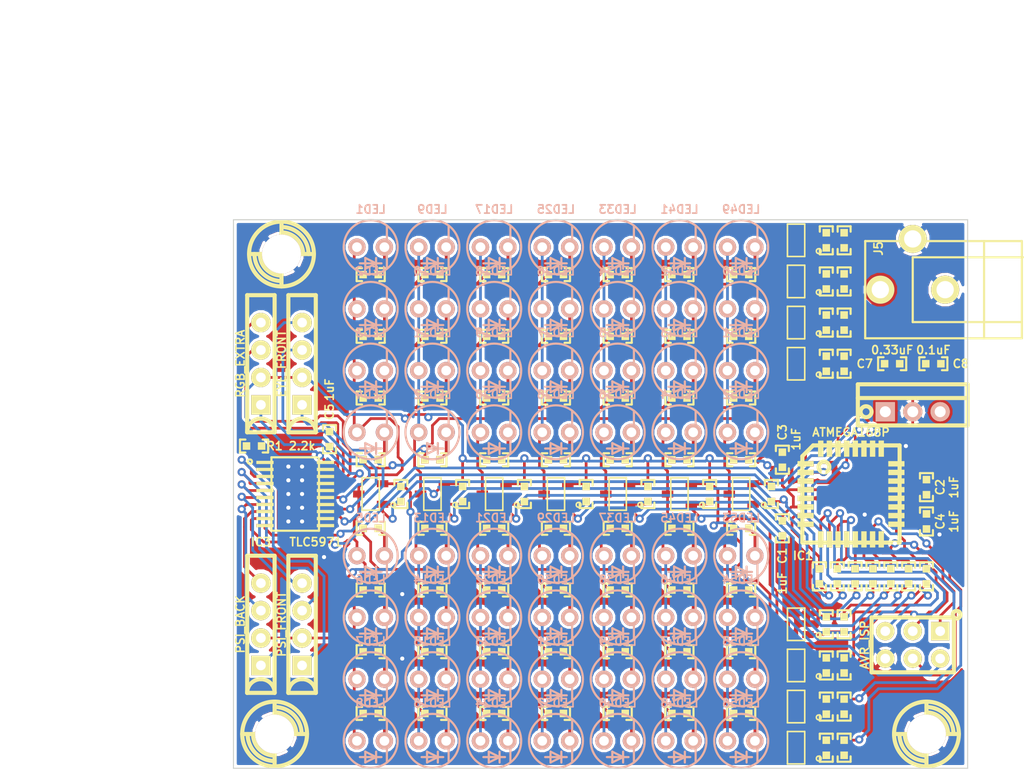
<source format=kicad_pcb>
(kicad_pcb (version 3) (host pcbnew "(2013-07-07 BZR 4022)-stable")
  (layers (15 F.Cu signal) (0 B.Cu signal) (18 B.Paste user) (19 F.Paste user) (20 B.SilkS user) (21 F.SilkS user hide) (22 B.Mask user) (23 F.Mask user) (28 Edge.Cuts user))
  (net 0 "")
  (net 1 /AVR_RST)
  (net 2 /BLU0)
  (net 3 /BLU1)
  (net 4 /BLU2)
  (net 5 /BLU3)
  (net 6 /GRN0)
  (net 7 /GRN1)
  (net 8 /GRN2)
  (net 9 /GRN3)
  (net 10 /RED0)
  (net 11 /RED1)
  (net 12 /RED2)
  (net 13 /RED3)
  (net 14 /TLC_SCK)
  (net 15 /TLC_SDA)
  (net 16 /VIN)
  (net 17 "/beer2d2 front LED panel/AVR_C0")
  (net 18 "/beer2d2 front LED panel/AVR_C1")
  (net 19 "/beer2d2 front LED panel/AVR_C2")
  (net 20 "/beer2d2 front LED panel/AVR_C3")
  (net 21 "/beer2d2 front LED panel/AVR_C4")
  (net 22 "/beer2d2 front LED panel/AVR_C5")
  (net 23 "/beer2d2 front LED panel/AVR_C6")
  (net 24 "/beer2d2 front LED panel/AVR_R0")
  (net 25 "/beer2d2 front LED panel/AVR_R1")
  (net 26 "/beer2d2 front LED panel/AVR_R2")
  (net 27 "/beer2d2 front LED panel/AVR_R3")
  (net 28 "/beer2d2 front LED panel/AVR_R4")
  (net 29 "/beer2d2 front LED panel/AVR_R5")
  (net 30 "/beer2d2 front LED panel/AVR_R6")
  (net 31 "/beer2d2 front LED panel/AVR_R7")
  (net 32 "/beer2d2 front LED panel/COL0")
  (net 33 "/beer2d2 front LED panel/COL1")
  (net 34 "/beer2d2 front LED panel/COL2")
  (net 35 "/beer2d2 front LED panel/COL3")
  (net 36 "/beer2d2 front LED panel/COL4")
  (net 37 "/beer2d2 front LED panel/COL5")
  (net 38 "/beer2d2 front LED panel/COL6")
  (net 39 "/beer2d2 front LED panel/ROW0")
  (net 40 "/beer2d2 front LED panel/ROW1")
  (net 41 "/beer2d2 front LED panel/ROW2")
  (net 42 "/beer2d2 front LED panel/ROW3")
  (net 43 "/beer2d2 front LED panel/ROW4")
  (net 44 "/beer2d2 front LED panel/ROW5")
  (net 45 "/beer2d2 front LED panel/ROW6")
  (net 46 "/beer2d2 front LED panel/ROW7")
  (net 47 GND)
  (net 48 N-00000100)
  (net 49 N-00000102)
  (net 50 N-00000103)
  (net 51 N-00000104)
  (net 52 N-00000105)
  (net 53 N-00000106)
  (net 54 N-00000107)
  (net 55 N-00000109)
  (net 56 N-00000110)
  (net 57 N-00000111)
  (net 58 N-00000113)
  (net 59 N-00000114)
  (net 60 N-00000115)
  (net 61 N-00000116)
  (net 62 N-00000117)
  (net 63 N-00000118)
  (net 64 N-00000119)
  (net 65 N-00000120)
  (net 66 N-00000121)
  (net 67 N-00000122)
  (net 68 N-00000123)
  (net 69 N-00000124)
  (net 70 N-00000125)
  (net 71 N-00000126)
  (net 72 N-00000127)
  (net 73 N-00000128)
  (net 74 N-00000129)
  (net 75 N-0000038)
  (net 76 N-0000044)
  (net 77 N-0000046)
  (net 78 N-0000048)
  (net 79 N-0000051)
  (net 80 N-0000052)
  (net 81 N-0000054)
  (net 82 N-0000056)
  (net 83 N-0000057)
  (net 84 N-0000058)
  (net 85 N-0000059)
  (net 86 N-0000062)
  (net 87 N-0000064)
  (net 88 N-0000065)
  (net 89 N-0000066)
  (net 90 N-0000067)
  (net 91 N-0000069)
  (net 92 N-0000070)
  (net 93 N-0000071)
  (net 94 N-0000072)
  (net 95 N-0000073)
  (net 96 N-0000074)
  (net 97 N-0000075)
  (net 98 N-0000076)
  (net 99 N-0000077)
  (net 100 N-0000078)
  (net 101 N-0000079)
  (net 102 N-0000080)
  (net 103 N-0000081)
  (net 104 N-0000082)
  (net 105 N-0000083)
  (net 106 N-0000084)
  (net 107 N-0000085)
  (net 108 N-0000086)
  (net 109 N-0000087)
  (net 110 N-0000088)
  (net 111 N-0000090)
  (net 112 N-0000091)
  (net 113 N-0000092)
  (net 114 N-0000093)
  (net 115 N-0000094)
  (net 116 N-0000095)
  (net 117 N-0000097)
  (net 118 N-0000098)
  (net 119 N-0000099)
  (net 120 VCC)
  (module SOT23 (layer F.Cu) (at 237.49 116.84 180)
    (fp_text reference Q13 hide)
    (fp_text value 4401 hide)
    (pad 1 smd rect (at -1.1 -0.95 180) (size 1.06 0.65) (layers F.Cu F.Paste F.Mask) (net 56 N-00000110))
    (pad 3 smd rect (at 1.1 0 180) (size 1.06 0.65) (layers F.Cu F.Paste F.Mask) (net 42 "/beer2d2 front LED panel/ROW3"))
    (pad 2 smd rect (at -1.1 0.95 180) (size 1.06 0.65) (layers F.Cu F.Paste F.Mask) (net 47 GND))
  )
  (module SOT23 (layer F.Cu) (at 220.98 128.905 180)
    (fp_text reference Q14 hide)
    (fp_text value 4403 hide)
    (pad 1 smd rect (at -1.1 -0.95 180) (size 1.06 0.65) (layers F.Cu F.Paste F.Mask) (net 74 N-00000129))
    (pad 3 smd rect (at 1.1 0 180) (size 1.06 0.65) (layers F.Cu F.Paste F.Mask) (net 36 "/beer2d2 front LED panel/COL4"))
    (pad 2 smd rect (at -1.1 0.95 180) (size 1.06 0.65) (layers F.Cu F.Paste F.Mask) (net 120 VCC))
  )
  (module SOT23 (layer F.Cu) (at 198.12 128.905 180)
    (fp_text reference Q1 hide)
    (fp_text value 4403 hide)
    (pad 1 smd rect (at -1.1 -0.95 180) (size 1.06 0.65) (layers F.Cu F.Paste F.Mask) (net 55 N-00000109))
    (pad 3 smd rect (at 1.1 0 180) (size 1.06 0.65) (layers F.Cu F.Paste F.Mask) (net 32 "/beer2d2 front LED panel/COL0"))
    (pad 2 smd rect (at -1.1 0.95 180) (size 1.06 0.65) (layers F.Cu F.Paste F.Mask) (net 120 VCC))
  )
  (module SOT23 (layer F.Cu) (at 237.49 113.03 180)
    (fp_text reference Q10 hide)
    (fp_text value 4401 hide)
    (pad 1 smd rect (at -1.1 -0.95 180) (size 1.06 0.65) (layers F.Cu F.Paste F.Mask) (net 58 N-00000113))
    (pad 3 smd rect (at 1.1 0 180) (size 1.06 0.65) (layers F.Cu F.Paste F.Mask) (net 41 "/beer2d2 front LED panel/ROW2"))
    (pad 2 smd rect (at -1.1 0.95 180) (size 1.06 0.65) (layers F.Cu F.Paste F.Mask) (net 47 GND))
  )
  (module SOT23 (layer F.Cu) (at 226.695 128.905 180)
    (fp_text reference Q2 hide)
    (fp_text value 4403 hide)
    (pad 1 smd rect (at -1.1 -0.95 180) (size 1.06 0.65) (layers F.Cu F.Paste F.Mask) (net 72 N-00000127))
    (pad 3 smd rect (at 1.1 0 180) (size 1.06 0.65) (layers F.Cu F.Paste F.Mask) (net 37 "/beer2d2 front LED panel/COL5"))
    (pad 2 smd rect (at -1.1 0.95 180) (size 1.06 0.65) (layers F.Cu F.Paste F.Mask) (net 120 VCC))
  )
  (module SOT23 (layer F.Cu) (at 203.835 128.905 180)
    (fp_text reference Q5 hide)
    (fp_text value 4403 hide)
    (pad 1 smd rect (at -1.1 -0.95 180) (size 1.06 0.65) (layers F.Cu F.Paste F.Mask) (net 51 N-00000104))
    (pad 3 smd rect (at 1.1 0 180) (size 1.06 0.65) (layers F.Cu F.Paste F.Mask) (net 33 "/beer2d2 front LED panel/COL1"))
    (pad 2 smd rect (at -1.1 0.95 180) (size 1.06 0.65) (layers F.Cu F.Paste F.Mask) (net 120 VCC))
  )
  (module SOT23 (layer F.Cu) (at 237.49 109.22 180)
    (fp_text reference Q7 hide)
    (fp_text value 4401 hide)
    (pad 1 smd rect (at -1.1 -0.95 180) (size 1.06 0.65) (layers F.Cu F.Paste F.Mask) (net 57 N-00000111))
    (pad 3 smd rect (at 1.1 0 180) (size 1.06 0.65) (layers F.Cu F.Paste F.Mask) (net 40 "/beer2d2 front LED panel/ROW1"))
    (pad 2 smd rect (at -1.1 0.95 180) (size 1.06 0.65) (layers F.Cu F.Paste F.Mask) (net 47 GND))
  )
  (module SOT23 (layer F.Cu) (at 232.41 128.905 180)
    (fp_text reference Q6 hide)
    (fp_text value 4403 hide)
    (pad 1 smd rect (at -1.1 -0.95 180) (size 1.06 0.65) (layers F.Cu F.Paste F.Mask) (net 73 N-00000128))
    (pad 3 smd rect (at 1.1 0 180) (size 1.06 0.65) (layers F.Cu F.Paste F.Mask) (net 38 "/beer2d2 front LED panel/COL6"))
    (pad 2 smd rect (at -1.1 0.95 180) (size 1.06 0.65) (layers F.Cu F.Paste F.Mask) (net 120 VCC))
  )
  (module SOT23 (layer F.Cu) (at 215.265 128.905 180)
    (fp_text reference Q12 hide)
    (fp_text value 4403 hide)
    (pad 1 smd rect (at -1.1 -0.95 180) (size 1.06 0.65) (layers F.Cu F.Paste F.Mask) (net 70 N-00000125))
    (pad 3 smd rect (at 1.1 0 180) (size 1.06 0.65) (layers F.Cu F.Paste F.Mask) (net 35 "/beer2d2 front LED panel/COL3"))
    (pad 2 smd rect (at -1.1 0.95 180) (size 1.06 0.65) (layers F.Cu F.Paste F.Mask) (net 120 VCC))
  )
  (module SOT23 (layer F.Cu) (at 237.49 152.4 180)
    (fp_text reference Q11 hide)
    (fp_text value 4401 hide)
    (pad 1 smd rect (at -1.1 -0.95 180) (size 1.06 0.65) (layers F.Cu F.Paste F.Mask) (net 53 N-00000106))
    (pad 3 smd rect (at 1.1 0 180) (size 1.06 0.65) (layers F.Cu F.Paste F.Mask) (net 46 "/beer2d2 front LED panel/ROW7"))
    (pad 2 smd rect (at -1.1 0.95 180) (size 1.06 0.65) (layers F.Cu F.Paste F.Mask) (net 47 GND))
  )
  (module SOT23 (layer F.Cu) (at 237.49 140.97 180)
    (fp_text reference Q15 hide)
    (fp_text value 4401 hide)
    (pad 1 smd rect (at -1.1 -0.95 180) (size 1.06 0.65) (layers F.Cu F.Paste F.Mask) (net 50 N-00000103))
    (pad 3 smd rect (at 1.1 0 180) (size 1.06 0.65) (layers F.Cu F.Paste F.Mask) (net 43 "/beer2d2 front LED panel/ROW4"))
    (pad 2 smd rect (at -1.1 0.95 180) (size 1.06 0.65) (layers F.Cu F.Paste F.Mask) (net 47 GND))
  )
  (module SOT23 (layer F.Cu) (at 209.55 128.905 180)
    (fp_text reference Q9 hide)
    (fp_text value 4403 hide)
    (pad 1 smd rect (at -1.1 -0.95 180) (size 1.06 0.65) (layers F.Cu F.Paste F.Mask) (net 71 N-00000126))
    (pad 3 smd rect (at 1.1 0 180) (size 1.06 0.65) (layers F.Cu F.Paste F.Mask) (net 34 "/beer2d2 front LED panel/COL2"))
    (pad 2 smd rect (at -1.1 0.95 180) (size 1.06 0.65) (layers F.Cu F.Paste F.Mask) (net 120 VCC))
  )
  (module SOT23 (layer F.Cu) (at 237.49 105.41 180)
    (fp_text reference Q3 hide)
    (fp_text value 4401 hide)
    (pad 1 smd rect (at -1.1 -0.95 180) (size 1.06 0.65) (layers F.Cu F.Paste F.Mask) (net 54 N-00000107))
    (pad 3 smd rect (at 1.1 0 180) (size 1.06 0.65) (layers F.Cu F.Paste F.Mask) (net 39 "/beer2d2 front LED panel/ROW0"))
    (pad 2 smd rect (at -1.1 0.95 180) (size 1.06 0.65) (layers F.Cu F.Paste F.Mask) (net 47 GND))
  )
  (module SOT23 (layer F.Cu) (at 237.49 144.78 180)
    (fp_text reference Q4 hide)
    (fp_text value 4401 hide)
    (pad 1 smd rect (at -1.1 -0.95 180) (size 1.06 0.65) (layers F.Cu F.Paste F.Mask) (net 49 N-00000102))
    (pad 3 smd rect (at 1.1 0 180) (size 1.06 0.65) (layers F.Cu F.Paste F.Mask) (net 44 "/beer2d2 front LED panel/ROW5"))
    (pad 2 smd rect (at -1.1 0.95 180) (size 1.06 0.65) (layers F.Cu F.Paste F.Mask) (net 47 GND))
  )
  (module SOT23 (layer F.Cu) (at 237.49 148.59 180)
    (fp_text reference Q8 hide)
    (fp_text value 4401 hide)
    (pad 1 smd rect (at -1.1 -0.95 180) (size 1.06 0.65) (layers F.Cu F.Paste F.Mask) (net 52 N-00000105))
    (pad 3 smd rect (at 1.1 0 180) (size 1.06 0.65) (layers F.Cu F.Paste F.Mask) (net 45 "/beer2d2 front LED panel/ROW6"))
    (pad 2 smd rect (at -1.1 0.95 180) (size 1.06 0.65) (layers F.Cu F.Paste F.Mask) (net 47 GND))
  )
  (module LED-5mm (layer B.Cu) (at 209.55 140.335)
    (fp_text reference LED22 (at 0 -3.5) (layer B.SilkS) (effects (font (size 0.762 0.762) (thickness 0.1524)) (justify mirror)))
    (fp_text value LED hide)
    (pad 2 thru_hole circle (at -1.27 0) (size 1.6 1.6) (drill 0.9) (layers *.Cu *.Mask B.SilkS) (net 34 "/beer2d2 front LED panel/COL2"))
    (pad 1 thru_hole circle (at 1.27 0) (size 1.6 1.6) (drill 0.9) (layers *.Cu *.Mask B.SilkS) (net 96 N-0000074))
  )
  (module LED-5mm (layer B.Cu) (at 209.55 123.19)
    (fp_text reference LED20 (at 0 -3.5) (layer B.SilkS) (effects (font (size 0.762 0.762) (thickness 0.1524)) (justify mirror)))
    (fp_text value LED hide)
    (pad 2 thru_hole circle (at -1.27 0) (size 1.6 1.6) (drill 0.9) (layers *.Cu *.Mask B.SilkS) (net 34 "/beer2d2 front LED panel/COL2"))
    (pad 1 thru_hole circle (at 1.27 0) (size 1.6 1.6) (drill 0.9) (layers *.Cu *.Mask B.SilkS) (net 95 N-0000073))
  )
  (module LED-5mm (layer B.Cu) (at 209.55 134.62)
    (fp_text reference LED21 (at 0 -3.5) (layer B.SilkS) (effects (font (size 0.762 0.762) (thickness 0.1524)) (justify mirror)))
    (fp_text value LED hide)
    (pad 2 thru_hole circle (at -1.27 0) (size 1.6 1.6) (drill 0.9) (layers *.Cu *.Mask B.SilkS) (net 34 "/beer2d2 front LED panel/COL2"))
    (pad 1 thru_hole circle (at 1.27 0) (size 1.6 1.6) (drill 0.9) (layers *.Cu *.Mask B.SilkS) (net 94 N-0000072))
  )
  (module LED-5mm (layer B.Cu) (at 209.55 106.045)
    (fp_text reference LED17 (at 0 -3.5) (layer B.SilkS) (effects (font (size 0.762 0.762) (thickness 0.1524)) (justify mirror)))
    (fp_text value LED hide)
    (pad 2 thru_hole circle (at -1.27 0) (size 1.6 1.6) (drill 0.9) (layers *.Cu *.Mask B.SilkS) (net 34 "/beer2d2 front LED panel/COL2"))
    (pad 1 thru_hole circle (at 1.27 0) (size 1.6 1.6) (drill 0.9) (layers *.Cu *.Mask B.SilkS) (net 90 N-0000067))
  )
  (module LED-5mm (layer B.Cu) (at 209.55 146.05)
    (fp_text reference LED23 (at 0 -3.5) (layer B.SilkS) (effects (font (size 0.762 0.762) (thickness 0.1524)) (justify mirror)))
    (fp_text value LED hide)
    (pad 2 thru_hole circle (at -1.27 0) (size 1.6 1.6) (drill 0.9) (layers *.Cu *.Mask B.SilkS) (net 34 "/beer2d2 front LED panel/COL2"))
    (pad 1 thru_hole circle (at 1.27 0) (size 1.6 1.6) (drill 0.9) (layers *.Cu *.Mask B.SilkS) (net 79 N-0000051))
  )
  (module LED-5mm (layer B.Cu) (at 209.55 151.765)
    (fp_text reference LED24 (at 0 -3.5) (layer B.SilkS) (effects (font (size 0.762 0.762) (thickness 0.1524)) (justify mirror)))
    (fp_text value LED hide)
    (pad 2 thru_hole circle (at -1.27 0) (size 1.6 1.6) (drill 0.9) (layers *.Cu *.Mask B.SilkS) (net 34 "/beer2d2 front LED panel/COL2"))
    (pad 1 thru_hole circle (at 1.27 0) (size 1.6 1.6) (drill 0.9) (layers *.Cu *.Mask B.SilkS) (net 80 N-0000052))
  )
  (module LED-5mm (layer B.Cu) (at 215.265 106.045)
    (fp_text reference LED25 (at 0 -3.5) (layer B.SilkS) (effects (font (size 0.762 0.762) (thickness 0.1524)) (justify mirror)))
    (fp_text value LED hide)
    (pad 2 thru_hole circle (at -1.27 0) (size 1.6 1.6) (drill 0.9) (layers *.Cu *.Mask B.SilkS) (net 35 "/beer2d2 front LED panel/COL3"))
    (pad 1 thru_hole circle (at 1.27 0) (size 1.6 1.6) (drill 0.9) (layers *.Cu *.Mask B.SilkS) (net 81 N-0000054))
  )
  (module LED-5mm (layer B.Cu) (at 209.55 117.475)
    (fp_text reference LED19 (at 0 -3.5) (layer B.SilkS) (effects (font (size 0.762 0.762) (thickness 0.1524)) (justify mirror)))
    (fp_text value LED hide)
    (pad 2 thru_hole circle (at -1.27 0) (size 1.6 1.6) (drill 0.9) (layers *.Cu *.Mask B.SilkS) (net 34 "/beer2d2 front LED panel/COL2"))
    (pad 1 thru_hole circle (at 1.27 0) (size 1.6 1.6) (drill 0.9) (layers *.Cu *.Mask B.SilkS) (net 98 N-0000076))
  )
  (module LED-5mm (layer B.Cu) (at 209.55 111.76)
    (fp_text reference LED18 (at 0 -3.5) (layer B.SilkS) (effects (font (size 0.762 0.762) (thickness 0.1524)) (justify mirror)))
    (fp_text value LED hide)
    (pad 2 thru_hole circle (at -1.27 0) (size 1.6 1.6) (drill 0.9) (layers *.Cu *.Mask B.SilkS) (net 34 "/beer2d2 front LED panel/COL2"))
    (pad 1 thru_hole circle (at 1.27 0) (size 1.6 1.6) (drill 0.9) (layers *.Cu *.Mask B.SilkS) (net 97 N-0000075))
  )
  (module LED-5mm (layer B.Cu) (at 215.265 134.62)
    (fp_text reference LED29 (at 0 -3.5) (layer B.SilkS) (effects (font (size 0.762 0.762) (thickness 0.1524)) (justify mirror)))
    (fp_text value LED hide)
    (pad 2 thru_hole circle (at -1.27 0) (size 1.6 1.6) (drill 0.9) (layers *.Cu *.Mask B.SilkS) (net 35 "/beer2d2 front LED panel/COL3"))
    (pad 1 thru_hole circle (at 1.27 0) (size 1.6 1.6) (drill 0.9) (layers *.Cu *.Mask B.SilkS) (net 85 N-0000059))
  )
  (module LED-5mm (layer B.Cu) (at 203.835 151.765)
    (fp_text reference LED16 (at 0 -3.5) (layer B.SilkS) (effects (font (size 0.762 0.762) (thickness 0.1524)) (justify mirror)))
    (fp_text value LED hide)
    (pad 2 thru_hole circle (at -1.27 0) (size 1.6 1.6) (drill 0.9) (layers *.Cu *.Mask B.SilkS) (net 33 "/beer2d2 front LED panel/COL1"))
    (pad 1 thru_hole circle (at 1.27 0) (size 1.6 1.6) (drill 0.9) (layers *.Cu *.Mask B.SilkS) (net 89 N-0000066))
  )
  (module LED-5mm (layer B.Cu) (at 203.835 146.05)
    (fp_text reference LED15 (at 0 -3.5) (layer B.SilkS) (effects (font (size 0.762 0.762) (thickness 0.1524)) (justify mirror)))
    (fp_text value LED hide)
    (pad 2 thru_hole circle (at -1.27 0) (size 1.6 1.6) (drill 0.9) (layers *.Cu *.Mask B.SilkS) (net 33 "/beer2d2 front LED panel/COL1"))
    (pad 1 thru_hole circle (at 1.27 0) (size 1.6 1.6) (drill 0.9) (layers *.Cu *.Mask B.SilkS) (net 88 N-0000065))
  )
  (module LED-5mm (layer B.Cu) (at 203.835 140.335)
    (fp_text reference LED14 (at 0 -3.5) (layer B.SilkS) (effects (font (size 0.762 0.762) (thickness 0.1524)) (justify mirror)))
    (fp_text value LED hide)
    (pad 2 thru_hole circle (at -1.27 0) (size 1.6 1.6) (drill 0.9) (layers *.Cu *.Mask B.SilkS) (net 33 "/beer2d2 front LED panel/COL1"))
    (pad 1 thru_hole circle (at 1.27 0) (size 1.6 1.6) (drill 0.9) (layers *.Cu *.Mask B.SilkS) (net 93 N-0000071))
  )
  (module LED-5mm (layer B.Cu) (at 203.835 134.62)
    (fp_text reference LED13 (at 0 -3.5) (layer B.SilkS) (effects (font (size 0.762 0.762) (thickness 0.1524)) (justify mirror)))
    (fp_text value LED hide)
    (pad 2 thru_hole circle (at -1.27 0) (size 1.6 1.6) (drill 0.9) (layers *.Cu *.Mask B.SilkS) (net 33 "/beer2d2 front LED panel/COL1"))
    (pad 1 thru_hole circle (at 1.27 0) (size 1.6 1.6) (drill 0.9) (layers *.Cu *.Mask B.SilkS) (net 92 N-0000070))
  )
  (module LED-5mm (layer B.Cu) (at 203.835 123.19)
    (fp_text reference LED12 (at 0 -3.5) (layer B.SilkS) (effects (font (size 0.762 0.762) (thickness 0.1524)) (justify mirror)))
    (fp_text value LED hide)
    (pad 2 thru_hole circle (at -1.27 0) (size 1.6 1.6) (drill 0.9) (layers *.Cu *.Mask B.SilkS) (net 33 "/beer2d2 front LED panel/COL1"))
    (pad 1 thru_hole circle (at 1.27 0) (size 1.6 1.6) (drill 0.9) (layers *.Cu *.Mask B.SilkS) (net 91 N-0000069))
  )
  (module LED-5mm (layer B.Cu) (at 203.835 117.475)
    (fp_text reference LED11 (at 0 -3.5) (layer B.SilkS) (effects (font (size 0.762 0.762) (thickness 0.1524)) (justify mirror)))
    (fp_text value LED hide)
    (pad 2 thru_hole circle (at -1.27 0) (size 1.6 1.6) (drill 0.9) (layers *.Cu *.Mask B.SilkS) (net 33 "/beer2d2 front LED panel/COL1"))
    (pad 1 thru_hole circle (at 1.27 0) (size 1.6 1.6) (drill 0.9) (layers *.Cu *.Mask B.SilkS) (net 67 N-00000122))
  )
  (module LED-5mm (layer B.Cu) (at 203.835 111.76)
    (fp_text reference LED10 (at 0 -3.5) (layer B.SilkS) (effects (font (size 0.762 0.762) (thickness 0.1524)) (justify mirror)))
    (fp_text value LED hide)
    (pad 2 thru_hole circle (at -1.27 0) (size 1.6 1.6) (drill 0.9) (layers *.Cu *.Mask B.SilkS) (net 33 "/beer2d2 front LED panel/COL1"))
    (pad 1 thru_hole circle (at 1.27 0) (size 1.6 1.6) (drill 0.9) (layers *.Cu *.Mask B.SilkS) (net 66 N-00000121))
  )
  (module LED-5mm (layer B.Cu) (at 203.835 106.045)
    (fp_text reference LED9 (at 0 -3.5) (layer B.SilkS) (effects (font (size 0.762 0.762) (thickness 0.1524)) (justify mirror)))
    (fp_text value LED hide)
    (pad 2 thru_hole circle (at -1.27 0) (size 1.6 1.6) (drill 0.9) (layers *.Cu *.Mask B.SilkS) (net 33 "/beer2d2 front LED panel/COL1"))
    (pad 1 thru_hole circle (at 1.27 0) (size 1.6 1.6) (drill 0.9) (layers *.Cu *.Mask B.SilkS) (net 65 N-00000120))
  )
  (module LED-5mm (layer B.Cu) (at 198.12 151.765)
    (fp_text reference LED8 (at 0 -3.5) (layer B.SilkS) (effects (font (size 0.762 0.762) (thickness 0.1524)) (justify mirror)))
    (fp_text value LED hide)
    (pad 2 thru_hole circle (at -1.27 0) (size 1.6 1.6) (drill 0.9) (layers *.Cu *.Mask B.SilkS) (net 32 "/beer2d2 front LED panel/COL0"))
    (pad 1 thru_hole circle (at 1.27 0) (size 1.6 1.6) (drill 0.9) (layers *.Cu *.Mask B.SilkS) (net 69 N-00000124))
  )
  (module LED-5mm (layer B.Cu) (at 198.12 146.05)
    (fp_text reference LED7 (at 0 -3.5) (layer B.SilkS) (effects (font (size 0.762 0.762) (thickness 0.1524)) (justify mirror)))
    (fp_text value LED hide)
    (pad 2 thru_hole circle (at -1.27 0) (size 1.6 1.6) (drill 0.9) (layers *.Cu *.Mask B.SilkS) (net 32 "/beer2d2 front LED panel/COL0"))
    (pad 1 thru_hole circle (at 1.27 0) (size 1.6 1.6) (drill 0.9) (layers *.Cu *.Mask B.SilkS) (net 68 N-00000123))
  )
  (module LED-5mm (layer B.Cu) (at 198.12 140.335)
    (fp_text reference LED6 (at 0 -3.5) (layer B.SilkS) (effects (font (size 0.762 0.762) (thickness 0.1524)) (justify mirror)))
    (fp_text value LED hide)
    (pad 2 thru_hole circle (at -1.27 0) (size 1.6 1.6) (drill 0.9) (layers *.Cu *.Mask B.SilkS) (net 32 "/beer2d2 front LED panel/COL0"))
    (pad 1 thru_hole circle (at 1.27 0) (size 1.6 1.6) (drill 0.9) (layers *.Cu *.Mask B.SilkS) (net 62 N-00000117))
  )
  (module LED-5mm (layer B.Cu) (at 198.12 134.62)
    (fp_text reference LED5 (at 0 -3.5) (layer B.SilkS) (effects (font (size 0.762 0.762) (thickness 0.1524)) (justify mirror)))
    (fp_text value LED hide)
    (pad 2 thru_hole circle (at -1.27 0) (size 1.6 1.6) (drill 0.9) (layers *.Cu *.Mask B.SilkS) (net 32 "/beer2d2 front LED panel/COL0"))
    (pad 1 thru_hole circle (at 1.27 0) (size 1.6 1.6) (drill 0.9) (layers *.Cu *.Mask B.SilkS) (net 61 N-00000116))
  )
  (module LED-5mm (layer B.Cu) (at 198.12 123.19)
    (fp_text reference LED4 (at 0 -3.5) (layer B.SilkS) (effects (font (size 0.762 0.762) (thickness 0.1524)) (justify mirror)))
    (fp_text value LED hide)
    (pad 2 thru_hole circle (at -1.27 0) (size 1.6 1.6) (drill 0.9) (layers *.Cu *.Mask B.SilkS) (net 32 "/beer2d2 front LED panel/COL0"))
    (pad 1 thru_hole circle (at 1.27 0) (size 1.6 1.6) (drill 0.9) (layers *.Cu *.Mask B.SilkS) (net 60 N-00000115))
  )
  (module LED-5mm (layer B.Cu) (at 226.695 106.045)
    (fp_text reference LED41 (at 0 -3.5) (layer B.SilkS) (effects (font (size 0.762 0.762) (thickness 0.1524)) (justify mirror)))
    (fp_text value LED hide)
    (pad 2 thru_hole circle (at -1.27 0) (size 1.6 1.6) (drill 0.9) (layers *.Cu *.Mask B.SilkS) (net 37 "/beer2d2 front LED panel/COL5"))
    (pad 1 thru_hole circle (at 1.27 0) (size 1.6 1.6) (drill 0.9) (layers *.Cu *.Mask B.SilkS) (net 119 N-0000099))
  )
  (module LED-5mm (layer B.Cu) (at 232.41 151.765)
    (fp_text reference LED56 (at 0 -3.5) (layer B.SilkS) (effects (font (size 0.762 0.762) (thickness 0.1524)) (justify mirror)))
    (fp_text value LED hide)
    (pad 2 thru_hole circle (at -1.27 0) (size 1.6 1.6) (drill 0.9) (layers *.Cu *.Mask B.SilkS) (net 38 "/beer2d2 front LED panel/COL6"))
    (pad 1 thru_hole circle (at 1.27 0) (size 1.6 1.6) (drill 0.9) (layers *.Cu *.Mask B.SilkS) (net 107 N-0000085))
  )
  (module LED-5mm (layer B.Cu) (at 232.41 146.05)
    (fp_text reference LED55 (at 0 -3.5) (layer B.SilkS) (effects (font (size 0.762 0.762) (thickness 0.1524)) (justify mirror)))
    (fp_text value LED hide)
    (pad 2 thru_hole circle (at -1.27 0) (size 1.6 1.6) (drill 0.9) (layers *.Cu *.Mask B.SilkS) (net 38 "/beer2d2 front LED panel/COL6"))
    (pad 1 thru_hole circle (at 1.27 0) (size 1.6 1.6) (drill 0.9) (layers *.Cu *.Mask B.SilkS) (net 105 N-0000083))
  )
  (module LED-5mm (layer B.Cu) (at 232.41 140.335)
    (fp_text reference LED54 (at 0 -3.5) (layer B.SilkS) (effects (font (size 0.762 0.762) (thickness 0.1524)) (justify mirror)))
    (fp_text value LED hide)
    (pad 2 thru_hole circle (at -1.27 0) (size 1.6 1.6) (drill 0.9) (layers *.Cu *.Mask B.SilkS) (net 38 "/beer2d2 front LED panel/COL6"))
    (pad 1 thru_hole circle (at 1.27 0) (size 1.6 1.6) (drill 0.9) (layers *.Cu *.Mask B.SilkS) (net 106 N-0000084))
  )
  (module LED-5mm (layer B.Cu) (at 232.41 134.62)
    (fp_text reference LED53 (at 0 -3.5) (layer B.SilkS) (effects (font (size 0.762 0.762) (thickness 0.1524)) (justify mirror)))
    (fp_text value LED hide)
    (pad 2 thru_hole circle (at -1.27 0) (size 1.6 1.6) (drill 0.9) (layers *.Cu *.Mask B.SilkS) (net 38 "/beer2d2 front LED panel/COL6"))
    (pad 1 thru_hole circle (at 1.27 0) (size 1.6 1.6) (drill 0.9) (layers *.Cu *.Mask B.SilkS) (net 110 N-0000088))
  )
  (module LED-5mm (layer B.Cu) (at 232.41 123.19)
    (fp_text reference LED52 (at 0 -3.5) (layer B.SilkS) (effects (font (size 0.762 0.762) (thickness 0.1524)) (justify mirror)))
    (fp_text value LED hide)
    (pad 2 thru_hole circle (at -1.27 0) (size 1.6 1.6) (drill 0.9) (layers *.Cu *.Mask B.SilkS) (net 38 "/beer2d2 front LED panel/COL6"))
    (pad 1 thru_hole circle (at 1.27 0) (size 1.6 1.6) (drill 0.9) (layers *.Cu *.Mask B.SilkS) (net 108 N-0000086))
  )
  (module LED-5mm (layer B.Cu) (at 232.41 117.475)
    (fp_text reference LED51 (at 0 -3.5) (layer B.SilkS) (effects (font (size 0.762 0.762) (thickness 0.1524)) (justify mirror)))
    (fp_text value LED hide)
    (pad 2 thru_hole circle (at -1.27 0) (size 1.6 1.6) (drill 0.9) (layers *.Cu *.Mask B.SilkS) (net 38 "/beer2d2 front LED panel/COL6"))
    (pad 1 thru_hole circle (at 1.27 0) (size 1.6 1.6) (drill 0.9) (layers *.Cu *.Mask B.SilkS) (net 101 N-0000079))
  )
  (module LED-5mm (layer B.Cu) (at 232.41 111.76)
    (fp_text reference LED50 (at 0 -3.5) (layer B.SilkS) (effects (font (size 0.762 0.762) (thickness 0.1524)) (justify mirror)))
    (fp_text value LED hide)
    (pad 2 thru_hole circle (at -1.27 0) (size 1.6 1.6) (drill 0.9) (layers *.Cu *.Mask B.SilkS) (net 38 "/beer2d2 front LED panel/COL6"))
    (pad 1 thru_hole circle (at 1.27 0) (size 1.6 1.6) (drill 0.9) (layers *.Cu *.Mask B.SilkS) (net 100 N-0000078))
  )
  (module LED-5mm (layer B.Cu) (at 232.41 106.045)
    (fp_text reference LED49 (at 0 -3.5) (layer B.SilkS) (effects (font (size 0.762 0.762) (thickness 0.1524)) (justify mirror)))
    (fp_text value LED hide)
    (pad 2 thru_hole circle (at -1.27 0) (size 1.6 1.6) (drill 0.9) (layers *.Cu *.Mask B.SilkS) (net 38 "/beer2d2 front LED panel/COL6"))
    (pad 1 thru_hole circle (at 1.27 0) (size 1.6 1.6) (drill 0.9) (layers *.Cu *.Mask B.SilkS) (net 99 N-0000077))
  )
  (module LED-5mm (layer B.Cu) (at 226.695 151.765)
    (fp_text reference LED48 (at 0 -3.5) (layer B.SilkS) (effects (font (size 0.762 0.762) (thickness 0.1524)) (justify mirror)))
    (fp_text value LED hide)
    (pad 2 thru_hole circle (at -1.27 0) (size 1.6 1.6) (drill 0.9) (layers *.Cu *.Mask B.SilkS) (net 37 "/beer2d2 front LED panel/COL5"))
    (pad 1 thru_hole circle (at 1.27 0) (size 1.6 1.6) (drill 0.9) (layers *.Cu *.Mask B.SilkS) (net 104 N-0000082))
  )
  (module LED-5mm (layer B.Cu) (at 226.695 146.05)
    (fp_text reference LED47 (at 0 -3.5) (layer B.SilkS) (effects (font (size 0.762 0.762) (thickness 0.1524)) (justify mirror)))
    (fp_text value LED hide)
    (pad 2 thru_hole circle (at -1.27 0) (size 1.6 1.6) (drill 0.9) (layers *.Cu *.Mask B.SilkS) (net 37 "/beer2d2 front LED panel/COL5"))
    (pad 1 thru_hole circle (at 1.27 0) (size 1.6 1.6) (drill 0.9) (layers *.Cu *.Mask B.SilkS) (net 103 N-0000081))
  )
  (module LED-5mm (layer B.Cu) (at 226.695 140.335)
    (fp_text reference LED46 (at 0 -3.5) (layer B.SilkS) (effects (font (size 0.762 0.762) (thickness 0.1524)) (justify mirror)))
    (fp_text value LED hide)
    (pad 2 thru_hole circle (at -1.27 0) (size 1.6 1.6) (drill 0.9) (layers *.Cu *.Mask B.SilkS) (net 37 "/beer2d2 front LED panel/COL5"))
    (pad 1 thru_hole circle (at 1.27 0) (size 1.6 1.6) (drill 0.9) (layers *.Cu *.Mask B.SilkS) (net 102 N-0000080))
  )
  (module LED-5mm (layer B.Cu) (at 226.695 134.62)
    (fp_text reference LED45 (at 0 -3.5) (layer B.SilkS) (effects (font (size 0.762 0.762) (thickness 0.1524)) (justify mirror)))
    (fp_text value LED hide)
    (pad 2 thru_hole circle (at -1.27 0) (size 1.6 1.6) (drill 0.9) (layers *.Cu *.Mask B.SilkS) (net 37 "/beer2d2 front LED panel/COL5"))
    (pad 1 thru_hole circle (at 1.27 0) (size 1.6 1.6) (drill 0.9) (layers *.Cu *.Mask B.SilkS) (net 109 N-0000087))
  )
  (module LED-5mm (layer B.Cu) (at 226.695 123.19)
    (fp_text reference LED44 (at 0 -3.5) (layer B.SilkS) (effects (font (size 0.762 0.762) (thickness 0.1524)) (justify mirror)))
    (fp_text value LED hide)
    (pad 2 thru_hole circle (at -1.27 0) (size 1.6 1.6) (drill 0.9) (layers *.Cu *.Mask B.SilkS) (net 37 "/beer2d2 front LED panel/COL5"))
    (pad 1 thru_hole circle (at 1.27 0) (size 1.6 1.6) (drill 0.9) (layers *.Cu *.Mask B.SilkS) (net 118 N-0000098))
  )
  (module LED-5mm (layer B.Cu) (at 226.695 117.475)
    (fp_text reference LED43 (at 0 -3.5) (layer B.SilkS) (effects (font (size 0.762 0.762) (thickness 0.1524)) (justify mirror)))
    (fp_text value LED hide)
    (pad 2 thru_hole circle (at -1.27 0) (size 1.6 1.6) (drill 0.9) (layers *.Cu *.Mask B.SilkS) (net 37 "/beer2d2 front LED panel/COL5"))
    (pad 1 thru_hole circle (at 1.27 0) (size 1.6 1.6) (drill 0.9) (layers *.Cu *.Mask B.SilkS) (net 117 N-0000097))
  )
  (module LED-5mm (layer B.Cu) (at 226.695 111.76)
    (fp_text reference LED42 (at 0 -3.5) (layer B.SilkS) (effects (font (size 0.762 0.762) (thickness 0.1524)) (justify mirror)))
    (fp_text value LED hide)
    (pad 2 thru_hole circle (at -1.27 0) (size 1.6 1.6) (drill 0.9) (layers *.Cu *.Mask B.SilkS) (net 37 "/beer2d2 front LED panel/COL5"))
    (pad 1 thru_hole circle (at 1.27 0) (size 1.6 1.6) (drill 0.9) (layers *.Cu *.Mask B.SilkS) (net 48 N-00000100))
  )
  (module LED-5mm (layer B.Cu) (at 215.265 111.76)
    (fp_text reference LED26 (at 0 -3.5) (layer B.SilkS) (effects (font (size 0.762 0.762) (thickness 0.1524)) (justify mirror)))
    (fp_text value LED hide)
    (pad 2 thru_hole circle (at -1.27 0) (size 1.6 1.6) (drill 0.9) (layers *.Cu *.Mask B.SilkS) (net 35 "/beer2d2 front LED panel/COL3"))
    (pad 1 thru_hole circle (at 1.27 0) (size 1.6 1.6) (drill 0.9) (layers *.Cu *.Mask B.SilkS) (net 77 N-0000046))
  )
  (module LED-5mm (layer B.Cu) (at 220.98 151.765)
    (fp_text reference LED40 (at 0 -3.5) (layer B.SilkS) (effects (font (size 0.762 0.762) (thickness 0.1524)) (justify mirror)))
    (fp_text value LED hide)
    (pad 2 thru_hole circle (at -1.27 0) (size 1.6 1.6) (drill 0.9) (layers *.Cu *.Mask B.SilkS) (net 36 "/beer2d2 front LED panel/COL4"))
    (pad 1 thru_hole circle (at 1.27 0) (size 1.6 1.6) (drill 0.9) (layers *.Cu *.Mask B.SilkS) (net 114 N-0000093))
  )
  (module LED-5mm (layer B.Cu) (at 220.98 146.05)
    (fp_text reference LED39 (at 0 -3.5) (layer B.SilkS) (effects (font (size 0.762 0.762) (thickness 0.1524)) (justify mirror)))
    (fp_text value LED hide)
    (pad 2 thru_hole circle (at -1.27 0) (size 1.6 1.6) (drill 0.9) (layers *.Cu *.Mask B.SilkS) (net 36 "/beer2d2 front LED panel/COL4"))
    (pad 1 thru_hole circle (at 1.27 0) (size 1.6 1.6) (drill 0.9) (layers *.Cu *.Mask B.SilkS) (net 113 N-0000092))
  )
  (module LED-5mm (layer B.Cu) (at 220.98 140.335)
    (fp_text reference LED38 (at 0 -3.5) (layer B.SilkS) (effects (font (size 0.762 0.762) (thickness 0.1524)) (justify mirror)))
    (fp_text value LED hide)
    (pad 2 thru_hole circle (at -1.27 0) (size 1.6 1.6) (drill 0.9) (layers *.Cu *.Mask B.SilkS) (net 36 "/beer2d2 front LED panel/COL4"))
    (pad 1 thru_hole circle (at 1.27 0) (size 1.6 1.6) (drill 0.9) (layers *.Cu *.Mask B.SilkS) (net 112 N-0000091))
  )
  (module LED-5mm (layer B.Cu) (at 220.98 134.62)
    (fp_text reference LED37 (at 0 -3.5) (layer B.SilkS) (effects (font (size 0.762 0.762) (thickness 0.1524)) (justify mirror)))
    (fp_text value LED hide)
    (pad 2 thru_hole circle (at -1.27 0) (size 1.6 1.6) (drill 0.9) (layers *.Cu *.Mask B.SilkS) (net 36 "/beer2d2 front LED panel/COL4"))
    (pad 1 thru_hole circle (at 1.27 0) (size 1.6 1.6) (drill 0.9) (layers *.Cu *.Mask B.SilkS) (net 111 N-0000090))
  )
  (module LED-5mm (layer B.Cu) (at 220.98 123.19)
    (fp_text reference LED36 (at 0 -3.5) (layer B.SilkS) (effects (font (size 0.762 0.762) (thickness 0.1524)) (justify mirror)))
    (fp_text value LED hide)
    (pad 2 thru_hole circle (at -1.27 0) (size 1.6 1.6) (drill 0.9) (layers *.Cu *.Mask B.SilkS) (net 36 "/beer2d2 front LED panel/COL4"))
    (pad 1 thru_hole circle (at 1.27 0) (size 1.6 1.6) (drill 0.9) (layers *.Cu *.Mask B.SilkS) (net 116 N-0000095))
  )
  (module LED-5mm (layer B.Cu) (at 220.98 117.475)
    (fp_text reference LED35 (at 0 -3.5) (layer B.SilkS) (effects (font (size 0.762 0.762) (thickness 0.1524)) (justify mirror)))
    (fp_text value LED hide)
    (pad 2 thru_hole circle (at -1.27 0) (size 1.6 1.6) (drill 0.9) (layers *.Cu *.Mask B.SilkS) (net 36 "/beer2d2 front LED panel/COL4"))
    (pad 1 thru_hole circle (at 1.27 0) (size 1.6 1.6) (drill 0.9) (layers *.Cu *.Mask B.SilkS) (net 115 N-0000094))
  )
  (module LED-5mm (layer B.Cu) (at 220.98 111.76)
    (fp_text reference LED34 (at 0 -3.5) (layer B.SilkS) (effects (font (size 0.762 0.762) (thickness 0.1524)) (justify mirror)))
    (fp_text value LED hide)
    (pad 2 thru_hole circle (at -1.27 0) (size 1.6 1.6) (drill 0.9) (layers *.Cu *.Mask B.SilkS) (net 36 "/beer2d2 front LED panel/COL4"))
    (pad 1 thru_hole circle (at 1.27 0) (size 1.6 1.6) (drill 0.9) (layers *.Cu *.Mask B.SilkS) (net 84 N-0000058))
  )
  (module LED-5mm (layer B.Cu) (at 220.98 106.045)
    (fp_text reference LED33 (at 0 -3.5) (layer B.SilkS) (effects (font (size 0.762 0.762) (thickness 0.1524)) (justify mirror)))
    (fp_text value LED hide)
    (pad 2 thru_hole circle (at -1.27 0) (size 1.6 1.6) (drill 0.9) (layers *.Cu *.Mask B.SilkS) (net 36 "/beer2d2 front LED panel/COL4"))
    (pad 1 thru_hole circle (at 1.27 0) (size 1.6 1.6) (drill 0.9) (layers *.Cu *.Mask B.SilkS) (net 83 N-0000057))
  )
  (module LED-5mm (layer B.Cu) (at 215.265 151.765)
    (fp_text reference LED32 (at 0 -3.5) (layer B.SilkS) (effects (font (size 0.762 0.762) (thickness 0.1524)) (justify mirror)))
    (fp_text value LED hide)
    (pad 2 thru_hole circle (at -1.27 0) (size 1.6 1.6) (drill 0.9) (layers *.Cu *.Mask B.SilkS) (net 35 "/beer2d2 front LED panel/COL3"))
    (pad 1 thru_hole circle (at 1.27 0) (size 1.6 1.6) (drill 0.9) (layers *.Cu *.Mask B.SilkS) (net 82 N-0000056))
  )
  (module LED-5mm (layer B.Cu) (at 215.265 146.05)
    (fp_text reference LED31 (at 0 -3.5) (layer B.SilkS) (effects (font (size 0.762 0.762) (thickness 0.1524)) (justify mirror)))
    (fp_text value LED hide)
    (pad 2 thru_hole circle (at -1.27 0) (size 1.6 1.6) (drill 0.9) (layers *.Cu *.Mask B.SilkS) (net 35 "/beer2d2 front LED panel/COL3"))
    (pad 1 thru_hole circle (at 1.27 0) (size 1.6 1.6) (drill 0.9) (layers *.Cu *.Mask B.SilkS) (net 87 N-0000064))
  )
  (module LED-5mm (layer B.Cu) (at 215.265 140.335)
    (fp_text reference LED30 (at 0 -3.5) (layer B.SilkS) (effects (font (size 0.762 0.762) (thickness 0.1524)) (justify mirror)))
    (fp_text value LED hide)
    (pad 2 thru_hole circle (at -1.27 0) (size 1.6 1.6) (drill 0.9) (layers *.Cu *.Mask B.SilkS) (net 35 "/beer2d2 front LED panel/COL3"))
    (pad 1 thru_hole circle (at 1.27 0) (size 1.6 1.6) (drill 0.9) (layers *.Cu *.Mask B.SilkS) (net 86 N-0000062))
  )
  (module LED-5mm (layer B.Cu) (at 215.265 123.19)
    (fp_text reference LED28 (at 0 -3.5) (layer B.SilkS) (effects (font (size 0.762 0.762) (thickness 0.1524)) (justify mirror)))
    (fp_text value LED hide)
    (pad 2 thru_hole circle (at -1.27 0) (size 1.6 1.6) (drill 0.9) (layers *.Cu *.Mask B.SilkS) (net 35 "/beer2d2 front LED panel/COL3"))
    (pad 1 thru_hole circle (at 1.27 0) (size 1.6 1.6) (drill 0.9) (layers *.Cu *.Mask B.SilkS) (net 78 N-0000048))
  )
  (module LED-5mm (layer B.Cu) (at 215.265 117.475)
    (fp_text reference LED27 (at 0 -3.5) (layer B.SilkS) (effects (font (size 0.762 0.762) (thickness 0.1524)) (justify mirror)))
    (fp_text value LED hide)
    (pad 2 thru_hole circle (at -1.27 0) (size 1.6 1.6) (drill 0.9) (layers *.Cu *.Mask B.SilkS) (net 35 "/beer2d2 front LED panel/COL3"))
    (pad 1 thru_hole circle (at 1.27 0) (size 1.6 1.6) (drill 0.9) (layers *.Cu *.Mask B.SilkS) (net 76 N-0000044))
  )
  (module LED-5mm (layer B.Cu) (at 198.12 117.475)
    (fp_text reference LED3 (at 0 -3.5) (layer B.SilkS) (effects (font (size 0.762 0.762) (thickness 0.1524)) (justify mirror)))
    (fp_text value LED hide)
    (pad 2 thru_hole circle (at -1.27 0) (size 1.6 1.6) (drill 0.9) (layers *.Cu *.Mask B.SilkS) (net 32 "/beer2d2 front LED panel/COL0"))
    (pad 1 thru_hole circle (at 1.27 0) (size 1.6 1.6) (drill 0.9) (layers *.Cu *.Mask B.SilkS) (net 59 N-00000114))
  )
  (module LED-5mm (layer B.Cu) (at 198.12 111.76)
    (fp_text reference LED2 (at 0 -3.5) (layer B.SilkS) (effects (font (size 0.762 0.762) (thickness 0.1524)) (justify mirror)))
    (fp_text value LED hide)
    (pad 2 thru_hole circle (at -1.27 0) (size 1.6 1.6) (drill 0.9) (layers *.Cu *.Mask B.SilkS) (net 32 "/beer2d2 front LED panel/COL0"))
    (pad 1 thru_hole circle (at 1.27 0) (size 1.6 1.6) (drill 0.9) (layers *.Cu *.Mask B.SilkS) (net 64 N-00000119))
  )
  (module LED-5mm (layer B.Cu) (at 198.12 106.045)
    (fp_text reference LED1 (at 0 -3.5) (layer B.SilkS) (effects (font (size 0.762 0.762) (thickness 0.1524)) (justify mirror)))
    (fp_text value LED hide)
    (pad 2 thru_hole circle (at -1.27 0) (size 1.6 1.6) (drill 0.9) (layers *.Cu *.Mask B.SilkS) (net 32 "/beer2d2 front LED panel/COL0"))
    (pad 1 thru_hole circle (at 1.27 0) (size 1.6 1.6) (drill 0.9) (layers *.Cu *.Mask B.SilkS) (net 63 N-00000118))
  )
  (module "0603(1608m)" (layer F.Cu) (at 241.3 136.525 90)
    (fp_text reference R14 hide)
    (fp_text value 1kΩ hide)
    (pad 1 smd rect (at -0.7 0 90) (size 0.7 0.7) (layers F.Cu F.Paste F.SilkS F.Mask) (net 55 N-00000109))
    (pad 2 smd rect (at 0.7 0 90) (size 0.7 0.7) (layers F.Cu F.Paste F.SilkS F.Mask) (net 17 "/beer2d2 front LED panel/AVR_C0"))
  )
  (module "0603(1608m)" (layer F.Cu) (at 220.98 143.51 180)
    (fp_text reference R63 hide)
    (fp_text value 68Ω hide)
    (pad 1 smd rect (at -0.7 0 180) (size 0.7 0.7) (layers F.Cu F.Paste F.SilkS F.Mask) (net 113 N-0000092))
    (pad 2 smd rect (at 0.7 0 180) (size 0.7 0.7) (layers F.Cu F.Paste F.SilkS F.Mask) (net 45 "/beer2d2 front LED panel/ROW6"))
  )
  (module "0603(1608m)" (layer F.Cu) (at 200.914 128.905 270)
    (fp_text reference R10 hide)
    (fp_text value 10kΩ hide)
    (pad 1 smd rect (at -0.7 0 270) (size 0.7 0.7) (layers F.Cu F.Paste F.SilkS F.Mask) (net 120 VCC))
    (pad 2 smd rect (at 0.7 0 270) (size 0.7 0.7) (layers F.Cu F.Paste F.SilkS F.Mask) (net 55 N-00000109))
  )
  (module "0603(1608m)" (layer F.Cu) (at 220.98 149.225 180)
    (fp_text reference R64 hide)
    (fp_text value 68Ω hide)
    (pad 1 smd rect (at -0.7 0 180) (size 0.7 0.7) (layers F.Cu F.Paste F.SilkS F.Mask) (net 114 N-0000093))
    (pad 2 smd rect (at 0.7 0 180) (size 0.7 0.7) (layers F.Cu F.Paste F.SilkS F.Mask) (net 46 "/beer2d2 front LED panel/ROW7"))
  )
  (module "0603(1608m)" (layer F.Cu) (at 240.284 105.41 90)
    (fp_text reference R16 hide)
    (fp_text value 10kΩ hide)
    (pad 1 smd rect (at -0.7 0 90) (size 0.7 0.7) (layers F.Cu F.Paste F.SilkS F.Mask) (net 54 N-00000107))
    (pad 2 smd rect (at 0.7 0 90) (size 0.7 0.7) (layers F.Cu F.Paste F.SilkS F.Mask) (net 47 GND))
  )
  (module "0603(1608m)" (layer F.Cu) (at 226.695 108.585 180)
    (fp_text reference R68 hide)
    (fp_text value 68Ω hide)
    (pad 1 smd rect (at -0.7 0 180) (size 0.7 0.7) (layers F.Cu F.Paste F.SilkS F.Mask) (net 119 N-0000099))
    (pad 2 smd rect (at 0.7 0 180) (size 0.7 0.7) (layers F.Cu F.Paste F.SilkS F.Mask) (net 39 "/beer2d2 front LED panel/ROW0"))
  )
  (module "0603(1608m)" (layer F.Cu) (at 226.695 114.3 180)
    (fp_text reference R69 hide)
    (fp_text value 68Ω hide)
    (pad 1 smd rect (at -0.7 0 180) (size 0.7 0.7) (layers F.Cu F.Paste F.SilkS F.Mask) (net 48 N-00000100))
    (pad 2 smd rect (at 0.7 0 180) (size 0.7 0.7) (layers F.Cu F.Paste F.SilkS F.Mask) (net 40 "/beer2d2 front LED panel/ROW1"))
  )
  (module "0603(1608m)" (layer F.Cu) (at 198.12 108.585 180)
    (fp_text reference R2 hide)
    (fp_text value 68Ω hide)
    (pad 1 smd rect (at -0.7 0 180) (size 0.7 0.7) (layers F.Cu F.Paste F.SilkS F.Mask) (net 63 N-00000118))
    (pad 2 smd rect (at 0.7 0 180) (size 0.7 0.7) (layers F.Cu F.Paste F.SilkS F.Mask) (net 39 "/beer2d2 front LED panel/ROW0"))
  )
  (module "0603(1608m)" (layer F.Cu) (at 220.98 137.795 180)
    (fp_text reference R62 hide)
    (fp_text value 68Ω hide)
    (pad 1 smd rect (at -0.7 0 180) (size 0.7 0.7) (layers F.Cu F.Paste F.SilkS F.Mask) (net 112 N-0000091))
    (pad 2 smd rect (at 0.7 0 180) (size 0.7 0.7) (layers F.Cu F.Paste F.SilkS F.Mask) (net 44 "/beer2d2 front LED panel/ROW5"))
  )
  (module "0603(1608m)" (layer F.Cu) (at 226.695 132.08 180)
    (fp_text reference R72 hide)
    (fp_text value 68Ω hide)
    (pad 1 smd rect (at -0.7 0 180) (size 0.7 0.7) (layers F.Cu F.Paste F.SilkS F.Mask) (net 109 N-0000087))
    (pad 2 smd rect (at 0.7 0 180) (size 0.7 0.7) (layers F.Cu F.Paste F.SilkS F.Mask) (net 43 "/beer2d2 front LED panel/ROW4"))
  )
  (module "0603(1608m)" (layer F.Cu) (at 220.98 132.08 180)
    (fp_text reference R61 hide)
    (fp_text value 68Ω hide)
    (pad 1 smd rect (at -0.7 0 180) (size 0.7 0.7) (layers F.Cu F.Paste F.SilkS F.Mask) (net 111 N-0000090))
    (pad 2 smd rect (at 0.7 0 180) (size 0.7 0.7) (layers F.Cu F.Paste F.SilkS F.Mask) (net 43 "/beer2d2 front LED panel/ROW4"))
  )
  (module "0603(1608m)" (layer F.Cu) (at 241.935 105.41 270)
    (fp_text reference R12 hide)
    (fp_text value 1kΩ hide)
    (pad 1 smd rect (at -0.7 0 270) (size 0.7 0.7) (layers F.Cu F.Paste F.SilkS F.Mask) (net 24 "/beer2d2 front LED panel/AVR_R0"))
    (pad 2 smd rect (at 0.7 0 270) (size 0.7 0.7) (layers F.Cu F.Paste F.SilkS F.Mask) (net 54 N-00000107))
  )
  (module "0603(1608m)" (layer F.Cu) (at 220.98 125.73 180)
    (fp_text reference R60 hide)
    (fp_text value 68Ω hide)
    (pad 1 smd rect (at -0.7 0 180) (size 0.7 0.7) (layers F.Cu F.Paste F.SilkS F.Mask) (net 116 N-0000095))
    (pad 2 smd rect (at 0.7 0 180) (size 0.7 0.7) (layers F.Cu F.Paste F.SilkS F.Mask) (net 42 "/beer2d2 front LED panel/ROW3"))
  )
  (module "0603(1608m)" (layer F.Cu) (at 240.284 109.22 90)
    (fp_text reference R32 hide)
    (fp_text value 10kΩ hide)
    (pad 1 smd rect (at -0.7 0 90) (size 0.7 0.7) (layers F.Cu F.Paste F.SilkS F.Mask) (net 57 N-00000111))
    (pad 2 smd rect (at 0.7 0 90) (size 0.7 0.7) (layers F.Cu F.Paste F.SilkS F.Mask) (net 47 GND))
  )
  (module "0603(1608m)" (layer F.Cu) (at 220.98 120.015 180)
    (fp_text reference R59 hide)
    (fp_text value 68Ω hide)
    (pad 1 smd rect (at -0.7 0 180) (size 0.7 0.7) (layers F.Cu F.Paste F.SilkS F.Mask) (net 115 N-0000094))
    (pad 2 smd rect (at 0.7 0 180) (size 0.7 0.7) (layers F.Cu F.Paste F.SilkS F.Mask) (net 41 "/beer2d2 front LED panel/ROW2"))
  )
  (module "0603(1608m)" (layer F.Cu) (at 241.935 109.22 270)
    (fp_text reference R28 hide)
    (fp_text value 1kΩ hide)
    (pad 1 smd rect (at -0.7 0 270) (size 0.7 0.7) (layers F.Cu F.Paste F.SilkS F.Mask) (net 25 "/beer2d2 front LED panel/AVR_R1"))
    (pad 2 smd rect (at 0.7 0 270) (size 0.7 0.7) (layers F.Cu F.Paste F.SilkS F.Mask) (net 57 N-00000111))
  )
  (module "0603(1608m)" (layer F.Cu) (at 220.98 114.3 180)
    (fp_text reference R58 hide)
    (fp_text value 68Ω hide)
    (pad 1 smd rect (at -0.7 0 180) (size 0.7 0.7) (layers F.Cu F.Paste F.SilkS F.Mask) (net 84 N-0000058))
    (pad 2 smd rect (at 0.7 0 180) (size 0.7 0.7) (layers F.Cu F.Paste F.SilkS F.Mask) (net 40 "/beer2d2 front LED panel/ROW1"))
  )
  (module "0603(1608m)" (layer F.Cu) (at 240.284 113.03 90)
    (fp_text reference R54 hide)
    (fp_text value 10kΩ hide)
    (pad 1 smd rect (at -0.7 0 90) (size 0.7 0.7) (layers F.Cu F.Paste F.SilkS F.Mask) (net 58 N-00000113))
    (pad 2 smd rect (at 0.7 0 90) (size 0.7 0.7) (layers F.Cu F.Paste F.SilkS F.Mask) (net 47 GND))
  )
  (module "0603(1608m)" (layer F.Cu) (at 220.98 108.585 180)
    (fp_text reference R57 hide)
    (fp_text value 68Ω hide)
    (pad 1 smd rect (at -0.7 0 180) (size 0.7 0.7) (layers F.Cu F.Paste F.SilkS F.Mask) (net 83 N-0000057))
    (pad 2 smd rect (at 0.7 0 180) (size 0.7 0.7) (layers F.Cu F.Paste F.SilkS F.Mask) (net 39 "/beer2d2 front LED panel/ROW0"))
  )
  (module "0603(1608m)" (layer F.Cu) (at 241.935 113.03 270)
    (fp_text reference R43 hide)
    (fp_text value 1kΩ hide)
    (pad 1 smd rect (at -0.7 0 270) (size 0.7 0.7) (layers F.Cu F.Paste F.SilkS F.Mask) (net 26 "/beer2d2 front LED panel/AVR_R2"))
    (pad 2 smd rect (at 0.7 0 270) (size 0.7 0.7) (layers F.Cu F.Paste F.SilkS F.Mask) (net 58 N-00000113))
  )
  (module "0603(1608m)" (layer F.Cu) (at 215.265 149.225 180)
    (fp_text reference R53 hide)
    (fp_text value 68Ω hide)
    (pad 1 smd rect (at -0.7 0 180) (size 0.7 0.7) (layers F.Cu F.Paste F.SilkS F.Mask) (net 82 N-0000056))
    (pad 2 smd rect (at 0.7 0 180) (size 0.7 0.7) (layers F.Cu F.Paste F.SilkS F.Mask) (net 46 "/beer2d2 front LED panel/ROW7"))
  )
  (module "0603(1608m)" (layer F.Cu) (at 232.41 120.015 180)
    (fp_text reference R82 hide)
    (fp_text value 68Ω hide)
    (pad 1 smd rect (at -0.7 0 180) (size 0.7 0.7) (layers F.Cu F.Paste F.SilkS F.Mask) (net 101 N-0000079))
    (pad 2 smd rect (at 0.7 0 180) (size 0.7 0.7) (layers F.Cu F.Paste F.SilkS F.Mask) (net 41 "/beer2d2 front LED panel/ROW2"))
  )
  (module "0603(1608m)" (layer F.Cu) (at 249.555 128.27 270)
    (fp_text reference C2 (at 0 -1.27 270) (layer F.SilkS) (effects (font (size 0.762 0.762) (thickness 0.1524))))
    (fp_text value 1uF (at 0 -2.54 270) (layer F.SilkS) (effects (font (size 0.762 0.762) (thickness 0.1524))))
    (pad 1 smd rect (at -0.7 0 270) (size 0.7 0.7) (layers F.Cu F.Paste F.SilkS F.Mask) (net 47 GND))
    (pad 2 smd rect (at 0.7 0 270) (size 0.7 0.7) (layers F.Cu F.Paste F.SilkS F.Mask) (net 120 VCC))
  )
  (module "0603(1608m)" (layer F.Cu) (at 232.41 149.225 180)
    (fp_text reference R87 hide)
    (fp_text value 68Ω hide)
    (pad 1 smd rect (at -0.7 0 180) (size 0.7 0.7) (layers F.Cu F.Paste F.SilkS F.Mask) (net 107 N-0000085))
    (pad 2 smd rect (at 0.7 0 180) (size 0.7 0.7) (layers F.Cu F.Paste F.SilkS F.Mask) (net 46 "/beer2d2 front LED panel/ROW7"))
  )
  (module "0603(1608m)" (layer F.Cu) (at 236.22 125.73 270)
    (fp_text reference C3 (at -2.54 0 270) (layer F.SilkS) (effects (font (size 0.762 0.762) (thickness 0.1524))))
    (fp_text value 1uF (at -1.905 -1.27 270) (layer F.SilkS) (effects (font (size 0.762 0.762) (thickness 0.1524))))
    (pad 1 smd rect (at -0.7 0 270) (size 0.7 0.7) (layers F.Cu F.Paste F.SilkS F.Mask) (net 47 GND))
    (pad 2 smd rect (at 0.7 0 270) (size 0.7 0.7) (layers F.Cu F.Paste F.SilkS F.Mask) (net 120 VCC))
  )
  (module "0603(1608m)" (layer F.Cu) (at 232.41 143.51 180)
    (fp_text reference R86 hide)
    (fp_text value 68Ω hide)
    (pad 1 smd rect (at -0.7 0 180) (size 0.7 0.7) (layers F.Cu F.Paste F.SilkS F.Mask) (net 105 N-0000083))
    (pad 2 smd rect (at 0.7 0 180) (size 0.7 0.7) (layers F.Cu F.Paste F.SilkS F.Mask) (net 45 "/beer2d2 front LED panel/ROW6"))
  )
  (module "0603(1608m)" (layer F.Cu) (at 236.22 132.08 90)
    (fp_text reference C1 (at -2.54 0 90) (layer F.SilkS) (effects (font (size 0.762 0.762) (thickness 0.1524))))
    (fp_text value 1uF (at -5.08 0 90) (layer F.SilkS) (effects (font (size 0.762 0.762) (thickness 0.1524))))
    (pad 1 smd rect (at -0.7 0 90) (size 0.7 0.7) (layers F.Cu F.Paste F.SilkS F.Mask) (net 47 GND))
    (pad 2 smd rect (at 0.7 0 90) (size 0.7 0.7) (layers F.Cu F.Paste F.SilkS F.Mask) (net 120 VCC))
  )
  (module "0603(1608m)" (layer F.Cu) (at 232.41 137.795 180)
    (fp_text reference R85 hide)
    (fp_text value 68Ω hide)
    (pad 1 smd rect (at -0.7 0 180) (size 0.7 0.7) (layers F.Cu F.Paste F.SilkS F.Mask) (net 106 N-0000084))
    (pad 2 smd rect (at 0.7 0 180) (size 0.7 0.7) (layers F.Cu F.Paste F.SilkS F.Mask) (net 44 "/beer2d2 front LED panel/ROW5"))
  )
  (module "0603(1608m)" (layer F.Cu) (at 249.555 131.445 90)
    (fp_text reference C4 (at 0 1.27 90) (layer F.SilkS) (effects (font (size 0.762 0.762) (thickness 0.1524))))
    (fp_text value 1uF (at 0 2.54 90) (layer F.SilkS) (effects (font (size 0.762 0.762) (thickness 0.1524))))
    (pad 1 smd rect (at -0.7 0 90) (size 0.7 0.7) (layers F.Cu F.Paste F.SilkS F.Mask) (net 47 GND))
    (pad 2 smd rect (at 0.7 0 90) (size 0.7 0.7) (layers F.Cu F.Paste F.SilkS F.Mask) (net 120 VCC))
  )
  (module "0603(1608m)" (layer F.Cu) (at 232.41 132.08 180)
    (fp_text reference R84 hide)
    (fp_text value 68Ω hide)
    (pad 1 smd rect (at -0.7 0 180) (size 0.7 0.7) (layers F.Cu F.Paste F.SilkS F.Mask) (net 110 N-0000088))
    (pad 2 smd rect (at 0.7 0 180) (size 0.7 0.7) (layers F.Cu F.Paste F.SilkS F.Mask) (net 43 "/beer2d2 front LED panel/ROW4"))
  )
  (module "0603(1608m)" (layer F.Cu) (at 232.41 125.73 180)
    (fp_text reference R83 hide)
    (fp_text value 68Ω hide)
    (pad 1 smd rect (at -0.7 0 180) (size 0.7 0.7) (layers F.Cu F.Paste F.SilkS F.Mask) (net 108 N-0000086))
    (pad 2 smd rect (at 0.7 0 180) (size 0.7 0.7) (layers F.Cu F.Paste F.SilkS F.Mask) (net 42 "/beer2d2 front LED panel/ROW3"))
  )
  (module "0603(1608m)" (layer F.Cu) (at 187.325 124.46 180)
    (fp_text reference R1 (at -1.905 0 180) (layer F.SilkS) (effects (font (size 0.762 0.762) (thickness 0.1524))))
    (fp_text value 2.2k (at -4.445 0 180) (layer F.SilkS) (effects (font (size 0.762 0.762) (thickness 0.1524))))
    (pad 1 smd rect (at -0.7 0 180) (size 0.7 0.7) (layers F.Cu F.Paste F.SilkS F.Mask) (net 47 GND))
    (pad 2 smd rect (at 0.7 0 180) (size 0.7 0.7) (layers F.Cu F.Paste F.SilkS F.Mask) (net 75 N-0000038))
  )
  (module "0603(1608m)" (layer F.Cu) (at 250.19 116.84 180)
    (fp_text reference C7 (at 6.35 0 180) (layer F.SilkS) (effects (font (size 0.762 0.762) (thickness 0.1524))))
    (fp_text value 0.1uF (at 0 1.27 180) (layer F.SilkS) (effects (font (size 0.762 0.762) (thickness 0.1524))))
    (pad 1 smd rect (at -0.7 0 180) (size 0.7 0.7) (layers F.Cu F.Paste F.SilkS F.Mask) (net 120 VCC))
    (pad 2 smd rect (at 0.7 0 180) (size 0.7 0.7) (layers F.Cu F.Paste F.SilkS F.Mask) (net 47 GND))
  )
  (module "0603(1608m)" (layer F.Cu) (at 232.41 114.3 180)
    (fp_text reference R81 hide)
    (fp_text value 68Ω hide)
    (pad 1 smd rect (at -0.7 0 180) (size 0.7 0.7) (layers F.Cu F.Paste F.SilkS F.Mask) (net 100 N-0000078))
    (pad 2 smd rect (at 0.7 0 180) (size 0.7 0.7) (layers F.Cu F.Paste F.SilkS F.Mask) (net 40 "/beer2d2 front LED panel/ROW1"))
  )
  (module "0603(1608m)" (layer F.Cu) (at 194.31 123.825 270)
    (fp_text reference C5 (at -2.54 0 270) (layer F.SilkS) (effects (font (size 0.762 0.762) (thickness 0.1524))))
    (fp_text value 1uF (at -4.572 0 270) (layer F.SilkS) (effects (font (size 0.762 0.762) (thickness 0.1524))))
    (pad 1 smd rect (at -0.7 0 270) (size 0.7 0.7) (layers F.Cu F.Paste F.SilkS F.Mask) (net 47 GND))
    (pad 2 smd rect (at 0.7 0 270) (size 0.7 0.7) (layers F.Cu F.Paste F.SilkS F.Mask) (net 120 VCC))
  )
  (module "0603(1608m)" (layer F.Cu) (at 232.41 108.585 180)
    (fp_text reference R80 hide)
    (fp_text value 68Ω hide)
    (pad 1 smd rect (at -0.7 0 180) (size 0.7 0.7) (layers F.Cu F.Paste F.SilkS F.Mask) (net 99 N-0000077))
    (pad 2 smd rect (at 0.7 0 180) (size 0.7 0.7) (layers F.Cu F.Paste F.SilkS F.Mask) (net 39 "/beer2d2 front LED panel/ROW0"))
  )
  (module "0603(1608m)" (layer F.Cu) (at 226.695 149.225 180)
    (fp_text reference R75 hide)
    (fp_text value 68Ω hide)
    (pad 1 smd rect (at -0.7 0 180) (size 0.7 0.7) (layers F.Cu F.Paste F.SilkS F.Mask) (net 104 N-0000082))
    (pad 2 smd rect (at 0.7 0 180) (size 0.7 0.7) (layers F.Cu F.Paste F.SilkS F.Mask) (net 46 "/beer2d2 front LED panel/ROW7"))
  )
  (module "0603(1608m)" (layer F.Cu) (at 226.695 143.51 180)
    (fp_text reference R74 hide)
    (fp_text value 68Ω hide)
    (pad 1 smd rect (at -0.7 0 180) (size 0.7 0.7) (layers F.Cu F.Paste F.SilkS F.Mask) (net 103 N-0000081))
    (pad 2 smd rect (at 0.7 0 180) (size 0.7 0.7) (layers F.Cu F.Paste F.SilkS F.Mask) (net 45 "/beer2d2 front LED panel/ROW6"))
  )
  (module "0603(1608m)" (layer F.Cu) (at 226.695 137.795 180)
    (fp_text reference R73 hide)
    (fp_text value 68Ω hide)
    (pad 1 smd rect (at -0.7 0 180) (size 0.7 0.7) (layers F.Cu F.Paste F.SilkS F.Mask) (net 102 N-0000080))
    (pad 2 smd rect (at 0.7 0 180) (size 0.7 0.7) (layers F.Cu F.Paste F.SilkS F.Mask) (net 44 "/beer2d2 front LED panel/ROW5"))
  )
  (module "0603(1608m)" (layer F.Cu) (at 241.935 116.84 270)
    (fp_text reference R65 hide)
    (fp_text value 1kΩ hide)
    (pad 1 smd rect (at -0.7 0 270) (size 0.7 0.7) (layers F.Cu F.Paste F.SilkS F.Mask) (net 27 "/beer2d2 front LED panel/AVR_R3"))
    (pad 2 smd rect (at 0.7 0 270) (size 0.7 0.7) (layers F.Cu F.Paste F.SilkS F.Mask) (net 56 N-00000110))
  )
  (module "0603(1608m)" (layer F.Cu) (at 226.695 125.73 180)
    (fp_text reference R71 hide)
    (fp_text value 68Ω hide)
    (pad 1 smd rect (at -0.7 0 180) (size 0.7 0.7) (layers F.Cu F.Paste F.SilkS F.Mask) (net 118 N-0000098))
    (pad 2 smd rect (at 0.7 0 180) (size 0.7 0.7) (layers F.Cu F.Paste F.SilkS F.Mask) (net 42 "/beer2d2 front LED panel/ROW3"))
  )
  (module "0603(1608m)" (layer F.Cu) (at 226.695 120.015 180)
    (fp_text reference R70 hide)
    (fp_text value 68Ω hide)
    (pad 1 smd rect (at -0.7 0 180) (size 0.7 0.7) (layers F.Cu F.Paste F.SilkS F.Mask) (net 117 N-0000097))
    (pad 2 smd rect (at 0.7 0 180) (size 0.7 0.7) (layers F.Cu F.Paste F.SilkS F.Mask) (net 41 "/beer2d2 front LED panel/ROW2"))
  )
  (module "0603(1608m)" (layer F.Cu) (at 229.489 128.905 270)
    (fp_text reference R11 hide)
    (fp_text value 10kΩ hide)
    (pad 1 smd rect (at -0.7 0 270) (size 0.7 0.7) (layers F.Cu F.Paste F.SilkS F.Mask) (net 120 VCC))
    (pad 2 smd rect (at 0.7 0 270) (size 0.7 0.7) (layers F.Cu F.Paste F.SilkS F.Mask) (net 72 N-00000127))
  )
  (module "0603(1608m)" (layer F.Cu) (at 212.344 128.905 270)
    (fp_text reference R42 hide)
    (fp_text value 10kΩ hide)
    (pad 1 smd rect (at -0.7 0 270) (size 0.7 0.7) (layers F.Cu F.Paste F.SilkS F.Mask) (net 120 VCC))
    (pad 2 smd rect (at 0.7 0 270) (size 0.7 0.7) (layers F.Cu F.Paste F.SilkS F.Mask) (net 71 N-00000126))
  )
  (module "0603(1608m)" (layer F.Cu) (at 209.55 114.3 180)
    (fp_text reference R35 hide)
    (fp_text value 68Ω hide)
    (pad 1 smd rect (at -0.7 0 180) (size 0.7 0.7) (layers F.Cu F.Paste F.SilkS F.Mask) (net 97 N-0000075))
    (pad 2 smd rect (at 0.7 0 180) (size 0.7 0.7) (layers F.Cu F.Paste F.SilkS F.Mask) (net 40 "/beer2d2 front LED panel/ROW1"))
  )
  (module "0603(1608m)" (layer F.Cu) (at 246.253 136.525 90)
    (fp_text reference R66 hide)
    (fp_text value 1kΩ hide)
    (pad 1 smd rect (at -0.7 0 90) (size 0.7 0.7) (layers F.Cu F.Paste F.SilkS F.Mask) (net 70 N-00000125))
    (pad 2 smd rect (at 0.7 0 90) (size 0.7 0.7) (layers F.Cu F.Paste F.SilkS F.Mask) (net 20 "/beer2d2 front LED panel/AVR_C3"))
  )
  (module "0603(1608m)" (layer F.Cu) (at 209.55 108.585 180)
    (fp_text reference R34 hide)
    (fp_text value 68Ω hide)
    (pad 1 smd rect (at -0.7 0 180) (size 0.7 0.7) (layers F.Cu F.Paste F.SilkS F.Mask) (net 90 N-0000067))
    (pad 2 smd rect (at 0.7 0 180) (size 0.7 0.7) (layers F.Cu F.Paste F.SilkS F.Mask) (net 39 "/beer2d2 front LED panel/ROW0"))
  )
  (module "0603(1608m)" (layer F.Cu) (at 218.059 128.905 270)
    (fp_text reference R56 hide)
    (fp_text value 10kΩ hide)
    (pad 1 smd rect (at -0.7 0 270) (size 0.7 0.7) (layers F.Cu F.Paste F.SilkS F.Mask) (net 120 VCC))
    (pad 2 smd rect (at 0.7 0 270) (size 0.7 0.7) (layers F.Cu F.Paste F.SilkS F.Mask) (net 70 N-00000125))
  )
  (module "0603(1608m)" (layer F.Cu) (at 203.835 149.225 180)
    (fp_text reference R25 hide)
    (fp_text value 68Ω hide)
    (pad 1 smd rect (at -0.7 0 180) (size 0.7 0.7) (layers F.Cu F.Paste F.SilkS F.Mask) (net 89 N-0000066))
    (pad 2 smd rect (at 0.7 0 180) (size 0.7 0.7) (layers F.Cu F.Paste F.SilkS F.Mask) (net 46 "/beer2d2 front LED panel/ROW7"))
  )
  (module "0603(1608m)" (layer F.Cu) (at 247.904 136.525 90)
    (fp_text reference R78 hide)
    (fp_text value 1kΩ hide)
    (pad 1 smd rect (at -0.7 0 90) (size 0.7 0.7) (layers F.Cu F.Paste F.SilkS F.Mask) (net 74 N-00000129))
    (pad 2 smd rect (at 0.7 0 90) (size 0.7 0.7) (layers F.Cu F.Paste F.SilkS F.Mask) (net 21 "/beer2d2 front LED panel/AVR_C4"))
  )
  (module "0603(1608m)" (layer F.Cu) (at 203.835 143.51 180)
    (fp_text reference R24 hide)
    (fp_text value 68Ω hide)
    (pad 1 smd rect (at -0.7 0 180) (size 0.7 0.7) (layers F.Cu F.Paste F.SilkS F.Mask) (net 88 N-0000065))
    (pad 2 smd rect (at 0.7 0 180) (size 0.7 0.7) (layers F.Cu F.Paste F.SilkS F.Mask) (net 45 "/beer2d2 front LED panel/ROW6"))
  )
  (module "0603(1608m)" (layer F.Cu) (at 223.774 128.905 270)
    (fp_text reference R76 hide)
    (fp_text value 10kΩ hide)
    (pad 1 smd rect (at -0.7 0 270) (size 0.7 0.7) (layers F.Cu F.Paste F.SilkS F.Mask) (net 120 VCC))
    (pad 2 smd rect (at 0.7 0 270) (size 0.7 0.7) (layers F.Cu F.Paste F.SilkS F.Mask) (net 74 N-00000129))
  )
  (module "0603(1608m)" (layer F.Cu) (at 203.835 137.795 180)
    (fp_text reference R23 hide)
    (fp_text value 68Ω hide)
    (pad 1 smd rect (at -0.7 0 180) (size 0.7 0.7) (layers F.Cu F.Paste F.SilkS F.Mask) (net 93 N-0000071))
    (pad 2 smd rect (at 0.7 0 180) (size 0.7 0.7) (layers F.Cu F.Paste F.SilkS F.Mask) (net 44 "/beer2d2 front LED panel/ROW5"))
  )
  (module "0603(1608m)" (layer F.Cu) (at 249.555 136.525 90)
    (fp_text reference R15 hide)
    (fp_text value 1kΩ hide)
    (pad 1 smd rect (at -0.7 0 90) (size 0.7 0.7) (layers F.Cu F.Paste F.SilkS F.Mask) (net 72 N-00000127))
    (pad 2 smd rect (at 0.7 0 90) (size 0.7 0.7) (layers F.Cu F.Paste F.SilkS F.Mask) (net 22 "/beer2d2 front LED panel/AVR_C5"))
  )
  (module "0603(1608m)" (layer F.Cu) (at 203.835 132.08 180)
    (fp_text reference R22 hide)
    (fp_text value 68Ω hide)
    (pad 1 smd rect (at -0.7 0 180) (size 0.7 0.7) (layers F.Cu F.Paste F.SilkS F.Mask) (net 92 N-0000070))
    (pad 2 smd rect (at 0.7 0 180) (size 0.7 0.7) (layers F.Cu F.Paste F.SilkS F.Mask) (net 43 "/beer2d2 front LED panel/ROW4"))
  )
  (module "0603(1608m)" (layer F.Cu) (at 209.55 120.015 180)
    (fp_text reference R36 hide)
    (fp_text value 68Ω hide)
    (pad 1 smd rect (at -0.7 0 180) (size 0.7 0.7) (layers F.Cu F.Paste F.SilkS F.Mask) (net 98 N-0000076))
    (pad 2 smd rect (at 0.7 0 180) (size 0.7 0.7) (layers F.Cu F.Paste F.SilkS F.Mask) (net 41 "/beer2d2 front LED panel/ROW2"))
  )
  (module "0603(1608m)" (layer F.Cu) (at 203.835 125.73 180)
    (fp_text reference R21 hide)
    (fp_text value 68Ω hide)
    (pad 1 smd rect (at -0.7 0 180) (size 0.7 0.7) (layers F.Cu F.Paste F.SilkS F.Mask) (net 91 N-0000069))
    (pad 2 smd rect (at 0.7 0 180) (size 0.7 0.7) (layers F.Cu F.Paste F.SilkS F.Mask) (net 42 "/beer2d2 front LED panel/ROW3"))
  )
  (module "0603(1608m)" (layer F.Cu) (at 239.649 136.525 90)
    (fp_text reference R31 hide)
    (fp_text value 1kΩ hide)
    (pad 1 smd rect (at -0.7 0 90) (size 0.7 0.7) (layers F.Cu F.Paste F.SilkS F.Mask) (net 73 N-00000128))
    (pad 2 smd rect (at 0.7 0 90) (size 0.7 0.7) (layers F.Cu F.Paste F.SilkS F.Mask) (net 23 "/beer2d2 front LED panel/AVR_C6"))
  )
  (module "0603(1608m)" (layer F.Cu) (at 203.835 120.015 180)
    (fp_text reference R20 hide)
    (fp_text value 68Ω hide)
    (pad 1 smd rect (at -0.7 0 180) (size 0.7 0.7) (layers F.Cu F.Paste F.SilkS F.Mask) (net 67 N-00000122))
    (pad 2 smd rect (at 0.7 0 180) (size 0.7 0.7) (layers F.Cu F.Paste F.SilkS F.Mask) (net 41 "/beer2d2 front LED panel/ROW2"))
  )
  (module "0603(1608m)" (layer F.Cu) (at 235.204 128.905 270)
    (fp_text reference R27 hide)
    (fp_text value 10kΩ hide)
    (pad 1 smd rect (at -0.7 0 270) (size 0.7 0.7) (layers F.Cu F.Paste F.SilkS F.Mask) (net 120 VCC))
    (pad 2 smd rect (at 0.7 0 270) (size 0.7 0.7) (layers F.Cu F.Paste F.SilkS F.Mask) (net 73 N-00000128))
  )
  (module "0603(1608m)" (layer F.Cu) (at 203.835 114.3 180)
    (fp_text reference R19 hide)
    (fp_text value 68Ω hide)
    (pad 1 smd rect (at -0.7 0 180) (size 0.7 0.7) (layers F.Cu F.Paste F.SilkS F.Mask) (net 66 N-00000121))
    (pad 2 smd rect (at 0.7 0 180) (size 0.7 0.7) (layers F.Cu F.Paste F.SilkS F.Mask) (net 40 "/beer2d2 front LED panel/ROW1"))
  )
  (module "0603(1608m)" (layer F.Cu) (at 203.835 108.585 180)
    (fp_text reference R18 hide)
    (fp_text value 68Ω hide)
    (pad 1 smd rect (at -0.7 0 180) (size 0.7 0.7) (layers F.Cu F.Paste F.SilkS F.Mask) (net 65 N-00000120))
    (pad 2 smd rect (at 0.7 0 180) (size 0.7 0.7) (layers F.Cu F.Paste F.SilkS F.Mask) (net 39 "/beer2d2 front LED panel/ROW0"))
  )
  (module "0603(1608m)" (layer F.Cu) (at 198.12 114.3 180)
    (fp_text reference R3 hide)
    (fp_text value 68Ω hide)
    (pad 1 smd rect (at -0.7 0 180) (size 0.7 0.7) (layers F.Cu F.Paste F.SilkS F.Mask) (net 64 N-00000119))
    (pad 2 smd rect (at 0.7 0 180) (size 0.7 0.7) (layers F.Cu F.Paste F.SilkS F.Mask) (net 40 "/beer2d2 front LED panel/ROW1"))
  )
  (module "0603(1608m)" (layer F.Cu) (at 198.12 149.225 180)
    (fp_text reference R9 hide)
    (fp_text value 68Ω hide)
    (pad 1 smd rect (at -0.7 0 180) (size 0.7 0.7) (layers F.Cu F.Paste F.SilkS F.Mask) (net 69 N-00000124))
    (pad 2 smd rect (at 0.7 0 180) (size 0.7 0.7) (layers F.Cu F.Paste F.SilkS F.Mask) (net 46 "/beer2d2 front LED panel/ROW7"))
  )
  (module "0603(1608m)" (layer F.Cu) (at 198.12 143.51 180)
    (fp_text reference R8 hide)
    (fp_text value 68Ω hide)
    (pad 1 smd rect (at -0.7 0 180) (size 0.7 0.7) (layers F.Cu F.Paste F.SilkS F.Mask) (net 68 N-00000123))
    (pad 2 smd rect (at 0.7 0 180) (size 0.7 0.7) (layers F.Cu F.Paste F.SilkS F.Mask) (net 45 "/beer2d2 front LED panel/ROW6"))
  )
  (module "0603(1608m)" (layer F.Cu) (at 198.12 120.015 180)
    (fp_text reference R4 hide)
    (fp_text value 68Ω hide)
    (pad 1 smd rect (at -0.7 0 180) (size 0.7 0.7) (layers F.Cu F.Paste F.SilkS F.Mask) (net 59 N-00000114))
    (pad 2 smd rect (at 0.7 0 180) (size 0.7 0.7) (layers F.Cu F.Paste F.SilkS F.Mask) (net 41 "/beer2d2 front LED panel/ROW2"))
  )
  (module "0603(1608m)" (layer F.Cu) (at 198.12 137.795 180)
    (fp_text reference R7 hide)
    (fp_text value 68Ω hide)
    (pad 1 smd rect (at -0.7 0 180) (size 0.7 0.7) (layers F.Cu F.Paste F.SilkS F.Mask) (net 62 N-00000117))
    (pad 2 smd rect (at 0.7 0 180) (size 0.7 0.7) (layers F.Cu F.Paste F.SilkS F.Mask) (net 44 "/beer2d2 front LED panel/ROW5"))
  )
  (module "0603(1608m)" (layer F.Cu) (at 198.12 132.08 180)
    (fp_text reference R6 hide)
    (fp_text value 68Ω hide)
    (pad 1 smd rect (at -0.7 0 180) (size 0.7 0.7) (layers F.Cu F.Paste F.SilkS F.Mask) (net 61 N-00000116))
    (pad 2 smd rect (at 0.7 0 180) (size 0.7 0.7) (layers F.Cu F.Paste F.SilkS F.Mask) (net 43 "/beer2d2 front LED panel/ROW4"))
  )
  (module "0603(1608m)" (layer F.Cu) (at 215.265 108.585 180)
    (fp_text reference R46 hide)
    (fp_text value 68Ω hide)
    (pad 1 smd rect (at -0.7 0 180) (size 0.7 0.7) (layers F.Cu F.Paste F.SilkS F.Mask) (net 81 N-0000054))
    (pad 2 smd rect (at 0.7 0 180) (size 0.7 0.7) (layers F.Cu F.Paste F.SilkS F.Mask) (net 39 "/beer2d2 front LED panel/ROW0"))
  )
  (module "0603(1608m)" (layer F.Cu) (at 215.265 143.51 180)
    (fp_text reference R52 hide)
    (fp_text value 68Ω hide)
    (pad 1 smd rect (at -0.7 0 180) (size 0.7 0.7) (layers F.Cu F.Paste F.SilkS F.Mask) (net 87 N-0000064))
    (pad 2 smd rect (at 0.7 0 180) (size 0.7 0.7) (layers F.Cu F.Paste F.SilkS F.Mask) (net 45 "/beer2d2 front LED panel/ROW6"))
  )
  (module "0603(1608m)" (layer F.Cu) (at 198.12 125.73 180)
    (fp_text reference R5 hide)
    (fp_text value 68Ω hide)
    (pad 1 smd rect (at -0.7 0 180) (size 0.7 0.7) (layers F.Cu F.Paste F.SilkS F.Mask) (net 60 N-00000115))
    (pad 2 smd rect (at 0.7 0 180) (size 0.7 0.7) (layers F.Cu F.Paste F.SilkS F.Mask) (net 42 "/beer2d2 front LED panel/ROW3"))
  )
  (module "0603(1608m)" (layer F.Cu) (at 215.265 137.795 180)
    (fp_text reference R51 hide)
    (fp_text value 68Ω hide)
    (pad 1 smd rect (at -0.7 0 180) (size 0.7 0.7) (layers F.Cu F.Paste F.SilkS F.Mask) (net 86 N-0000062))
    (pad 2 smd rect (at 0.7 0 180) (size 0.7 0.7) (layers F.Cu F.Paste F.SilkS F.Mask) (net 44 "/beer2d2 front LED panel/ROW5"))
  )
  (module "0603(1608m)" (layer F.Cu) (at 240.284 140.97 90)
    (fp_text reference R79 hide)
    (fp_text value 10kΩ hide)
    (pad 1 smd rect (at -0.7 0 90) (size 0.7 0.7) (layers F.Cu F.Paste F.SilkS F.Mask) (net 50 N-00000103))
    (pad 2 smd rect (at 0.7 0 90) (size 0.7 0.7) (layers F.Cu F.Paste F.SilkS F.Mask) (net 47 GND))
  )
  (module "0603(1608m)" (layer F.Cu) (at 215.265 132.08 180)
    (fp_text reference R50 hide)
    (fp_text value 68Ω hide)
    (pad 1 smd rect (at -0.7 0 180) (size 0.7 0.7) (layers F.Cu F.Paste F.SilkS F.Mask) (net 85 N-0000059))
    (pad 2 smd rect (at 0.7 0 180) (size 0.7 0.7) (layers F.Cu F.Paste F.SilkS F.Mask) (net 43 "/beer2d2 front LED panel/ROW4"))
  )
  (module "0603(1608m)" (layer F.Cu) (at 241.935 140.97 270)
    (fp_text reference R77 hide)
    (fp_text value 1kΩ hide)
    (pad 1 smd rect (at -0.7 0 270) (size 0.7 0.7) (layers F.Cu F.Paste F.SilkS F.Mask) (net 28 "/beer2d2 front LED panel/AVR_R4"))
    (pad 2 smd rect (at 0.7 0 270) (size 0.7 0.7) (layers F.Cu F.Paste F.SilkS F.Mask) (net 50 N-00000103))
  )
  (module "0603(1608m)" (layer F.Cu) (at 215.265 125.73 180)
    (fp_text reference R49 hide)
    (fp_text value 68Ω hide)
    (pad 1 smd rect (at -0.7 0 180) (size 0.7 0.7) (layers F.Cu F.Paste F.SilkS F.Mask) (net 78 N-0000048))
    (pad 2 smd rect (at 0.7 0 180) (size 0.7 0.7) (layers F.Cu F.Paste F.SilkS F.Mask) (net 42 "/beer2d2 front LED panel/ROW3"))
  )
  (module "0603(1608m)" (layer F.Cu) (at 240.284 144.78 90)
    (fp_text reference R17 hide)
    (fp_text value 10kΩ hide)
    (pad 1 smd rect (at -0.7 0 90) (size 0.7 0.7) (layers F.Cu F.Paste F.SilkS F.Mask) (net 49 N-00000102))
    (pad 2 smd rect (at 0.7 0 90) (size 0.7 0.7) (layers F.Cu F.Paste F.SilkS F.Mask) (net 47 GND))
  )
  (module "0603(1608m)" (layer F.Cu) (at 215.265 120.015 180)
    (fp_text reference R48 hide)
    (fp_text value 68Ω hide)
    (pad 1 smd rect (at -0.7 0 180) (size 0.7 0.7) (layers F.Cu F.Paste F.SilkS F.Mask) (net 76 N-0000044))
    (pad 2 smd rect (at 0.7 0 180) (size 0.7 0.7) (layers F.Cu F.Paste F.SilkS F.Mask) (net 41 "/beer2d2 front LED panel/ROW2"))
  )
  (module "0603(1608m)" (layer F.Cu) (at 241.935 144.78 270)
    (fp_text reference R13 hide)
    (fp_text value 1kΩ hide)
    (pad 1 smd rect (at -0.7 0 270) (size 0.7 0.7) (layers F.Cu F.Paste F.SilkS F.Mask) (net 29 "/beer2d2 front LED panel/AVR_R5"))
    (pad 2 smd rect (at 0.7 0 270) (size 0.7 0.7) (layers F.Cu F.Paste F.SilkS F.Mask) (net 49 N-00000102))
  )
  (module "0603(1608m)" (layer F.Cu) (at 215.265 114.3 180)
    (fp_text reference R47 hide)
    (fp_text value 68Ω hide)
    (pad 1 smd rect (at -0.7 0 180) (size 0.7 0.7) (layers F.Cu F.Paste F.SilkS F.Mask) (net 77 N-0000046))
    (pad 2 smd rect (at 0.7 0 180) (size 0.7 0.7) (layers F.Cu F.Paste F.SilkS F.Mask) (net 40 "/beer2d2 front LED panel/ROW1"))
  )
  (module "0603(1608m)" (layer F.Cu) (at 240.284 148.59 90)
    (fp_text reference R33 hide)
    (fp_text value 10kΩ hide)
    (pad 1 smd rect (at -0.7 0 90) (size 0.7 0.7) (layers F.Cu F.Paste F.SilkS F.Mask) (net 52 N-00000105))
    (pad 2 smd rect (at 0.7 0 90) (size 0.7 0.7) (layers F.Cu F.Paste F.SilkS F.Mask) (net 47 GND))
  )
  (module "0603(1608m)" (layer F.Cu) (at 240.284 116.84 90)
    (fp_text reference R67 hide)
    (fp_text value 10kΩ hide)
    (pad 1 smd rect (at -0.7 0 90) (size 0.7 0.7) (layers F.Cu F.Paste F.SilkS F.Mask) (net 56 N-00000110))
    (pad 2 smd rect (at 0.7 0 90) (size 0.7 0.7) (layers F.Cu F.Paste F.SilkS F.Mask) (net 47 GND))
  )
  (module "0603(1608m)" (layer F.Cu) (at 241.935 148.59 270)
    (fp_text reference R29 hide)
    (fp_text value 1kΩ hide)
    (pad 1 smd rect (at -0.7 0 270) (size 0.7 0.7) (layers F.Cu F.Paste F.SilkS F.Mask) (net 30 "/beer2d2 front LED panel/AVR_R6"))
    (pad 2 smd rect (at 0.7 0 270) (size 0.7 0.7) (layers F.Cu F.Paste F.SilkS F.Mask) (net 52 N-00000105))
  )
  (module "0603(1608m)" (layer F.Cu) (at 209.55 149.225 180)
    (fp_text reference R41 hide)
    (fp_text value 68Ω hide)
    (pad 1 smd rect (at -0.7 0 180) (size 0.7 0.7) (layers F.Cu F.Paste F.SilkS F.Mask) (net 80 N-0000052))
    (pad 2 smd rect (at 0.7 0 180) (size 0.7 0.7) (layers F.Cu F.Paste F.SilkS F.Mask) (net 46 "/beer2d2 front LED panel/ROW7"))
  )
  (module "0603(1608m)" (layer F.Cu) (at 240.284 152.4 90)
    (fp_text reference R55 hide)
    (fp_text value 10kΩ hide)
    (pad 1 smd rect (at -0.7 0 90) (size 0.7 0.7) (layers F.Cu F.Paste F.SilkS F.Mask) (net 53 N-00000106))
    (pad 2 smd rect (at 0.7 0 90) (size 0.7 0.7) (layers F.Cu F.Paste F.SilkS F.Mask) (net 47 GND))
  )
  (module "0603(1608m)" (layer F.Cu) (at 209.55 143.51 180)
    (fp_text reference R40 hide)
    (fp_text value 68Ω hide)
    (pad 1 smd rect (at -0.7 0 180) (size 0.7 0.7) (layers F.Cu F.Paste F.SilkS F.Mask) (net 79 N-0000051))
    (pad 2 smd rect (at 0.7 0 180) (size 0.7 0.7) (layers F.Cu F.Paste F.SilkS F.Mask) (net 45 "/beer2d2 front LED panel/ROW6"))
  )
  (module "0603(1608m)" (layer F.Cu) (at 241.935 152.4 270)
    (fp_text reference R44 hide)
    (fp_text value 1kΩ hide)
    (pad 1 smd rect (at -0.7 0 270) (size 0.7 0.7) (layers F.Cu F.Paste F.SilkS F.Mask) (net 31 "/beer2d2 front LED panel/AVR_R7"))
    (pad 2 smd rect (at 0.7 0 270) (size 0.7 0.7) (layers F.Cu F.Paste F.SilkS F.Mask) (net 53 N-00000106))
  )
  (module "0603(1608m)" (layer F.Cu) (at 209.55 137.795 180)
    (fp_text reference R39 hide)
    (fp_text value 68Ω hide)
    (pad 1 smd rect (at -0.7 0 180) (size 0.7 0.7) (layers F.Cu F.Paste F.SilkS F.Mask) (net 96 N-0000074))
    (pad 2 smd rect (at 0.7 0 180) (size 0.7 0.7) (layers F.Cu F.Paste F.SilkS F.Mask) (net 44 "/beer2d2 front LED panel/ROW5"))
  )
  (module "0603(1608m)" (layer F.Cu) (at 242.951 136.525 90)
    (fp_text reference R30 hide)
    (fp_text value 1kΩ hide)
    (pad 1 smd rect (at -0.7 0 90) (size 0.7 0.7) (layers F.Cu F.Paste F.SilkS F.Mask) (net 51 N-00000104))
    (pad 2 smd rect (at 0.7 0 90) (size 0.7 0.7) (layers F.Cu F.Paste F.SilkS F.Mask) (net 18 "/beer2d2 front LED panel/AVR_C1"))
  )
  (module "0603(1608m)" (layer F.Cu) (at 209.55 132.08 180)
    (fp_text reference R38 hide)
    (fp_text value 68Ω hide)
    (pad 1 smd rect (at -0.7 0 180) (size 0.7 0.7) (layers F.Cu F.Paste F.SilkS F.Mask) (net 94 N-0000072))
    (pad 2 smd rect (at 0.7 0 180) (size 0.7 0.7) (layers F.Cu F.Paste F.SilkS F.Mask) (net 43 "/beer2d2 front LED panel/ROW4"))
  )
  (module "0603(1608m)" (layer F.Cu) (at 206.629 128.905 270)
    (fp_text reference R26 hide)
    (fp_text value 10kΩ hide)
    (pad 1 smd rect (at -0.7 0 270) (size 0.7 0.7) (layers F.Cu F.Paste F.SilkS F.Mask) (net 120 VCC))
    (pad 2 smd rect (at 0.7 0 270) (size 0.7 0.7) (layers F.Cu F.Paste F.SilkS F.Mask) (net 51 N-00000104))
  )
  (module "0603(1608m)" (layer F.Cu) (at 209.55 125.73 180)
    (fp_text reference R37 hide)
    (fp_text value 68Ω hide)
    (pad 1 smd rect (at -0.7 0 180) (size 0.7 0.7) (layers F.Cu F.Paste F.SilkS F.Mask) (net 95 N-0000073))
    (pad 2 smd rect (at 0.7 0 180) (size 0.7 0.7) (layers F.Cu F.Paste F.SilkS F.Mask) (net 42 "/beer2d2 front LED panel/ROW3"))
  )
  (module "0603(1608m)" (layer F.Cu) (at 244.602 136.525 90)
    (fp_text reference R45 hide)
    (fp_text value 1kΩ hide)
    (pad 1 smd rect (at -0.7 0 90) (size 0.7 0.7) (layers F.Cu F.Paste F.SilkS F.Mask) (net 71 N-00000126))
    (pad 2 smd rect (at 0.7 0 90) (size 0.7 0.7) (layers F.Cu F.Paste F.SilkS F.Mask) (net 19 "/beer2d2 front LED panel/AVR_C2"))
  )
  (module 2x3-array (layer F.Cu) (at 248.285 142.875 270)
    (fp_text reference P1 hide)
    (fp_text value AVR_ISP (at 0 4.445 270) (layer F.SilkS) (effects (font (size 0.762 0.762) (thickness 0.1524))))
    (pad 1 thru_hole rect (at -1.27 -2.54 270) (size 1.7 1.7) (drill 0.9) (layers *.Cu *.Mask F.SilkS) (net 21 "/beer2d2 front LED panel/AVR_C4"))
    (pad 2 thru_hole circle (at 1.27 -2.54 270) (size 1.7 1.7) (drill 0.9) (layers *.Cu *.Mask F.SilkS) (net 120 VCC))
    (pad 3 thru_hole circle (at -1.27 0 270) (size 1.7 1.7) (drill 0.9) (layers *.Cu *.Mask F.SilkS) (net 22 "/beer2d2 front LED panel/AVR_C5"))
    (pad 4 thru_hole circle (at 1.27 0 270) (size 1.7 1.7) (drill 0.9) (layers *.Cu *.Mask F.SilkS) (net 20 "/beer2d2 front LED panel/AVR_C3"))
    (pad 5 thru_hole circle (at -1.27 2.54 270) (size 1.7 1.7) (drill 0.9) (layers *.Cu *.Mask F.SilkS) (net 1 /AVR_RST))
    (pad 6 thru_hole circle (at 1.27 2.54 270) (size 1.7 1.7) (drill 0.9) (layers *.Cu *.Mask F.SilkS) (net 47 GND))
  )
  (module TQFP32_7mm (layer F.Cu) (at 242.57 128.905)
    (fp_text reference IC1 (at -4.445 5.715) (layer F.SilkS) (effects (font (size 0.762 0.762) (thickness 0.1524))))
    (fp_text value ATMEGA168P (at 0 -5.715) (layer F.SilkS) (effects (font (size 0.762 0.762) (thickness 0.1524))))
    (pad 1 smd rect (at -4.20116 -2.79908) (size 1.50114 0.50038) (layers F.Cu F.Paste F.SilkS F.Mask) (net 27 "/beer2d2 front LED panel/AVR_R3"))
    (pad 2 smd rect (at -4.20116 -1.99898) (size 1.50114 0.50038) (layers F.Cu F.Paste F.SilkS F.Mask) (net 28 "/beer2d2 front LED panel/AVR_R4"))
    (pad 3 smd rect (at -4.20116 -1.19888) (size 1.50114 0.50038) (layers F.Cu F.Paste F.SilkS F.Mask) (net 47 GND))
    (pad 4 smd rect (at -4.20116 -0.39878) (size 1.50114 0.50038) (layers F.Cu F.Paste F.SilkS F.Mask) (net 120 VCC))
    (pad 5 smd rect (at -4.20116 0.39878) (size 1.50114 0.50038) (layers F.Cu F.Paste F.SilkS F.Mask) (net 47 GND))
    (pad 6 smd rect (at -4.20116 1.19888) (size 1.50114 0.50038) (layers F.Cu F.Paste F.SilkS F.Mask) (net 120 VCC))
    (pad 7 smd rect (at -4.20116 1.99898) (size 1.50114 0.50038) (layers F.Cu F.Paste F.SilkS F.Mask) (net 23 "/beer2d2 front LED panel/AVR_C6"))
    (pad 8 smd rect (at -4.20116 2.79908) (size 1.50114 0.50038) (layers F.Cu F.Paste F.SilkS F.Mask))
    (pad 9 smd rect (at -2.79908 4.20116 90) (size 1.50114 0.50038) (layers F.Cu F.Paste F.SilkS F.Mask) (net 29 "/beer2d2 front LED panel/AVR_R5"))
    (pad 10 smd rect (at -1.99898 4.20116 90) (size 1.50114 0.50038) (layers F.Cu F.Paste F.SilkS F.Mask) (net 30 "/beer2d2 front LED panel/AVR_R6"))
    (pad 11 smd rect (at -1.19888 4.20116 90) (size 1.50114 0.50038) (layers F.Cu F.Paste F.SilkS F.Mask) (net 31 "/beer2d2 front LED panel/AVR_R7"))
    (pad 12 smd rect (at -0.39878 4.20116 90) (size 1.50114 0.50038) (layers F.Cu F.Paste F.SilkS F.Mask) (net 17 "/beer2d2 front LED panel/AVR_C0"))
    (pad 13 smd rect (at 0.39878 4.20116 90) (size 1.50114 0.50038) (layers F.Cu F.Paste F.SilkS F.Mask) (net 18 "/beer2d2 front LED panel/AVR_C1"))
    (pad 14 smd rect (at 1.19888 4.20116 90) (size 1.50114 0.50038) (layers F.Cu F.Paste F.SilkS F.Mask) (net 19 "/beer2d2 front LED panel/AVR_C2"))
    (pad 15 smd rect (at 1.99898 4.20116 90) (size 1.50114 0.50038) (layers F.Cu F.Paste F.SilkS F.Mask) (net 20 "/beer2d2 front LED panel/AVR_C3"))
    (pad 16 smd rect (at 2.79908 4.20116 90) (size 1.50114 0.50038) (layers F.Cu F.Paste F.SilkS F.Mask) (net 21 "/beer2d2 front LED panel/AVR_C4"))
    (pad 17 smd rect (at 4.20116 2.79908 180) (size 1.50114 0.50038) (layers F.Cu F.Paste F.SilkS F.Mask) (net 22 "/beer2d2 front LED panel/AVR_C5"))
    (pad 18 smd rect (at 4.20116 1.99898 180) (size 1.50114 0.50038) (layers F.Cu F.Paste F.SilkS F.Mask) (net 120 VCC))
    (pad 19 smd rect (at 4.20116 1.19888 180) (size 1.50114 0.50038) (layers F.Cu F.Paste F.SilkS F.Mask))
    (pad 20 smd rect (at 4.20116 0.39878 180) (size 1.50114 0.50038) (layers F.Cu F.Paste F.SilkS F.Mask) (net 120 VCC))
    (pad 21 smd rect (at 4.20116 -0.39878 180) (size 1.50114 0.50038) (layers F.Cu F.Paste F.SilkS F.Mask) (net 47 GND))
    (pad 22 smd rect (at 4.20116 -1.19888 180) (size 1.50114 0.50038) (layers F.Cu F.Paste F.SilkS F.Mask))
    (pad 23 smd rect (at 4.20116 -1.99898 180) (size 1.50114 0.50038) (layers F.Cu F.Paste F.SilkS F.Mask))
    (pad 24 smd rect (at 4.20116 -2.79908 180) (size 1.50114 0.50038) (layers F.Cu F.Paste F.SilkS F.Mask))
    (pad 25 smd rect (at 2.79908 -4.20116 270) (size 1.50114 0.50038) (layers F.Cu F.Paste F.SilkS F.Mask))
    (pad 26 smd rect (at 1.99898 -4.20116 270) (size 1.50114 0.50038) (layers F.Cu F.Paste F.SilkS F.Mask))
    (pad 27 smd rect (at 1.19888 -4.20116 270) (size 1.50114 0.50038) (layers F.Cu F.Paste F.SilkS F.Mask) (net 14 /TLC_SCK))
    (pad 28 smd rect (at 0.39878 -4.20116 270) (size 1.50114 0.50038) (layers F.Cu F.Paste F.SilkS F.Mask) (net 15 /TLC_SDA))
    (pad 29 smd rect (at -0.39878 -4.20116 270) (size 1.50114 0.50038) (layers F.Cu F.Paste F.SilkS F.Mask) (net 1 /AVR_RST))
    (pad 30 smd rect (at -1.19888 -4.20116 270) (size 1.50114 0.50038) (layers F.Cu F.Paste F.SilkS F.Mask) (net 24 "/beer2d2 front LED panel/AVR_R0"))
    (pad 31 smd rect (at -1.99898 -4.20116 270) (size 1.50114 0.50038) (layers F.Cu F.Paste F.SilkS F.Mask) (net 25 "/beer2d2 front LED panel/AVR_R1"))
    (pad 32 smd rect (at -2.79908 -4.20116 270) (size 1.50114 0.50038) (layers F.Cu F.Paste F.SilkS F.Mask) (net 26 "/beer2d2 front LED panel/AVR_R2"))
  )
  (module SIP4 (layer F.Cu) (at 191.77 116.84 90)
    (fp_text reference J2 hide)
    (fp_text value EYE_FRONT (at 0 -1.905 90) (layer F.SilkS) (effects (font (size 0.762 0.762) (thickness 0.1524))))
    (pad 1 thru_hole rect (at -3.81 0 90) (size 1.8 1.8) (drill 0.9) (layers *.Cu *.Mask F.SilkS) (net 12 /RED2))
    (pad 2 thru_hole circle (at -1.27 0 90) (size 1.8 1.8) (drill 0.9) (layers *.Cu *.Mask F.SilkS) (net 120 VCC))
    (pad 3 thru_hole circle (at 1.27 0 90) (size 1.8 1.8) (drill 0.9) (layers *.Cu *.Mask F.SilkS) (net 8 /GRN2))
    (pad 4 thru_hole circle (at 3.81 0 90) (size 1.8 1.8) (drill 0.9) (layers *.Cu *.Mask F.SilkS) (net 4 /BLU2))
  )
  (module "0603(1608m)" (layer F.Cu) (at 246.38 116.84)
    (fp_text reference C8 (at 6.35 0) (layer F.SilkS) (effects (font (size 0.762 0.762) (thickness 0.1524))))
    (fp_text value 0.33uF (at 0 -1.27) (layer F.SilkS) (effects (font (size 0.762 0.762) (thickness 0.1524))))
    (pad 1 smd rect (at -0.7 0) (size 0.7 0.7) (layers F.Cu F.Paste F.SilkS F.Mask) (net 16 /VIN))
    (pad 2 smd rect (at 0.7 0) (size 0.7 0.7) (layers F.Cu F.Paste F.SilkS F.Mask) (net 47 GND))
  )
  (module SIP4 (layer F.Cu) (at 187.96 116.84 90)
    (fp_text reference J4 hide)
    (fp_text value RGB_EXTRA (at 0 -1.905 90) (layer F.SilkS) (effects (font (size 0.762 0.762) (thickness 0.1524))))
    (pad 1 thru_hole rect (at -3.81 0 90) (size 1.8 1.8) (drill 0.9) (layers *.Cu *.Mask F.SilkS) (net 13 /RED3))
    (pad 2 thru_hole circle (at -1.27 0 90) (size 1.8 1.8) (drill 0.9) (layers *.Cu *.Mask F.SilkS) (net 120 VCC))
    (pad 3 thru_hole circle (at 1.27 0 90) (size 1.8 1.8) (drill 0.9) (layers *.Cu *.Mask F.SilkS) (net 9 /GRN3))
    (pad 4 thru_hole circle (at 3.81 0 90) (size 1.8 1.8) (drill 0.9) (layers *.Cu *.Mask F.SilkS) (net 5 /BLU3))
  )
  (module TO220_3pin (layer F.Cu) (at 248.285 121.285)
    (fp_text reference IC2 hide)
    (fp_text value 5VREG hide)
    (pad 1 thru_hole rect (at -2.54 0) (size 1.778 1.778) (drill 1.016) (layers *.Cu *.SilkS *.Mask) (net 16 /VIN))
    (pad 2 thru_hole circle (at 0 0) (size 1.778 1.778) (drill 1.016) (layers *.Cu *.SilkS *.Mask) (net 47 GND))
    (pad 3 thru_hole circle (at 2.54 0) (size 1.778 1.778) (drill 1.016) (layers *.Cu *.SilkS *.Mask) (net 120 VCC))
  )
  (module SIP4 (layer F.Cu) (at 191.77 140.97 90)
    (fp_text reference J1 hide)
    (fp_text value PSI_FRONT (at 0 -1.905 90) (layer F.SilkS) (effects (font (size 0.762 0.762) (thickness 0.1524))))
    (pad 1 thru_hole rect (at -3.81 0 90) (size 1.8 1.8) (drill 0.9) (layers *.Cu *.Mask F.SilkS) (net 10 /RED0))
    (pad 2 thru_hole circle (at -1.27 0 90) (size 1.8 1.8) (drill 0.9) (layers *.Cu *.Mask F.SilkS) (net 120 VCC))
    (pad 3 thru_hole circle (at 1.27 0 90) (size 1.8 1.8) (drill 0.9) (layers *.Cu *.Mask F.SilkS) (net 6 /GRN0))
    (pad 4 thru_hole circle (at 3.81 0 90) (size 1.8 1.8) (drill 0.9) (layers *.Cu *.Mask F.SilkS) (net 2 /BLU0))
  )
  (module SIP4 (layer F.Cu) (at 187.96 140.97 90)
    (fp_text reference J3 hide)
    (fp_text value PSI_BACK (at 0 -1.905 90) (layer F.SilkS) (effects (font (size 0.762 0.762) (thickness 0.1524))))
    (pad 1 thru_hole rect (at -3.81 0 90) (size 1.8 1.8) (drill 0.9) (layers *.Cu *.Mask F.SilkS) (net 11 /RED1))
    (pad 2 thru_hole circle (at -1.27 0 90) (size 1.8 1.8) (drill 0.9) (layers *.Cu *.Mask F.SilkS) (net 120 VCC))
    (pad 3 thru_hole circle (at 1.27 0 90) (size 1.8 1.8) (drill 0.9) (layers *.Cu *.Mask F.SilkS) (net 7 /GRN1))
    (pad 4 thru_hole circle (at 3.81 0 90) (size 1.8 1.8) (drill 0.9) (layers *.Cu *.Mask F.SilkS) (net 3 /BLU1))
  )
  (module HTSSOP20 (layer F.Cu) (at 191.135 128.905)
    (fp_text reference IC3 (at -3.175 4.445) (layer F.SilkS) (effects (font (size 0.762 0.762) (thickness 0.1524))))
    (fp_text value TLC5971 (at 1.905 4.445) (layer F.SilkS) (effects (font (size 0.762 0.762) (thickness 0.1524))))
    (pad 19 smd rect (at 2.8 -2.275) (size 1.6 0.3) (layers F.Cu F.Paste F.SilkS F.Mask) (net 120 VCC))
    (pad 20 smd rect (at 2.8 -2.925) (size 1.6 0.3) (layers F.Cu F.Paste F.SilkS F.Mask) (net 120 VCC))
    (pad 18 smd rect (at 2.8 -1.625) (size 1.6 0.3) (layers F.Cu F.Paste F.SilkS F.Mask) (net 5 /BLU3))
    (pad 17 smd rect (at 2.8 -0.975) (size 1.6 0.3) (layers F.Cu F.Paste F.SilkS F.Mask) (net 9 /GRN3))
    (pad 16 smd rect (at 2.8 -0.325) (size 1.6 0.3) (layers F.Cu F.Paste F.SilkS F.Mask) (net 13 /RED3))
    (pad 15 smd rect (at 2.8 0.325) (size 1.6 0.3) (layers F.Cu F.Paste F.SilkS F.Mask) (net 4 /BLU2))
    (pad 14 smd rect (at 2.8 0.975) (size 1.6 0.3) (layers F.Cu F.Paste F.SilkS F.Mask) (net 8 /GRN2))
    (pad 13 smd rect (at 2.8 1.625) (size 1.6 0.3) (layers F.Cu F.Paste F.SilkS F.Mask) (net 12 /RED2))
    (pad 10 smd rect (at -2.8 2.925) (size 1.6 0.3) (layers F.Cu F.Paste F.SilkS F.Mask) (net 14 /TLC_SCK))
    (pad 9 smd rect (at -2.8 2.275) (size 1.6 0.3) (layers F.Cu F.Paste F.SilkS F.Mask) (net 15 /TLC_SDA))
    (pad 8 smd rect (at -2.8 1.625) (size 1.6 0.3) (layers F.Cu F.Paste F.SilkS F.Mask) (net 3 /BLU1))
    (pad 7 smd rect (at -2.8 0.975) (size 1.6 0.3) (layers F.Cu F.Paste F.SilkS F.Mask) (net 7 /GRN1))
    (pad 1 smd rect (at -2.8 -2.925) (size 1.6 0.3) (layers F.Cu F.Paste F.SilkS F.Mask) (net 75 N-0000038))
    (pad 2 smd rect (at -2.8 -2.275) (size 1.6 0.3) (layers F.Cu F.Paste F.SilkS F.Mask) (net 47 GND))
    (pad 3 smd rect (at -2.8 -1.625) (size 1.6 0.3) (layers F.Cu F.Paste F.SilkS F.Mask) (net 10 /RED0))
    (pad 4 smd rect (at -2.8 -0.975) (size 1.6 0.3) (layers F.Cu F.Paste F.SilkS F.Mask) (net 6 /GRN0))
    (pad 5 smd rect (at -2.8 -0.325) (size 1.6 0.3) (layers F.Cu F.Paste F.SilkS F.Mask) (net 2 /BLU0))
    (pad 6 smd rect (at -2.8 0.325) (size 1.6 0.3) (layers F.Cu F.Paste F.SilkS F.Mask) (net 11 /RED1))
    (pad 0 smd rect (at 0 0) (size 3.4 6.5) (layers F.Cu) (net 47 GND))
    (pad 12 smd rect (at 2.8 2.275) (size 1.6 0.3) (layers F.Cu F.Paste F.SilkS F.Mask))
    (pad 11 smd rect (at 2.8 2.925) (size 1.6 0.3) (layers F.Cu F.Paste F.SilkS F.Mask))
  )
  (module CUI_PJ-102A_DC-BARREL-JACK (layer F.Cu) (at 248.285 109.982 270)
    (fp_text reference J5 (at -3.81 3.175 270) (layer F.SilkS) (effects (font (size 0.762 0.762) (thickness 0.1524))))
    (fp_text value DCIN hide)
    (pad 1 thru_hole circle (at 0 3 270) (size 2.6 2.6) (drill 1.6) (layers *.Cu *.Mask F.SilkS) (net 16 /VIN))
    (pad 2 thru_hole circle (at 0 -3 270) (size 2.6 2.6) (drill 1.6) (layers *.Cu *.Mask F.SilkS) (net 47 GND))
    (pad 2 thru_hole circle (at -4.7 0 270) (size 2.6 2.6) (drill 1.6) (layers *.Cu *.Mask F.SilkS) (net 47 GND))
  )
  (module M3 (layer F.Cu) (at 249.555 151.13)
    (fp_text reference M3 hide)
    (fp_text value VAL** hide)
    (pad 1 thru_hole circle (at 0 0) (size 3.6 3.6) (drill 3.6) (layers *.Cu *.SilkS *.Mask) (net 47 GND))
  )
  (module M3 (layer F.Cu) (at 189.23 151.13)
    (fp_text reference M3 hide)
    (fp_text value VAL** hide)
    (pad 1 thru_hole circle (at 0 0) (size 3.6 3.6) (drill 3.6) (layers *.Cu *.SilkS *.Mask) (net 47 GND))
  )
  (module M3 (layer F.Cu) (at 189.865 106.68)
    (fp_text reference M3 hide)
    (fp_text value VAL** hide)
    (pad 1 thru_hole circle (at 0 0) (size 3.6 3.6) (drill 3.6) (layers *.Cu *.SilkS *.Mask) (net 47 GND))
  )
  (gr_line (start 253.365 103.505) (end 253.365 154.305) (angle 90) (layer Edge.Cuts) (width 0.1))
  (gr_line (start 185.42 154.305) (end 185.42 103.505) (angle 90) (layer Edge.Cuts) (width 0.1))
  (gr_line (start 253.365 154.305) (end 185.42 154.305) (angle 90) (layer Edge.Cuts) (width 0.1))
  (gr_line (start 253.365 103.505) (end 185.42 103.505) (angle 90) (layer Edge.Cuts) (width 0.1))
  (segment (start 248.793 139.192) (end 249.936 139.192) (width 0.254) (layer B.Cu) (net 1))
  (segment (start 249.301 136.779) (end 248.539 136.779) (width 0.254) (layer B.Cu) (net 1))
  (segment (start 250.571 138.049) (end 249.301 136.779) (width 0.254) (layer B.Cu) (net 1))
  (segment (start 250.571 138.557) (end 250.571 138.049) (width 0.254) (layer B.Cu) (net 1))
  (segment (start 249.936 139.192) (end 250.571 138.557) (width 0.254) (layer B.Cu) (net 1))
  (segment (start 240.411 132.207) (end 240.411 136.398) (width 0.254) (layer B.Cu) (net 1))
  (segment (start 240.792 136.779) (end 248.539 136.779) (width 0.254) (layer B.Cu) (net 1))
  (segment (start 240.411 136.398) (end 240.792 136.779) (width 0.254) (layer B.Cu) (net 1))
  (segment (start 242.17122 126.12878) (end 242.17122 124.70384) (width 0.254) (layer F.Cu) (net 1))
  (segment (start 242.062 126.238) (end 242.17122 126.12878) (width 0.254) (layer F.Cu) (net 1))
  (via (at 242.062 126.238) (size 0.762) (layers F.Cu B.Cu) (net 1))
  (segment (start 241.808 126.238) (end 242.062 126.238) (width 0.254) (layer B.Cu) (net 1))
  (segment (start 240.284 127.762) (end 241.808 126.238) (width 0.254) (layer B.Cu) (net 1))
  (segment (start 239.395 127.762) (end 240.284 127.762) (width 0.254) (layer B.Cu) (net 1))
  (segment (start 239.014 128.143) (end 239.395 127.762) (width 0.254) (layer B.Cu) (net 1))
  (segment (start 239.014 130.81) (end 239.014 128.143) (width 0.254) (layer B.Cu) (net 1))
  (segment (start 240.411 132.207) (end 239.014 130.81) (width 0.254) (layer B.Cu) (net 1))
  (segment (start 245.745 141.605) (end 245.745 141.478) (width 0.254) (layer B.Cu) (net 1))
  (segment (start 248.031 139.192) (end 248.793 139.192) (width 0.254) (layer B.Cu) (net 1))
  (segment (start 245.745 141.478) (end 248.031 139.192) (width 0.254) (layer B.Cu) (net 1))
  (segment (start 188.335 128.58) (end 186.746 128.58) (width 0.254) (layer F.Cu) (net 2))
  (segment (start 187.833 129.667) (end 187.833 129.794) (width 0.254) (layer B.Cu) (net 2))
  (segment (start 186.182 128.016) (end 187.833 129.667) (width 0.254) (layer B.Cu) (net 2))
  (via (at 186.182 128.016) (size 0.762) (layers F.Cu B.Cu) (net 2))
  (segment (start 186.746 128.58) (end 186.182 128.016) (width 0.254) (layer F.Cu) (net 2))
  (segment (start 191.008 137.16) (end 191.77 137.16) (width 0.254) (layer B.Cu) (net 2))
  (segment (start 187.833 133.985) (end 191.008 137.16) (width 0.254) (layer B.Cu) (net 2))
  (segment (start 187.833 129.794) (end 187.833 133.985) (width 0.254) (layer B.Cu) (net 2))
  (segment (start 188.335 130.53) (end 187.097 130.53) (width 0.254) (layer F.Cu) (net 3))
  (segment (start 186.436 131.191) (end 186.436 131.953) (width 0.254) (layer F.Cu) (net 3))
  (segment (start 187.097 130.53) (end 186.436 131.191) (width 0.254) (layer F.Cu) (net 3))
  (segment (start 186.436 135.636) (end 187.96 137.16) (width 0.254) (layer F.Cu) (net 3))
  (segment (start 186.436 131.953) (end 186.436 135.636) (width 0.254) (layer F.Cu) (net 3))
  (segment (start 197.358 126.111) (end 196.088 126.111) (width 0.254) (layer B.Cu) (net 4))
  (segment (start 190.119 113.03) (end 191.77 113.03) (width 0.254) (layer B.Cu) (net 4))
  (segment (start 189.357 113.792) (end 190.119 113.03) (width 0.254) (layer B.Cu) (net 4))
  (segment (start 189.357 122.301) (end 189.357 113.792) (width 0.254) (layer B.Cu) (net 4))
  (segment (start 190.754 123.698) (end 189.357 122.301) (width 0.254) (layer B.Cu) (net 4))
  (segment (start 193.675 123.698) (end 190.754 123.698) (width 0.254) (layer B.Cu) (net 4))
  (segment (start 196.088 126.111) (end 193.675 123.698) (width 0.254) (layer B.Cu) (net 4))
  (segment (start 193.935 129.23) (end 195.397 129.23) (width 0.254) (layer F.Cu) (net 4))
  (segment (start 197.993 126.746) (end 197.358 126.111) (width 0.254) (layer B.Cu) (net 4))
  (segment (start 197.993 127.381) (end 197.993 126.746) (width 0.254) (layer B.Cu) (net 4))
  (segment (start 197.358 128.016) (end 197.993 127.381) (width 0.254) (layer B.Cu) (net 4))
  (segment (start 196.977 128.016) (end 197.358 128.016) (width 0.254) (layer B.Cu) (net 4))
  (segment (start 195.58 129.413) (end 196.977 128.016) (width 0.254) (layer B.Cu) (net 4))
  (via (at 195.58 129.413) (size 0.762) (layers F.Cu B.Cu) (net 4))
  (segment (start 195.397 129.23) (end 195.58 129.413) (width 0.254) (layer F.Cu) (net 4))
  (segment (start 187.96 113.03) (end 187.198 113.03) (width 0.254) (layer F.Cu) (net 5))
  (segment (start 186.055 122.301) (end 186.563 122.809) (width 0.254) (layer F.Cu) (net 5))
  (segment (start 186.055 114.173) (end 186.055 122.301) (width 0.254) (layer F.Cu) (net 5))
  (segment (start 187.198 113.03) (end 186.055 114.173) (width 0.254) (layer F.Cu) (net 5))
  (segment (start 186.563 122.809) (end 187.452 122.809) (width 0.254) (layer F.Cu) (net 5))
  (segment (start 194.183 122.301) (end 193.548 122.301) (width 0.254) (layer F.Cu) (net 5))
  (segment (start 193.04 122.809) (end 187.452 122.809) (width 0.254) (layer F.Cu) (net 5))
  (segment (start 193.548 122.301) (end 193.04 122.809) (width 0.254) (layer F.Cu) (net 5))
  (segment (start 195.58 125.603) (end 195.58 124.968) (width 0.254) (layer F.Cu) (net 5))
  (segment (start 194.945 122.301) (end 194.183 122.301) (width 0.254) (layer F.Cu) (net 5))
  (segment (start 195.072 122.428) (end 194.945 122.301) (width 0.254) (layer F.Cu) (net 5))
  (segment (start 195.072 124.46) (end 195.072 122.428) (width 0.254) (layer F.Cu) (net 5))
  (segment (start 195.58 124.968) (end 195.072 124.46) (width 0.254) (layer F.Cu) (net 5))
  (segment (start 193.935 127.28) (end 195.173 127.28) (width 0.254) (layer F.Cu) (net 5))
  (segment (start 195.58 126.873) (end 195.58 125.603) (width 0.254) (layer F.Cu) (net 5))
  (segment (start 195.173 127.28) (end 195.58 126.873) (width 0.254) (layer F.Cu) (net 5))
  (segment (start 188.335 127.93) (end 186.985 127.93) (width 0.254) (layer F.Cu) (net 6))
  (segment (start 193.167 138.303) (end 191.77 139.7) (width 0.254) (layer B.Cu) (net 6))
  (segment (start 193.167 136.652) (end 193.167 138.303) (width 0.254) (layer B.Cu) (net 6))
  (segment (start 192.278 135.763) (end 193.167 136.652) (width 0.254) (layer B.Cu) (net 6))
  (segment (start 190.373 135.763) (end 192.278 135.763) (width 0.254) (layer B.Cu) (net 6))
  (segment (start 188.468 133.858) (end 190.373 135.763) (width 0.254) (layer B.Cu) (net 6))
  (segment (start 188.468 129.159) (end 188.468 133.858) (width 0.254) (layer B.Cu) (net 6))
  (segment (start 186.182 126.873) (end 188.468 129.159) (width 0.254) (layer B.Cu) (net 6))
  (via (at 186.182 126.873) (size 0.762) (layers F.Cu B.Cu) (net 6))
  (segment (start 186.436 127.127) (end 186.182 126.873) (width 0.254) (layer F.Cu) (net 6))
  (segment (start 186.944 127.635) (end 186.436 127.127) (width 0.254) (layer F.Cu) (net 6))
  (segment (start 186.944 127.889) (end 186.944 127.635) (width 0.254) (layer F.Cu) (net 6))
  (segment (start 186.985 127.93) (end 186.944 127.889) (width 0.254) (layer F.Cu) (net 6))
  (segment (start 188.335 129.88) (end 186.604 129.88) (width 0.254) (layer F.Cu) (net 7))
  (segment (start 186.563 130.683) (end 186.563 131.191) (width 0.254) (layer B.Cu) (net 7))
  (segment (start 186.182 130.302) (end 186.563 130.683) (width 0.254) (layer B.Cu) (net 7))
  (via (at 186.182 130.302) (size 0.762) (layers F.Cu B.Cu) (net 7))
  (segment (start 186.604 129.88) (end 186.182 130.302) (width 0.254) (layer F.Cu) (net 7))
  (segment (start 186.563 138.303) (end 187.96 139.7) (width 0.254) (layer B.Cu) (net 7))
  (segment (start 186.563 131.191) (end 186.563 138.303) (width 0.254) (layer B.Cu) (net 7))
  (segment (start 198.628 127.127) (end 198.628 126.619) (width 0.254) (layer B.Cu) (net 8))
  (segment (start 198.628 126.619) (end 197.485 125.476) (width 0.254) (layer B.Cu) (net 8))
  (segment (start 190.246 115.57) (end 191.77 115.57) (width 0.254) (layer B.Cu) (net 8))
  (segment (start 189.992 115.824) (end 190.246 115.57) (width 0.254) (layer B.Cu) (net 8))
  (segment (start 189.992 122.174) (end 189.992 115.824) (width 0.254) (layer B.Cu) (net 8))
  (segment (start 190.881 123.063) (end 189.992 122.174) (width 0.254) (layer B.Cu) (net 8))
  (segment (start 193.802 123.063) (end 190.881 123.063) (width 0.254) (layer B.Cu) (net 8))
  (segment (start 196.215 125.476) (end 193.802 123.063) (width 0.254) (layer B.Cu) (net 8))
  (segment (start 197.485 125.476) (end 196.215 125.476) (width 0.254) (layer B.Cu) (net 8))
  (segment (start 193.935 129.88) (end 194.904 129.88) (width 0.254) (layer F.Cu) (net 8))
  (segment (start 198.628 127.889) (end 198.628 127.127) (width 0.254) (layer B.Cu) (net 8))
  (segment (start 196.215 130.302) (end 198.628 127.889) (width 0.254) (layer B.Cu) (net 8))
  (via (at 196.215 130.302) (size 0.762) (layers F.Cu B.Cu) (net 8))
  (segment (start 195.326 130.302) (end 196.215 130.302) (width 0.254) (layer F.Cu) (net 8))
  (segment (start 194.904 129.88) (end 195.326 130.302) (width 0.254) (layer F.Cu) (net 8))
  (segment (start 187.96 115.57) (end 187.198 115.57) (width 0.254) (layer F.Cu) (net 9))
  (segment (start 186.944 122.174) (end 189.992 122.174) (width 0.254) (layer F.Cu) (net 9))
  (segment (start 186.563002 121.793002) (end 186.944 122.174) (width 0.254) (layer F.Cu) (net 9))
  (segment (start 186.563002 116.204998) (end 186.563002 121.793002) (width 0.254) (layer F.Cu) (net 9))
  (segment (start 187.198 115.57) (end 186.563002 116.204998) (width 0.254) (layer F.Cu) (net 9))
  (segment (start 196.215 124.841) (end 196.215 125.603) (width 0.254) (layer F.Cu) (net 9))
  (segment (start 195.580002 124.206002) (end 196.215 124.841) (width 0.254) (layer F.Cu) (net 9))
  (segment (start 195.580002 122.174002) (end 195.580002 124.206002) (width 0.254) (layer F.Cu) (net 9))
  (segment (start 195.072 121.666) (end 195.580002 122.174002) (width 0.254) (layer F.Cu) (net 9))
  (segment (start 193.421 121.666) (end 195.072 121.666) (width 0.254) (layer F.Cu) (net 9))
  (segment (start 192.913 122.174) (end 193.421 121.666) (width 0.254) (layer F.Cu) (net 9))
  (segment (start 189.992 122.174) (end 192.913 122.174) (width 0.254) (layer F.Cu) (net 9))
  (segment (start 193.935 127.93) (end 195.285 127.93) (width 0.254) (layer F.Cu) (net 9))
  (segment (start 195.285 127.93) (end 196.215 127) (width 0.254) (layer F.Cu) (net 9))
  (segment (start 196.215 127) (end 196.215 125.603) (width 0.254) (layer F.Cu) (net 9))
  (segment (start 188.335 127.28) (end 187.351 127.28) (width 0.254) (layer F.Cu) (net 10))
  (segment (start 193.802 142.748) (end 191.77 144.78) (width 0.254) (layer B.Cu) (net 10))
  (segment (start 193.802 136.525) (end 193.802 142.748) (width 0.254) (layer B.Cu) (net 10))
  (segment (start 192.405 135.128) (end 193.802 136.525) (width 0.254) (layer B.Cu) (net 10))
  (segment (start 190.5 135.128) (end 192.405 135.128) (width 0.254) (layer B.Cu) (net 10))
  (segment (start 189.103 133.731) (end 190.5 135.128) (width 0.254) (layer B.Cu) (net 10))
  (segment (start 189.103 128.651) (end 189.103 133.731) (width 0.254) (layer B.Cu) (net 10))
  (segment (start 186.182 125.73) (end 189.103 128.651) (width 0.254) (layer B.Cu) (net 10))
  (via (at 186.182 125.73) (size 0.762) (layers F.Cu B.Cu) (net 10))
  (segment (start 187.071 126.619) (end 186.182 125.73) (width 0.254) (layer F.Cu) (net 10))
  (segment (start 187.071 127) (end 187.071 126.619) (width 0.254) (layer F.Cu) (net 10))
  (segment (start 187.351 127.28) (end 187.071 127) (width 0.254) (layer F.Cu) (net 10))
  (segment (start 188.335 129.23) (end 186.253 129.23) (width 0.254) (layer F.Cu) (net 11))
  (segment (start 187.198 130.302) (end 187.198 134.112) (width 0.254) (layer B.Cu) (net 11))
  (segment (start 187.198 134.112) (end 189.357 136.271) (width 0.254) (layer B.Cu) (net 11))
  (segment (start 189.357 136.271) (end 189.357 143.383) (width 0.254) (layer B.Cu) (net 11))
  (segment (start 189.357 143.383) (end 187.96 144.78) (width 0.254) (layer B.Cu) (net 11))
  (segment (start 187.198 130.175) (end 186.182 129.159) (width 0.254) (layer B.Cu) (net 11))
  (via (at 186.182 129.159) (size 0.762) (layers F.Cu B.Cu) (net 11))
  (segment (start 187.198 130.302) (end 187.198 130.175) (width 0.254) (layer B.Cu) (net 11))
  (segment (start 186.253 129.23) (end 186.182 129.159) (width 0.254) (layer F.Cu) (net 11))
  (segment (start 199.263 127.381) (end 199.263 126.492) (width 0.254) (layer B.Cu) (net 12))
  (segment (start 191.77 121.92) (end 191.77 120.65) (width 0.254) (layer B.Cu) (net 12))
  (segment (start 192.278 122.428) (end 191.77 121.92) (width 0.254) (layer B.Cu) (net 12))
  (segment (start 193.929 122.428) (end 192.278 122.428) (width 0.254) (layer B.Cu) (net 12))
  (segment (start 196.342 124.841) (end 193.929 122.428) (width 0.254) (layer B.Cu) (net 12))
  (segment (start 197.612 124.841) (end 196.342 124.841) (width 0.254) (layer B.Cu) (net 12))
  (segment (start 199.263 126.492) (end 197.612 124.841) (width 0.254) (layer B.Cu) (net 12))
  (segment (start 194.792 130.53) (end 193.935 130.53) (width 0.254) (layer F.Cu) (net 12))
  (segment (start 195.707 131.445) (end 194.792 130.53) (width 0.254) (layer F.Cu) (net 12))
  (via (at 195.707 131.445) (size 0.762) (layers F.Cu B.Cu) (net 12))
  (segment (start 196.215 131.445) (end 195.707 131.445) (width 0.254) (layer B.Cu) (net 12))
  (segment (start 197.104 130.556) (end 196.215 131.445) (width 0.254) (layer B.Cu) (net 12))
  (segment (start 197.104 130.302) (end 197.104 130.556) (width 0.254) (layer B.Cu) (net 12))
  (segment (start 199.263 128.143) (end 197.104 130.302) (width 0.254) (layer B.Cu) (net 12))
  (segment (start 199.263 127.381) (end 199.263 128.143) (width 0.254) (layer B.Cu) (net 12))
  (segment (start 197.104 127) (end 196.215 127) (width 0.254) (layer B.Cu) (net 13))
  (segment (start 187.96 122.174) (end 187.96 120.65) (width 0.254) (layer B.Cu) (net 13))
  (segment (start 190.119 124.333) (end 187.96 122.174) (width 0.254) (layer B.Cu) (net 13))
  (segment (start 193.548 124.333) (end 190.119 124.333) (width 0.254) (layer B.Cu) (net 13))
  (segment (start 196.215 127) (end 193.548 124.333) (width 0.254) (layer B.Cu) (net 13))
  (segment (start 193.935 128.58) (end 195.397 128.58) (width 0.254) (layer F.Cu) (net 13))
  (via (at 197.104 127) (size 0.762) (layers F.Cu B.Cu) (net 13))
  (segment (start 196.977 127) (end 197.104 127) (width 0.254) (layer F.Cu) (net 13))
  (segment (start 195.397 128.58) (end 196.977 127) (width 0.254) (layer F.Cu) (net 13))
  (segment (start 188.335 131.83) (end 188.335 132.074) (width 0.254) (layer F.Cu) (net 14))
  (segment (start 196.469 132.207) (end 202.184 126.492) (width 0.254) (layer B.Cu) (net 14))
  (segment (start 202.184 126.492) (end 233.807 126.492) (width 0.254) (layer B.Cu) (net 14))
  (segment (start 233.807 126.492) (end 235.204 127.889) (width 0.254) (layer B.Cu) (net 14))
  (segment (start 235.204 127.889) (end 236.347 127.889) (width 0.254) (layer B.Cu) (net 14))
  (segment (start 236.347 127.889) (end 238.887 125.349) (width 0.254) (layer B.Cu) (net 14))
  (segment (start 238.887 125.349) (end 240.157 125.349) (width 0.254) (layer B.Cu) (net 14))
  (segment (start 240.157 125.349) (end 242.443 123.063) (width 0.254) (layer B.Cu) (net 14))
  (segment (start 242.443 123.063) (end 242.443 122.555) (width 0.254) (layer B.Cu) (net 14))
  (segment (start 242.443 122.555) (end 242.951 122.047) (width 0.254) (layer B.Cu) (net 14))
  (segment (start 242.951 122.047) (end 243.713 122.047) (width 0.254) (layer B.Cu) (net 14))
  (segment (start 243.713 122.047) (end 244.475 122.809) (width 0.254) (layer B.Cu) (net 14))
  (segment (start 244.475 122.809) (end 244.475 122.936) (width 0.254) (layer B.Cu) (net 14))
  (via (at 244.475 122.936) (size 0.762) (layers F.Cu B.Cu) (net 14))
  (segment (start 244.475 122.936) (end 243.76888 123.64212) (width 0.254) (layer F.Cu) (net 14))
  (segment (start 243.76888 123.64212) (end 243.76888 124.70384) (width 0.254) (layer F.Cu) (net 14))
  (segment (start 196.342 132.334) (end 196.469 132.207) (width 0.254) (layer B.Cu) (net 14))
  (segment (start 195.58 132.334) (end 196.342 132.334) (width 0.254) (layer B.Cu) (net 14))
  (segment (start 195.326 132.588) (end 195.58 132.334) (width 0.254) (layer B.Cu) (net 14))
  (via (at 195.326 132.588) (size 0.762) (layers F.Cu B.Cu) (net 14))
  (segment (start 195.199 132.715) (end 195.326 132.588) (width 0.254) (layer F.Cu) (net 14))
  (segment (start 188.976 132.715) (end 195.199 132.715) (width 0.254) (layer F.Cu) (net 14))
  (segment (start 188.335 132.074) (end 188.976 132.715) (width 0.254) (layer F.Cu) (net 14))
  (segment (start 187.071 131.953) (end 187.071 132.207) (width 0.254) (layer F.Cu) (net 15))
  (segment (start 242.96878 123.29922) (end 243.332 122.936) (width 0.254) (layer F.Cu) (net 15))
  (via (at 243.332 122.936) (size 0.762) (layers F.Cu B.Cu) (net 15))
  (segment (start 243.332 122.936) (end 240.284 125.984) (width 0.254) (layer B.Cu) (net 15))
  (segment (start 240.284 125.984) (end 239.014 125.984) (width 0.254) (layer B.Cu) (net 15))
  (segment (start 239.014 125.984) (end 236.474 128.524) (width 0.254) (layer B.Cu) (net 15))
  (segment (start 236.474 128.524) (end 235.077 128.524) (width 0.254) (layer B.Cu) (net 15))
  (segment (start 235.077 128.524) (end 233.68 127.127) (width 0.254) (layer B.Cu) (net 15))
  (segment (start 233.68 127.127) (end 202.311 127.127) (width 0.254) (layer B.Cu) (net 15))
  (segment (start 202.311 127.127) (end 196.596 132.842) (width 0.254) (layer B.Cu) (net 15))
  (segment (start 242.96878 123.29922) (end 242.96878 124.70384) (width 0.254) (layer F.Cu) (net 15))
  (segment (start 195.961 133.477) (end 196.596 132.842) (width 0.254) (layer B.Cu) (net 15))
  (segment (start 194.945 133.477) (end 195.961 133.477) (width 0.254) (layer B.Cu) (net 15))
  (segment (start 194.818 133.604) (end 194.945 133.477) (width 0.254) (layer B.Cu) (net 15))
  (via (at 194.818 133.604) (size 0.762) (layers F.Cu B.Cu) (net 15))
  (segment (start 194.564 133.35) (end 194.818 133.604) (width 0.254) (layer F.Cu) (net 15))
  (segment (start 188.214 133.35) (end 194.564 133.35) (width 0.254) (layer F.Cu) (net 15))
  (segment (start 187.071 132.207) (end 188.214 133.35) (width 0.254) (layer F.Cu) (net 15))
  (segment (start 188.335 131.18) (end 187.209 131.18) (width 0.254) (layer F.Cu) (net 15))
  (segment (start 187.071 131.318) (end 187.071 131.953) (width 0.254) (layer F.Cu) (net 15))
  (segment (start 187.209 131.18) (end 187.071 131.318) (width 0.254) (layer F.Cu) (net 15))
  (segment (start 242.17122 133.10616) (end 242.17122 134.76478) (width 0.254) (layer F.Cu) (net 17))
  (segment (start 241.3 135.128) (end 241.3 135.825) (width 0.254) (layer F.Cu) (net 17))
  (segment (start 241.427 135.001) (end 241.3 135.128) (width 0.254) (layer F.Cu) (net 17))
  (segment (start 241.935 135.001) (end 241.427 135.001) (width 0.254) (layer F.Cu) (net 17))
  (segment (start 242.17122 134.76478) (end 241.935 135.001) (width 0.254) (layer F.Cu) (net 17))
  (segment (start 242.96878 133.10616) (end 242.96878 135.80722) (width 0.254) (layer F.Cu) (net 18))
  (segment (start 242.96878 135.80722) (end 242.951 135.825) (width 0.254) (layer F.Cu) (net 18))
  (segment (start 243.76888 133.10616) (end 243.76888 134.80288) (width 0.254) (layer F.Cu) (net 19))
  (segment (start 244.602 135.128) (end 244.602 135.825) (width 0.254) (layer F.Cu) (net 19))
  (segment (start 244.475 135.001) (end 244.602 135.128) (width 0.254) (layer F.Cu) (net 19))
  (segment (start 243.967 135.001) (end 244.475 135.001) (width 0.254) (layer F.Cu) (net 19))
  (segment (start 243.76888 134.80288) (end 243.967 135.001) (width 0.254) (layer F.Cu) (net 19))
  (segment (start 248.285 144.145) (end 249.809 145.669) (width 0.254) (layer F.Cu) (net 20))
  (segment (start 244.56898 131.98602) (end 244.56898 133.10616) (width 0.254) (layer F.Cu) (net 20))
  (segment (start 245.11 131.445) (end 244.56898 131.98602) (width 0.254) (layer F.Cu) (net 20))
  (via (at 245.11 131.445) (size 0.762) (layers F.Cu B.Cu) (net 20))
  (segment (start 246.253 132.588) (end 245.11 131.445) (width 0.254) (layer B.Cu) (net 20))
  (segment (start 248.666 132.588) (end 246.253 132.588) (width 0.254) (layer B.Cu) (net 20))
  (segment (start 249.555 133.477) (end 248.666 132.588) (width 0.254) (layer B.Cu) (net 20))
  (via (at 249.555 133.477) (size 0.762) (layers F.Cu B.Cu) (net 20))
  (segment (start 251.714 135.636) (end 249.555 133.477) (width 0.254) (layer F.Cu) (net 20))
  (segment (start 251.714 136.779) (end 251.714 135.636) (width 0.254) (layer F.Cu) (net 20))
  (segment (start 252.73 137.795) (end 251.714 136.779) (width 0.254) (layer F.Cu) (net 20))
  (segment (start 252.73 139.319) (end 252.73 137.795) (width 0.254) (layer F.Cu) (net 20))
  (segment (start 252.222 139.827) (end 252.73 139.319) (width 0.254) (layer F.Cu) (net 20))
  (segment (start 252.222 144.907) (end 252.222 139.827) (width 0.254) (layer F.Cu) (net 20))
  (segment (start 251.46 145.669) (end 252.222 144.907) (width 0.254) (layer F.Cu) (net 20))
  (segment (start 249.809 145.669) (end 251.46 145.669) (width 0.254) (layer F.Cu) (net 20))
  (segment (start 244.56898 133.10616) (end 244.56898 134.33298) (width 0.254) (layer F.Cu) (net 20))
  (segment (start 246.253 135.128) (end 246.253 135.825) (width 0.254) (layer F.Cu) (net 20))
  (segment (start 246.126 135.001) (end 246.253 135.128) (width 0.254) (layer F.Cu) (net 20))
  (segment (start 245.237 135.001) (end 246.126 135.001) (width 0.254) (layer F.Cu) (net 20))
  (segment (start 244.56898 134.33298) (end 245.237 135.001) (width 0.254) (layer F.Cu) (net 20))
  (segment (start 246.634 133.477) (end 248.285 133.477) (width 0.254) (layer B.Cu) (net 21))
  (segment (start 246.253 133.858) (end 246.634 133.477) (width 0.254) (layer F.Cu) (net 21))
  (via (at 246.634 133.477) (size 0.762) (layers F.Cu B.Cu) (net 21))
  (segment (start 246.253 134.366) (end 246.253 133.858) (width 0.254) (layer F.Cu) (net 21))
  (segment (start 250.825 140.208) (end 250.825 141.605) (width 0.254) (layer F.Cu) (net 21))
  (segment (start 252.095 138.938) (end 250.825 140.208) (width 0.254) (layer F.Cu) (net 21))
  (segment (start 252.095 137.922) (end 252.095 138.938) (width 0.254) (layer F.Cu) (net 21))
  (segment (start 251.079 136.906) (end 252.095 137.922) (width 0.254) (layer F.Cu) (net 21))
  (segment (start 251.079 135.763) (end 251.079 136.906) (width 0.254) (layer F.Cu) (net 21))
  (segment (start 249.682 134.366) (end 251.079 135.763) (width 0.254) (layer F.Cu) (net 21))
  (segment (start 249.174 134.366) (end 249.682 134.366) (width 0.254) (layer F.Cu) (net 21))
  (segment (start 248.412 133.604) (end 249.174 134.366) (width 0.254) (layer F.Cu) (net 21))
  (via (at 248.412 133.604) (size 0.762) (layers F.Cu B.Cu) (net 21))
  (segment (start 248.285 133.477) (end 248.412 133.604) (width 0.254) (layer B.Cu) (net 21))
  (segment (start 245.36908 133.10616) (end 245.36908 134.24408) (width 0.254) (layer F.Cu) (net 21))
  (segment (start 247.904 135.128) (end 247.904 135.825) (width 0.254) (layer F.Cu) (net 21))
  (segment (start 247.777 135.001) (end 247.904 135.128) (width 0.254) (layer F.Cu) (net 21))
  (segment (start 246.888 135.001) (end 247.777 135.001) (width 0.254) (layer F.Cu) (net 21))
  (segment (start 246.253 134.366) (end 246.888 135.001) (width 0.254) (layer F.Cu) (net 21))
  (segment (start 245.491 134.366) (end 246.253 134.366) (width 0.254) (layer F.Cu) (net 21))
  (segment (start 245.36908 134.24408) (end 245.491 134.366) (width 0.254) (layer F.Cu) (net 21))
  (segment (start 248.285 141.605) (end 248.285 141.351) (width 0.254) (layer F.Cu) (net 22))
  (segment (start 248.285 141.351) (end 249.809 139.827) (width 0.254) (layer F.Cu) (net 22))
  (segment (start 246.77116 131.70408) (end 246.77116 132.47116) (width 0.254) (layer F.Cu) (net 22))
  (segment (start 247.523 133.858) (end 248.031 134.366) (width 0.254) (layer F.Cu) (net 22))
  (segment (start 247.523 133.223) (end 247.523 133.858) (width 0.254) (layer F.Cu) (net 22))
  (segment (start 246.77116 132.47116) (end 247.523 133.223) (width 0.254) (layer F.Cu) (net 22))
  (segment (start 250.125 135.825) (end 249.555 135.825) (width 0.254) (layer F.Cu) (net 22))
  (segment (start 250.444 136.144) (end 250.125 135.825) (width 0.254) (layer F.Cu) (net 22))
  (segment (start 250.444 137.033) (end 250.444 136.144) (width 0.254) (layer F.Cu) (net 22))
  (segment (start 251.46 138.049) (end 250.444 137.033) (width 0.254) (layer F.Cu) (net 22))
  (segment (start 251.46 138.811) (end 251.46 138.049) (width 0.254) (layer F.Cu) (net 22))
  (segment (start 250.444 139.827) (end 251.46 138.811) (width 0.254) (layer F.Cu) (net 22))
  (segment (start 249.809 139.827) (end 250.444 139.827) (width 0.254) (layer F.Cu) (net 22))
  (segment (start 249.555 135.128) (end 249.555 135.825) (width 0.254) (layer F.Cu) (net 22))
  (segment (start 248.031 134.366) (end 248.666 135.001) (width 0.254) (layer F.Cu) (net 22))
  (segment (start 248.666 135.001) (end 249.428 135.001) (width 0.254) (layer F.Cu) (net 22))
  (segment (start 249.428 135.001) (end 249.555 135.128) (width 0.254) (layer F.Cu) (net 22))
  (segment (start 238.36884 130.90398) (end 237.39602 130.90398) (width 0.254) (layer F.Cu) (net 23))
  (segment (start 239.649 134.747) (end 239.649 135.825) (width 0.254) (layer F.Cu) (net 23))
  (segment (start 237.109 132.207) (end 239.649 134.747) (width 0.254) (layer F.Cu) (net 23))
  (segment (start 237.109 131.191) (end 237.109 132.207) (width 0.254) (layer F.Cu) (net 23))
  (segment (start 237.39602 130.90398) (end 237.109 131.191) (width 0.254) (layer F.Cu) (net 23))
  (segment (start 244.094 119.888) (end 244.729 119.253) (width 0.254) (layer F.Cu) (net 24))
  (segment (start 244.729 115.443) (end 244.094 114.808) (width 0.254) (layer F.Cu) (net 24))
  (segment (start 244.729 119.253) (end 244.729 115.443) (width 0.254) (layer F.Cu) (net 24))
  (segment (start 241.37112 124.70384) (end 241.37112 123.62688) (width 0.254) (layer F.Cu) (net 24))
  (segment (start 242.886 104.71) (end 241.935 104.71) (width 0.254) (layer F.Cu) (net 24))
  (segment (start 243.459 105.283) (end 242.886 104.71) (width 0.254) (layer F.Cu) (net 24))
  (segment (start 243.459 110.998) (end 243.459 105.283) (width 0.254) (layer F.Cu) (net 24))
  (segment (start 244.094 111.633) (end 243.459 110.998) (width 0.254) (layer F.Cu) (net 24))
  (segment (start 244.094 120.904) (end 244.094 119.888) (width 0.254) (layer F.Cu) (net 24))
  (segment (start 244.094 114.808) (end 244.094 111.633) (width 0.254) (layer F.Cu) (net 24))
  (segment (start 241.37112 123.62688) (end 244.094 120.904) (width 0.254) (layer F.Cu) (net 24))
  (segment (start 241.935 108.52) (end 242.505 108.52) (width 0.254) (layer F.Cu) (net 25))
  (segment (start 240.57102 123.66498) (end 240.57102 124.70384) (width 0.254) (layer F.Cu) (net 25))
  (segment (start 243.585998 120.650002) (end 240.57102 123.66498) (width 0.254) (layer F.Cu) (net 25))
  (segment (start 243.585998 119.634002) (end 243.585998 120.650002) (width 0.254) (layer F.Cu) (net 25))
  (segment (start 244.220998 118.999002) (end 243.585998 119.634002) (width 0.254) (layer F.Cu) (net 25))
  (segment (start 244.220998 115.696998) (end 244.220998 118.999002) (width 0.254) (layer F.Cu) (net 25))
  (segment (start 243.585998 115.061998) (end 244.220998 115.696998) (width 0.254) (layer F.Cu) (net 25))
  (segment (start 243.585998 111.843422) (end 243.585998 115.061998) (width 0.254) (layer F.Cu) (net 25))
  (segment (start 242.824 111.081424) (end 243.585998 111.843422) (width 0.254) (layer F.Cu) (net 25))
  (segment (start 242.824 108.839) (end 242.824 111.081424) (width 0.254) (layer F.Cu) (net 25))
  (segment (start 242.505 108.52) (end 242.824 108.839) (width 0.254) (layer F.Cu) (net 25))
  (segment (start 239.77092 124.70384) (end 239.77092 123.70308) (width 0.254) (layer F.Cu) (net 26))
  (segment (start 242.759 112.33) (end 241.935 112.33) (width 0.254) (layer F.Cu) (net 26))
  (segment (start 243.077996 112.648996) (end 242.759 112.33) (width 0.254) (layer F.Cu) (net 26))
  (segment (start 243.077996 115.315996) (end 243.077996 112.648996) (width 0.254) (layer F.Cu) (net 26))
  (segment (start 243.712996 115.950996) (end 243.077996 115.315996) (width 0.254) (layer F.Cu) (net 26))
  (segment (start 243.712996 118.745004) (end 243.712996 115.950996) (width 0.254) (layer F.Cu) (net 26))
  (segment (start 243.077996 119.380004) (end 243.712996 118.745004) (width 0.254) (layer F.Cu) (net 26))
  (segment (start 243.077996 120.396004) (end 243.077996 119.380004) (width 0.254) (layer F.Cu) (net 26))
  (segment (start 239.77092 123.70308) (end 243.077996 120.396004) (width 0.254) (layer F.Cu) (net 26))
  (segment (start 238.36884 126.10592) (end 238.36884 124.34316) (width 0.254) (layer F.Cu) (net 27))
  (segment (start 242.443 120.269) (end 242.443 119.253) (width 0.254) (layer F.Cu) (net 27))
  (segment (start 238.36884 124.34316) (end 242.443 120.269) (width 0.254) (layer F.Cu) (net 27))
  (segment (start 242.443 119.253) (end 243.204994 118.491006) (width 0.254) (layer F.Cu) (net 27))
  (segment (start 242.632 116.14) (end 241.935 116.14) (width 0.254) (layer F.Cu) (net 27))
  (segment (start 243.204994 116.712994) (end 242.632 116.14) (width 0.254) (layer F.Cu) (net 27))
  (segment (start 243.204994 118.491006) (end 243.204994 116.712994) (width 0.254) (layer F.Cu) (net 27))
  (segment (start 247.523 139.192) (end 248.412 139.192) (width 0.254) (layer F.Cu) (net 28))
  (segment (start 248.793 137.414) (end 248.539 137.414) (width 0.254) (layer B.Cu) (net 28))
  (segment (start 249.682 138.303) (end 248.793 137.414) (width 0.254) (layer B.Cu) (net 28))
  (via (at 249.682 138.303) (size 0.762) (layers F.Cu B.Cu) (net 28))
  (segment (start 249.301 138.303) (end 249.682 138.303) (width 0.254) (layer F.Cu) (net 28))
  (segment (start 248.412 139.192) (end 249.301 138.303) (width 0.254) (layer F.Cu) (net 28))
  (segment (start 241.554 137.414) (end 240.284 137.414) (width 0.254) (layer B.Cu) (net 28))
  (via (at 240.03 126.873) (size 0.762) (layers F.Cu B.Cu) (net 28))
  (segment (start 240.03 126.873) (end 239.99698 126.90602) (width 0.254) (layer F.Cu) (net 28))
  (segment (start 239.99698 126.90602) (end 238.36884 126.90602) (width 0.254) (layer F.Cu) (net 28))
  (segment (start 238.887 126.873) (end 240.03 126.873) (width 0.254) (layer B.Cu) (net 28))
  (segment (start 238.379 127.381) (end 238.887 126.873) (width 0.254) (layer B.Cu) (net 28))
  (segment (start 238.379 130.937) (end 238.379 127.381) (width 0.254) (layer B.Cu) (net 28))
  (segment (start 239.776 132.334) (end 238.379 130.937) (width 0.254) (layer B.Cu) (net 28))
  (segment (start 239.776 136.144) (end 239.776 132.334) (width 0.254) (layer B.Cu) (net 28))
  (segment (start 248.539 137.414) (end 241.554 137.414) (width 0.254) (layer B.Cu) (net 28))
  (segment (start 240.284 137.414) (end 239.776 136.906) (width 0.254) (layer B.Cu) (net 28))
  (segment (start 239.776 136.906) (end 239.776 136.144) (width 0.254) (layer B.Cu) (net 28))
  (segment (start 241.935 140.27) (end 241.935 139.827) (width 0.254) (layer F.Cu) (net 28))
  (segment (start 242.57 139.192) (end 247.523 139.192) (width 0.254) (layer F.Cu) (net 28))
  (segment (start 241.935 139.827) (end 242.57 139.192) (width 0.254) (layer F.Cu) (net 28))
  (segment (start 248.412 140.081) (end 249.936 140.081) (width 0.254) (layer B.Cu) (net 29))
  (segment (start 240.411 131.318) (end 240.411 130.683) (width 0.254) (layer B.Cu) (net 29))
  (segment (start 241.046 131.953) (end 240.411 131.318) (width 0.254) (layer B.Cu) (net 29))
  (segment (start 241.046 135.763) (end 241.046 131.953) (width 0.254) (layer B.Cu) (net 29))
  (segment (start 241.427 136.144) (end 241.046 135.763) (width 0.254) (layer B.Cu) (net 29))
  (segment (start 249.428 136.144) (end 241.427 136.144) (width 0.254) (layer B.Cu) (net 29))
  (segment (start 251.206 137.922) (end 249.428 136.144) (width 0.254) (layer B.Cu) (net 29))
  (segment (start 251.206 138.811) (end 251.206 137.922) (width 0.254) (layer B.Cu) (net 29))
  (segment (start 249.936 140.081) (end 251.206 138.811) (width 0.254) (layer B.Cu) (net 29))
  (segment (start 239.77092 131.32308) (end 239.77092 133.10616) (width 0.254) (layer F.Cu) (net 29))
  (via (at 240.411 130.683) (size 0.762) (layers F.Cu B.Cu) (net 29))
  (segment (start 240.411 130.683) (end 239.77092 131.32308) (width 0.254) (layer F.Cu) (net 29))
  (segment (start 241.935 144.08) (end 242.635 144.08) (width 0.254) (layer F.Cu) (net 29))
  (via (at 248.412 140.081) (size 0.762) (layers F.Cu B.Cu) (net 29))
  (segment (start 248.158 139.827) (end 248.412 140.081) (width 0.254) (layer F.Cu) (net 29))
  (segment (start 242.951002 139.827) (end 248.158 139.827) (width 0.254) (layer F.Cu) (net 29))
  (segment (start 242.824 139.954002) (end 242.951002 139.827) (width 0.254) (layer F.Cu) (net 29))
  (segment (start 242.824 143.891) (end 242.824 139.954002) (width 0.254) (layer F.Cu) (net 29))
  (segment (start 242.635 144.08) (end 242.824 143.891) (width 0.254) (layer F.Cu) (net 29))
  (segment (start 249.936 146.3675) (end 250.3805 146.3675) (width 0.254) (layer B.Cu) (net 30))
  (segment (start 252.095 138.049) (end 251.714 137.668) (width 0.254) (layer B.Cu) (net 30))
  (segment (start 252.095 144.653) (end 252.095 138.049) (width 0.254) (layer B.Cu) (net 30))
  (segment (start 250.3805 146.3675) (end 252.095 144.653) (width 0.254) (layer B.Cu) (net 30))
  (segment (start 240.57102 133.10616) (end 240.57102 131.66598) (width 0.254) (layer F.Cu) (net 30))
  (segment (start 240.57102 131.66598) (end 241.554 130.683) (width 0.254) (layer F.Cu) (net 30))
  (via (at 241.554 130.683) (size 0.762) (layers F.Cu B.Cu) (net 30))
  (segment (start 241.554 130.683) (end 241.681 130.81) (width 0.254) (layer B.Cu) (net 30))
  (segment (start 241.681 130.81) (end 241.681 135.255) (width 0.254) (layer B.Cu) (net 30))
  (segment (start 241.681 135.255) (end 241.935 135.509) (width 0.254) (layer B.Cu) (net 30))
  (segment (start 241.935 135.509) (end 249.555 135.509) (width 0.254) (layer B.Cu) (net 30))
  (segment (start 249.555 135.509) (end 251.714 137.668) (width 0.254) (layer B.Cu) (net 30))
  (segment (start 244.7925 146.3675) (end 249.936 146.3675) (width 0.254) (layer B.Cu) (net 30))
  (segment (start 241.935 147.89) (end 243.27 147.89) (width 0.254) (layer F.Cu) (net 30))
  (segment (start 243.332 147.828) (end 244.7925 146.3675) (width 0.254) (layer B.Cu) (net 30))
  (via (at 243.332 147.828) (size 0.762) (layers F.Cu B.Cu) (net 30))
  (segment (start 243.27 147.89) (end 243.332 147.828) (width 0.254) (layer F.Cu) (net 30))
  (segment (start 249.047 146.939) (end 250.571 146.939) (width 0.254) (layer B.Cu) (net 31))
  (segment (start 242.443 131.445) (end 241.935 131.445) (width 0.254) (layer F.Cu) (net 31))
  (segment (start 242.57 131.318) (end 242.443 131.445) (width 0.254) (layer F.Cu) (net 31))
  (via (at 242.57 131.318) (size 0.762) (layers F.Cu B.Cu) (net 31))
  (segment (start 242.316 131.572) (end 242.57 131.318) (width 0.254) (layer B.Cu) (net 31))
  (segment (start 242.316 134.619998) (end 242.316 131.572) (width 0.254) (layer B.Cu) (net 31))
  (segment (start 242.570002 134.874) (end 242.316 134.619998) (width 0.254) (layer B.Cu) (net 31))
  (segment (start 249.682 134.874) (end 242.570002 134.874) (width 0.254) (layer B.Cu) (net 31))
  (segment (start 252.73 137.922) (end 249.682 134.874) (width 0.254) (layer B.Cu) (net 31))
  (segment (start 252.73 144.78) (end 252.73 137.922) (width 0.254) (layer B.Cu) (net 31))
  (segment (start 250.571 146.939) (end 252.73 144.78) (width 0.254) (layer B.Cu) (net 31))
  (segment (start 245.11 146.939) (end 249.047 146.939) (width 0.254) (layer B.Cu) (net 31))
  (segment (start 241.37112 133.10616) (end 241.37112 131.88188) (width 0.254) (layer F.Cu) (net 31))
  (segment (start 241.37112 131.88188) (end 241.808 131.445) (width 0.254) (layer F.Cu) (net 31))
  (segment (start 241.808 131.445) (end 241.935 131.445) (width 0.254) (layer F.Cu) (net 31))
  (segment (start 243.27 151.7) (end 241.935 151.7) (width 0.254) (layer F.Cu) (net 31))
  (segment (start 243.332 151.638) (end 243.27 151.7) (width 0.254) (layer F.Cu) (net 31))
  (via (at 243.332 151.638) (size 0.762) (layers F.Cu B.Cu) (net 31))
  (segment (start 244.221 150.749) (end 243.332 151.638) (width 0.254) (layer B.Cu) (net 31))
  (segment (start 244.221 147.828) (end 244.221 150.749) (width 0.254) (layer B.Cu) (net 31))
  (segment (start 245.11 146.939) (end 244.221 147.828) (width 0.254) (layer B.Cu) (net 31))
  (segment (start 196.596 137.668) (end 196.596 137.16) (width 0.254) (layer F.Cu) (net 32))
  (segment (start 197.612 135.382) (end 196.85 134.62) (width 0.254) (layer F.Cu) (net 32))
  (segment (start 197.612 136.144) (end 197.612 135.382) (width 0.254) (layer F.Cu) (net 32))
  (segment (start 196.596 137.16) (end 197.612 136.144) (width 0.254) (layer F.Cu) (net 32))
  (segment (start 196.85 111.76) (end 196.85 112.014) (width 0.254) (layer F.Cu) (net 32))
  (segment (start 196.596 112.268) (end 196.596 116.332) (width 0.254) (layer F.Cu) (net 32))
  (segment (start 196.85 112.014) (end 196.596 112.268) (width 0.254) (layer F.Cu) (net 32))
  (segment (start 196.596 117.221) (end 196.85 117.475) (width 0.254) (layer F.Cu) (net 32))
  (segment (start 196.596 116.332) (end 196.596 117.221) (width 0.254) (layer F.Cu) (net 32))
  (segment (start 196.85 146.05) (end 196.85 146.558) (width 0.254) (layer F.Cu) (net 32))
  (segment (start 196.596 151.511) (end 196.85 151.765) (width 0.254) (layer F.Cu) (net 32))
  (segment (start 196.596 146.812) (end 196.596 151.511) (width 0.254) (layer F.Cu) (net 32))
  (segment (start 196.85 146.558) (end 196.596 146.812) (width 0.254) (layer F.Cu) (net 32))
  (segment (start 196.85 140.335) (end 196.85 140.716) (width 0.254) (layer F.Cu) (net 32))
  (segment (start 196.596 145.796) (end 196.85 146.05) (width 0.254) (layer F.Cu) (net 32))
  (segment (start 196.596 140.97) (end 196.596 145.796) (width 0.254) (layer F.Cu) (net 32))
  (segment (start 196.85 140.716) (end 196.596 140.97) (width 0.254) (layer F.Cu) (net 32))
  (segment (start 196.596 140.081) (end 196.85 140.335) (width 0.254) (layer F.Cu) (net 32))
  (segment (start 196.596 137.668) (end 196.596 140.081) (width 0.254) (layer F.Cu) (net 32))
  (segment (start 196.85 111.76) (end 196.85 111.379) (width 0.254) (layer F.Cu) (net 32))
  (segment (start 196.596 106.299) (end 196.85 106.045) (width 0.254) (layer F.Cu) (net 32))
  (segment (start 196.596 111.125) (end 196.596 106.299) (width 0.254) (layer F.Cu) (net 32))
  (segment (start 196.85 111.379) (end 196.596 111.125) (width 0.254) (layer F.Cu) (net 32))
  (segment (start 196.85 123.19) (end 196.85 122.682) (width 0.254) (layer F.Cu) (net 32))
  (segment (start 196.596 117.729) (end 196.85 117.475) (width 0.254) (layer F.Cu) (net 32))
  (segment (start 196.596 122.428) (end 196.596 117.729) (width 0.254) (layer F.Cu) (net 32))
  (segment (start 196.85 122.682) (end 196.596 122.428) (width 0.254) (layer F.Cu) (net 32))
  (segment (start 199.644 127.127) (end 200.533 127.127) (width 0.254) (layer F.Cu) (net 32))
  (segment (start 200.66 125.476) (end 200.66 125.095) (width 0.254) (layer F.Cu) (net 32))
  (segment (start 201.041 125.857) (end 200.66 125.476) (width 0.254) (layer F.Cu) (net 32))
  (segment (start 201.041 126.619) (end 201.041 125.857) (width 0.254) (layer F.Cu) (net 32))
  (segment (start 200.533 127.127) (end 201.041 126.619) (width 0.254) (layer F.Cu) (net 32))
  (segment (start 200.66 124.587) (end 200.66 125.095) (width 0.254) (layer F.Cu) (net 32))
  (segment (start 198.12 121.92) (end 196.85 123.19) (width 0.254) (layer F.Cu) (net 32))
  (segment (start 199.898 121.92) (end 198.12 121.92) (width 0.254) (layer F.Cu) (net 32))
  (segment (start 200.66 122.682) (end 199.898 121.92) (width 0.254) (layer F.Cu) (net 32))
  (segment (start 200.66 124.587) (end 200.66 122.682) (width 0.254) (layer F.Cu) (net 32))
  (segment (start 198.12 127.127) (end 197.866 127.381) (width 0.254) (layer F.Cu) (net 32))
  (segment (start 199.644 127.127) (end 198.12 127.127) (width 0.254) (layer F.Cu) (net 32))
  (segment (start 196.85 134.62) (end 196.85 133.35) (width 0.254) (layer F.Cu) (net 32))
  (segment (start 197.02 130.894) (end 197.02 128.905) (width 0.254) (layer F.Cu) (net 32))
  (segment (start 196.596 131.318) (end 197.02 130.894) (width 0.254) (layer F.Cu) (net 32))
  (segment (start 196.596 133.096) (end 196.596 131.318) (width 0.254) (layer F.Cu) (net 32))
  (segment (start 196.85 133.35) (end 196.596 133.096) (width 0.254) (layer F.Cu) (net 32))
  (segment (start 197.02 128.905) (end 197.02 128.227) (width 0.254) (layer F.Cu) (net 32))
  (segment (start 197.02 128.227) (end 197.866 127.381) (width 0.254) (layer F.Cu) (net 32))
  (segment (start 202.565 123.19) (end 202.565 117.475) (width 0.254) (layer B.Cu) (net 33))
  (segment (start 202.565 117.475) (end 202.565 111.76) (width 0.254) (layer B.Cu) (net 33))
  (segment (start 202.565 111.76) (end 202.565 106.045) (width 0.254) (layer B.Cu) (net 33))
  (segment (start 202.565 151.765) (end 202.565 146.05) (width 0.254) (layer B.Cu) (net 33))
  (segment (start 202.565 146.05) (end 202.565 140.335) (width 0.254) (layer B.Cu) (net 33))
  (segment (start 202.565 140.335) (end 202.565 134.62) (width 0.254) (layer B.Cu) (net 33))
  (segment (start 202.735 128.905) (end 202.735 126.916) (width 0.254) (layer F.Cu) (net 33))
  (segment (start 202.184 123.571) (end 202.565 123.19) (width 0.254) (layer F.Cu) (net 33))
  (segment (start 202.184 126.365) (end 202.184 123.571) (width 0.254) (layer F.Cu) (net 33))
  (segment (start 202.735 126.916) (end 202.184 126.365) (width 0.254) (layer F.Cu) (net 33))
  (segment (start 202.735 128.905) (end 202.735 130.894) (width 0.254) (layer F.Cu) (net 33))
  (segment (start 202.311 134.366) (end 202.565 134.62) (width 0.254) (layer F.Cu) (net 33))
  (segment (start 202.311 131.318) (end 202.311 134.366) (width 0.254) (layer F.Cu) (net 33))
  (segment (start 202.735 130.894) (end 202.311 131.318) (width 0.254) (layer F.Cu) (net 33))
  (segment (start 208.28 106.045) (end 208.28 111.76) (width 0.254) (layer B.Cu) (net 34))
  (segment (start 208.28 111.76) (end 208.28 117.475) (width 0.254) (layer B.Cu) (net 34))
  (segment (start 208.28 117.475) (end 208.28 123.19) (width 0.254) (layer B.Cu) (net 34))
  (segment (start 208.28 134.62) (end 208.28 140.335) (width 0.254) (layer B.Cu) (net 34))
  (segment (start 208.28 140.335) (end 208.28 146.05) (width 0.254) (layer B.Cu) (net 34))
  (segment (start 208.28 146.05) (end 208.28 151.765) (width 0.254) (layer B.Cu) (net 34))
  (segment (start 208.45 128.905) (end 208.45 126.916) (width 0.254) (layer F.Cu) (net 34))
  (segment (start 208.026 123.444) (end 208.28 123.19) (width 0.254) (layer F.Cu) (net 34))
  (segment (start 208.026 126.492) (end 208.026 123.444) (width 0.254) (layer F.Cu) (net 34))
  (segment (start 208.45 126.916) (end 208.026 126.492) (width 0.254) (layer F.Cu) (net 34))
  (segment (start 208.45 128.905) (end 208.45 131.021) (width 0.254) (layer F.Cu) (net 34))
  (segment (start 208.026 134.366) (end 208.28 134.62) (width 0.254) (layer F.Cu) (net 34))
  (segment (start 208.026 131.445) (end 208.026 134.366) (width 0.254) (layer F.Cu) (net 34))
  (segment (start 208.45 131.021) (end 208.026 131.445) (width 0.254) (layer F.Cu) (net 34))
  (segment (start 213.995 106.045) (end 213.995 111.76) (width 0.254) (layer B.Cu) (net 35))
  (segment (start 213.995 111.76) (end 213.995 117.475) (width 0.254) (layer B.Cu) (net 35))
  (segment (start 213.995 117.475) (end 213.995 123.19) (width 0.254) (layer B.Cu) (net 35))
  (segment (start 213.995 151.765) (end 213.995 146.05) (width 0.254) (layer B.Cu) (net 35))
  (segment (start 213.995 146.05) (end 213.995 140.335) (width 0.254) (layer B.Cu) (net 35))
  (segment (start 213.995 140.335) (end 213.995 134.62) (width 0.254) (layer B.Cu) (net 35))
  (segment (start 214.165 128.905) (end 214.165 126.789) (width 0.254) (layer F.Cu) (net 35))
  (segment (start 213.741 123.444) (end 213.995 123.19) (width 0.254) (layer F.Cu) (net 35))
  (segment (start 213.741 126.365) (end 213.741 123.444) (width 0.254) (layer F.Cu) (net 35))
  (segment (start 214.165 126.789) (end 213.741 126.365) (width 0.254) (layer F.Cu) (net 35))
  (segment (start 214.165 128.905) (end 214.165 130.894) (width 0.254) (layer F.Cu) (net 35))
  (segment (start 213.741 134.366) (end 213.995 134.62) (width 0.254) (layer F.Cu) (net 35))
  (segment (start 213.741 131.318) (end 213.741 134.366) (width 0.254) (layer F.Cu) (net 35))
  (segment (start 214.165 130.894) (end 213.741 131.318) (width 0.254) (layer F.Cu) (net 35))
  (segment (start 219.71 123.19) (end 219.71 117.475) (width 0.254) (layer B.Cu) (net 36))
  (segment (start 219.71 117.475) (end 219.71 111.76) (width 0.254) (layer B.Cu) (net 36))
  (segment (start 219.71 111.76) (end 219.71 106.045) (width 0.254) (layer B.Cu) (net 36))
  (segment (start 219.71 134.62) (end 219.71 140.335) (width 0.254) (layer B.Cu) (net 36))
  (segment (start 219.71 140.335) (end 219.71 146.05) (width 0.254) (layer B.Cu) (net 36))
  (segment (start 219.71 146.05) (end 219.71 151.765) (width 0.254) (layer B.Cu) (net 36))
  (segment (start 219.88 128.905) (end 219.88 131.021) (width 0.254) (layer F.Cu) (net 36))
  (segment (start 219.456 134.366) (end 219.71 134.62) (width 0.254) (layer F.Cu) (net 36))
  (segment (start 219.456 131.445) (end 219.456 134.366) (width 0.254) (layer F.Cu) (net 36))
  (segment (start 219.88 131.021) (end 219.456 131.445) (width 0.254) (layer F.Cu) (net 36))
  (segment (start 219.88 128.905) (end 219.88 126.789) (width 0.254) (layer F.Cu) (net 36))
  (segment (start 219.456 123.444) (end 219.71 123.19) (width 0.254) (layer F.Cu) (net 36))
  (segment (start 219.456 126.365) (end 219.456 123.444) (width 0.254) (layer F.Cu) (net 36))
  (segment (start 219.88 126.789) (end 219.456 126.365) (width 0.254) (layer F.Cu) (net 36))
  (segment (start 225.425 106.045) (end 225.425 111.76) (width 0.254) (layer B.Cu) (net 37))
  (segment (start 225.425 111.76) (end 225.425 117.475) (width 0.254) (layer B.Cu) (net 37))
  (segment (start 225.425 117.475) (end 225.425 123.19) (width 0.254) (layer B.Cu) (net 37))
  (segment (start 225.425 151.765) (end 225.425 146.05) (width 0.254) (layer B.Cu) (net 37))
  (segment (start 225.425 146.05) (end 225.425 140.335) (width 0.254) (layer B.Cu) (net 37))
  (segment (start 225.425 140.335) (end 225.425 134.62) (width 0.254) (layer B.Cu) (net 37))
  (segment (start 225.595 128.905) (end 225.595 126.789) (width 0.254) (layer F.Cu) (net 37))
  (segment (start 225.171 123.444) (end 225.425 123.19) (width 0.254) (layer F.Cu) (net 37))
  (segment (start 225.171 126.365) (end 225.171 123.444) (width 0.254) (layer F.Cu) (net 37))
  (segment (start 225.595 126.789) (end 225.171 126.365) (width 0.254) (layer F.Cu) (net 37))
  (segment (start 225.595 128.905) (end 225.595 131.021) (width 0.254) (layer F.Cu) (net 37))
  (segment (start 225.171 134.366) (end 225.425 134.62) (width 0.254) (layer F.Cu) (net 37))
  (segment (start 225.171 131.445) (end 225.171 134.366) (width 0.254) (layer F.Cu) (net 37))
  (segment (start 225.595 131.021) (end 225.171 131.445) (width 0.254) (layer F.Cu) (net 37))
  (segment (start 231.14 123.19) (end 231.14 117.475) (width 0.254) (layer B.Cu) (net 38))
  (segment (start 231.14 117.475) (end 231.14 111.76) (width 0.254) (layer B.Cu) (net 38))
  (segment (start 231.14 111.76) (end 231.14 106.045) (width 0.254) (layer B.Cu) (net 38))
  (segment (start 231.14 134.62) (end 231.14 140.335) (width 0.254) (layer B.Cu) (net 38))
  (segment (start 231.14 140.335) (end 231.14 146.05) (width 0.254) (layer B.Cu) (net 38))
  (segment (start 231.14 146.05) (end 231.14 151.765) (width 0.254) (layer B.Cu) (net 38))
  (segment (start 231.31 128.905) (end 231.31 126.789) (width 0.254) (layer F.Cu) (net 38))
  (segment (start 230.886 123.444) (end 231.14 123.19) (width 0.254) (layer F.Cu) (net 38))
  (segment (start 230.886 126.365) (end 230.886 123.444) (width 0.254) (layer F.Cu) (net 38))
  (segment (start 231.31 126.789) (end 230.886 126.365) (width 0.254) (layer F.Cu) (net 38))
  (segment (start 231.31 128.905) (end 231.31 131.021) (width 0.254) (layer F.Cu) (net 38))
  (segment (start 230.886 134.366) (end 231.14 134.62) (width 0.254) (layer F.Cu) (net 38))
  (segment (start 230.886 131.445) (end 230.886 134.366) (width 0.254) (layer F.Cu) (net 38))
  (segment (start 231.31 131.021) (end 230.886 131.445) (width 0.254) (layer F.Cu) (net 38))
  (segment (start 203.135 108.585) (end 203.073 108.585) (width 0.254) (layer F.Cu) (net 39))
  (segment (start 203.073 108.585) (end 202.184 109.474) (width 0.254) (layer F.Cu) (net 39))
  (segment (start 208.85 108.585) (end 208.788 108.585) (width 0.254) (layer F.Cu) (net 39))
  (segment (start 208.788 108.585) (end 207.899 109.474) (width 0.254) (layer F.Cu) (net 39))
  (segment (start 214.565 108.585) (end 214.503 108.585) (width 0.254) (layer F.Cu) (net 39))
  (segment (start 214.503 108.585) (end 213.614 109.474) (width 0.254) (layer F.Cu) (net 39))
  (segment (start 220.28 108.585) (end 220.218 108.585) (width 0.254) (layer F.Cu) (net 39))
  (segment (start 220.218 108.585) (end 219.329 109.474) (width 0.254) (layer F.Cu) (net 39))
  (segment (start 225.995 108.585) (end 226.06 108.585) (width 0.254) (layer F.Cu) (net 39))
  (segment (start 226.06 108.585) (end 226.949 109.474) (width 0.254) (layer F.Cu) (net 39))
  (segment (start 231.902 109.474) (end 226.949 109.474) (width 0.254) (layer F.Cu) (net 39))
  (segment (start 226.949 109.474) (end 221.234 109.474) (width 0.254) (layer F.Cu) (net 39))
  (segment (start 221.234 109.474) (end 219.329 109.474) (width 0.254) (layer F.Cu) (net 39))
  (segment (start 219.329 109.474) (end 215.519 109.474) (width 0.254) (layer F.Cu) (net 39))
  (segment (start 215.519 109.474) (end 213.614 109.474) (width 0.254) (layer F.Cu) (net 39))
  (segment (start 213.614 109.474) (end 207.899 109.474) (width 0.254) (layer F.Cu) (net 39))
  (segment (start 207.899 109.474) (end 204.089 109.474) (width 0.254) (layer F.Cu) (net 39))
  (segment (start 204.089 109.474) (end 202.184 109.474) (width 0.254) (layer F.Cu) (net 39))
  (segment (start 202.184 109.474) (end 197.612 109.474) (width 0.254) (layer F.Cu) (net 39))
  (segment (start 197.42 109.282) (end 197.42 108.585) (width 0.254) (layer F.Cu) (net 39))
  (segment (start 197.612 109.474) (end 197.42 109.282) (width 0.254) (layer F.Cu) (net 39))
  (segment (start 236.39 105.41) (end 235.585 105.41) (width 0.254) (layer F.Cu) (net 39))
  (segment (start 231.71 109.282) (end 231.71 108.585) (width 0.254) (layer F.Cu) (net 39))
  (segment (start 231.902 109.474) (end 231.71 109.282) (width 0.254) (layer F.Cu) (net 39))
  (segment (start 233.934 109.474) (end 231.902 109.474) (width 0.254) (layer F.Cu) (net 39))
  (segment (start 235.077 108.331) (end 233.934 109.474) (width 0.254) (layer F.Cu) (net 39))
  (segment (start 235.077 105.918) (end 235.077 108.331) (width 0.254) (layer F.Cu) (net 39))
  (segment (start 235.585 105.41) (end 235.077 105.918) (width 0.254) (layer F.Cu) (net 39))
  (segment (start 225.995 114.3) (end 225.995 114.365) (width 0.254) (layer F.Cu) (net 40))
  (segment (start 225.995 114.365) (end 225.171 115.189) (width 0.254) (layer F.Cu) (net 40))
  (segment (start 220.28 114.3) (end 220.28 114.365) (width 0.254) (layer F.Cu) (net 40))
  (segment (start 220.28 114.365) (end 219.456 115.189) (width 0.254) (layer F.Cu) (net 40))
  (segment (start 214.565 114.3) (end 214.503 114.3) (width 0.254) (layer F.Cu) (net 40))
  (segment (start 214.503 114.3) (end 213.614 115.189) (width 0.254) (layer F.Cu) (net 40))
  (segment (start 208.85 114.3) (end 208.788 114.3) (width 0.254) (layer F.Cu) (net 40))
  (segment (start 208.788 114.3) (end 207.899 115.189) (width 0.254) (layer F.Cu) (net 40))
  (segment (start 203.135 114.3) (end 203.073 114.3) (width 0.254) (layer F.Cu) (net 40))
  (segment (start 203.073 114.3) (end 202.184 115.189) (width 0.254) (layer F.Cu) (net 40))
  (segment (start 236.39 109.22) (end 235.458 109.22) (width 0.254) (layer F.Cu) (net 40))
  (segment (start 233.934 115.189) (end 234.315 114.808) (width 0.254) (layer F.Cu) (net 40))
  (segment (start 234.315 114.808) (end 234.315 112.903) (width 0.254) (layer F.Cu) (net 40))
  (segment (start 234.315 112.903) (end 234.95 112.268) (width 0.254) (layer F.Cu) (net 40))
  (segment (start 234.95 112.268) (end 234.95 109.728) (width 0.254) (layer F.Cu) (net 40))
  (segment (start 234.95 109.728) (end 235.458 109.22) (width 0.254) (layer F.Cu) (net 40))
  (segment (start 233.934 115.189) (end 231.394 115.189) (width 0.254) (layer F.Cu) (net 40))
  (segment (start 197.42 114.3) (end 197.42 114.616) (width 0.254) (layer F.Cu) (net 40))
  (segment (start 231.71 114.873) (end 231.71 114.3) (width 0.254) (layer F.Cu) (net 40))
  (segment (start 231.394 115.189) (end 231.71 114.873) (width 0.254) (layer F.Cu) (net 40))
  (segment (start 197.993 115.189) (end 202.184 115.189) (width 0.254) (layer F.Cu) (net 40))
  (segment (start 202.184 115.189) (end 207.899 115.189) (width 0.254) (layer F.Cu) (net 40))
  (segment (start 207.899 115.189) (end 213.614 115.189) (width 0.254) (layer F.Cu) (net 40))
  (segment (start 213.614 115.189) (end 219.456 115.189) (width 0.254) (layer F.Cu) (net 40))
  (segment (start 219.456 115.189) (end 225.171 115.189) (width 0.254) (layer F.Cu) (net 40))
  (segment (start 225.171 115.189) (end 231.394 115.189) (width 0.254) (layer F.Cu) (net 40))
  (segment (start 197.42 114.616) (end 197.993 115.189) (width 0.254) (layer F.Cu) (net 40))
  (segment (start 225.995 120.015) (end 225.995 120.08) (width 0.254) (layer F.Cu) (net 41))
  (segment (start 225.995 120.08) (end 225.171 120.904) (width 0.254) (layer F.Cu) (net 41))
  (segment (start 220.28 120.015) (end 220.28 120.08) (width 0.254) (layer F.Cu) (net 41))
  (segment (start 220.28 120.08) (end 219.456 120.904) (width 0.254) (layer F.Cu) (net 41))
  (segment (start 214.565 120.015) (end 214.565 120.207) (width 0.254) (layer F.Cu) (net 41))
  (segment (start 214.565 120.207) (end 213.868 120.904) (width 0.254) (layer F.Cu) (net 41))
  (segment (start 208.85 120.015) (end 208.85 120.08) (width 0.254) (layer F.Cu) (net 41))
  (segment (start 208.85 120.08) (end 208.026 120.904) (width 0.254) (layer F.Cu) (net 41))
  (segment (start 203.135 120.015) (end 203.135 120.08) (width 0.254) (layer F.Cu) (net 41))
  (segment (start 203.135 120.08) (end 202.311 120.904) (width 0.254) (layer F.Cu) (net 41))
  (segment (start 231.267 120.904) (end 233.934 120.904) (width 0.254) (layer F.Cu) (net 41))
  (segment (start 235.458 113.03) (end 236.39 113.03) (width 0.254) (layer F.Cu) (net 41))
  (segment (start 234.95 113.538) (end 235.458 113.03) (width 0.254) (layer F.Cu) (net 41))
  (segment (start 234.95 119.888) (end 234.95 113.538) (width 0.254) (layer F.Cu) (net 41))
  (segment (start 233.934 120.904) (end 234.95 119.888) (width 0.254) (layer F.Cu) (net 41))
  (segment (start 197.42 120.015) (end 197.42 120.331) (width 0.254) (layer F.Cu) (net 41))
  (segment (start 231.71 120.461) (end 231.71 120.015) (width 0.254) (layer F.Cu) (net 41))
  (segment (start 231.267 120.904) (end 231.71 120.461) (width 0.254) (layer F.Cu) (net 41))
  (segment (start 197.993 120.904) (end 202.311 120.904) (width 0.254) (layer F.Cu) (net 41))
  (segment (start 202.311 120.904) (end 208.026 120.904) (width 0.254) (layer F.Cu) (net 41))
  (segment (start 208.026 120.904) (end 213.868 120.904) (width 0.254) (layer F.Cu) (net 41))
  (segment (start 213.868 120.904) (end 219.456 120.904) (width 0.254) (layer F.Cu) (net 41))
  (segment (start 219.456 120.904) (end 225.171 120.904) (width 0.254) (layer F.Cu) (net 41))
  (segment (start 225.171 120.904) (end 231.267 120.904) (width 0.254) (layer F.Cu) (net 41))
  (segment (start 197.42 120.331) (end 197.993 120.904) (width 0.254) (layer F.Cu) (net 41))
  (segment (start 231.902 121.793) (end 233.934 121.793) (width 0.254) (layer F.Cu) (net 42))
  (segment (start 235.585 117.645) (end 236.39 116.84) (width 0.254) (layer F.Cu) (net 42))
  (segment (start 235.585 120.142) (end 235.585 117.645) (width 0.254) (layer F.Cu) (net 42))
  (segment (start 233.934 121.793) (end 235.585 120.142) (width 0.254) (layer F.Cu) (net 42))
  (segment (start 208.85 125.73) (end 208.85 125.16) (width 0.254) (layer F.Cu) (net 42))
  (segment (start 209.55 122.428) (end 209.042 121.92) (width 0.254) (layer F.Cu) (net 42))
  (segment (start 209.55 124.46) (end 209.55 122.428) (width 0.254) (layer F.Cu) (net 42))
  (segment (start 208.85 125.16) (end 209.55 124.46) (width 0.254) (layer F.Cu) (net 42))
  (segment (start 214.565 125.73) (end 214.565 125.033) (width 0.254) (layer F.Cu) (net 42))
  (segment (start 215.265 122.301) (end 214.884 121.92) (width 0.254) (layer F.Cu) (net 42))
  (segment (start 215.265 124.333) (end 215.265 122.301) (width 0.254) (layer F.Cu) (net 42))
  (segment (start 214.565 125.033) (end 215.265 124.333) (width 0.254) (layer F.Cu) (net 42))
  (segment (start 220.28 125.73) (end 220.28 125.16) (width 0.254) (layer F.Cu) (net 42))
  (segment (start 220.98 122.301) (end 220.599 121.92) (width 0.254) (layer F.Cu) (net 42))
  (segment (start 220.98 124.46) (end 220.98 122.301) (width 0.254) (layer F.Cu) (net 42))
  (segment (start 220.28 125.16) (end 220.98 124.46) (width 0.254) (layer F.Cu) (net 42))
  (segment (start 225.995 125.73) (end 225.995 125.033) (width 0.254) (layer F.Cu) (net 42))
  (segment (start 226.695 122.428) (end 226.187 121.92) (width 0.254) (layer F.Cu) (net 42))
  (segment (start 226.695 124.333) (end 226.695 122.428) (width 0.254) (layer F.Cu) (net 42))
  (segment (start 225.995 125.033) (end 226.695 124.333) (width 0.254) (layer F.Cu) (net 42))
  (segment (start 203.073 124.714) (end 203.327 124.714) (width 0.254) (layer F.Cu) (net 42))
  (segment (start 231.71 124.906) (end 231.71 125.73) (width 0.254) (layer F.Cu) (net 42))
  (segment (start 232.41 124.206) (end 231.71 124.906) (width 0.254) (layer F.Cu) (net 42))
  (segment (start 232.41 122.301) (end 232.41 124.206) (width 0.254) (layer F.Cu) (net 42))
  (segment (start 232.029 121.92) (end 231.902 121.793) (width 0.254) (layer F.Cu) (net 42))
  (segment (start 231.902 121.793) (end 232.41 122.301) (width 0.254) (layer F.Cu) (net 42))
  (segment (start 204.47 121.92) (end 209.042 121.92) (width 0.254) (layer F.Cu) (net 42))
  (segment (start 209.042 121.92) (end 214.884 121.92) (width 0.254) (layer F.Cu) (net 42))
  (segment (start 214.884 121.92) (end 220.599 121.92) (width 0.254) (layer F.Cu) (net 42))
  (segment (start 220.599 121.92) (end 226.187 121.92) (width 0.254) (layer F.Cu) (net 42))
  (segment (start 226.187 121.92) (end 232.029 121.92) (width 0.254) (layer F.Cu) (net 42))
  (segment (start 203.835 122.555) (end 204.47 121.92) (width 0.254) (layer F.Cu) (net 42))
  (segment (start 203.835 124.206) (end 203.835 122.555) (width 0.254) (layer F.Cu) (net 42))
  (segment (start 203.327 124.714) (end 203.835 124.206) (width 0.254) (layer F.Cu) (net 42))
  (segment (start 200.152 126.238) (end 201.168 126.238) (width 0.254) (layer B.Cu) (net 42))
  (segment (start 203.135 124.776) (end 203.135 125.73) (width 0.254) (layer F.Cu) (net 42))
  (segment (start 203.073 124.714) (end 203.135 124.776) (width 0.254) (layer F.Cu) (net 42))
  (via (at 203.073 124.714) (size 0.762) (layers F.Cu B.Cu) (net 42))
  (segment (start 202.692 124.714) (end 203.073 124.714) (width 0.254) (layer B.Cu) (net 42))
  (segment (start 201.168 126.238) (end 202.692 124.714) (width 0.254) (layer B.Cu) (net 42))
  (segment (start 197.42 126.046) (end 197.866 126.492) (width 0.254) (layer F.Cu) (net 42))
  (segment (start 197.866 126.492) (end 199.898 126.492) (width 0.254) (layer F.Cu) (net 42))
  (segment (start 199.898 126.492) (end 200.152 126.238) (width 0.254) (layer F.Cu) (net 42))
  (via (at 200.152 126.238) (size 0.762) (layers F.Cu B.Cu) (net 42))
  (segment (start 197.42 125.73) (end 197.42 126.046) (width 0.254) (layer F.Cu) (net 42))
  (segment (start 225.995 132.08) (end 225.995 132.65) (width 0.254) (layer F.Cu) (net 43))
  (segment (start 226.695 135.509) (end 226.314 135.89) (width 0.254) (layer F.Cu) (net 43))
  (segment (start 226.695 133.35) (end 226.695 135.509) (width 0.254) (layer F.Cu) (net 43))
  (segment (start 225.995 132.65) (end 226.695 133.35) (width 0.254) (layer F.Cu) (net 43))
  (segment (start 203.135 132.08) (end 203.135 132.777) (width 0.254) (layer F.Cu) (net 43))
  (segment (start 203.835 135.382) (end 203.327 135.89) (width 0.254) (layer F.Cu) (net 43))
  (segment (start 203.835 133.477) (end 203.835 135.382) (width 0.254) (layer F.Cu) (net 43))
  (segment (start 203.135 132.777) (end 203.835 133.477) (width 0.254) (layer F.Cu) (net 43))
  (segment (start 208.85 132.08) (end 208.85 132.65) (width 0.254) (layer F.Cu) (net 43))
  (segment (start 209.55 135.382) (end 209.042 135.89) (width 0.254) (layer F.Cu) (net 43))
  (segment (start 209.55 133.35) (end 209.55 135.382) (width 0.254) (layer F.Cu) (net 43))
  (segment (start 208.85 132.65) (end 209.55 133.35) (width 0.254) (layer F.Cu) (net 43))
  (segment (start 214.565 132.08) (end 214.565 132.65) (width 0.254) (layer F.Cu) (net 43))
  (segment (start 215.265 135.382) (end 214.757 135.89) (width 0.254) (layer F.Cu) (net 43))
  (segment (start 215.265 133.35) (end 215.265 135.382) (width 0.254) (layer F.Cu) (net 43))
  (segment (start 214.565 132.65) (end 215.265 133.35) (width 0.254) (layer F.Cu) (net 43))
  (segment (start 220.28 132.08) (end 220.28 132.65) (width 0.254) (layer F.Cu) (net 43))
  (segment (start 220.98 135.382) (end 220.472 135.89) (width 0.254) (layer F.Cu) (net 43))
  (segment (start 220.98 133.35) (end 220.98 135.382) (width 0.254) (layer F.Cu) (net 43))
  (segment (start 220.28 132.65) (end 220.98 133.35) (width 0.254) (layer F.Cu) (net 43))
  (segment (start 197.42 132.08) (end 197.42 132.65) (width 0.254) (layer F.Cu) (net 43))
  (segment (start 231.71 132.777) (end 231.71 132.08) (width 0.254) (layer F.Cu) (net 43))
  (segment (start 232.41 133.477) (end 231.71 132.777) (width 0.254) (layer F.Cu) (net 43))
  (segment (start 232.41 135.255) (end 232.41 133.477) (width 0.254) (layer F.Cu) (net 43))
  (segment (start 231.775 135.89) (end 232.41 135.255) (width 0.254) (layer F.Cu) (net 43))
  (segment (start 198.882 135.89) (end 203.327 135.89) (width 0.254) (layer F.Cu) (net 43))
  (segment (start 203.327 135.89) (end 209.042 135.89) (width 0.254) (layer F.Cu) (net 43))
  (segment (start 209.042 135.89) (end 214.757 135.89) (width 0.254) (layer F.Cu) (net 43))
  (segment (start 214.757 135.89) (end 220.472 135.89) (width 0.254) (layer F.Cu) (net 43))
  (segment (start 220.472 135.89) (end 226.314 135.89) (width 0.254) (layer F.Cu) (net 43))
  (segment (start 226.314 135.89) (end 231.775 135.89) (width 0.254) (layer F.Cu) (net 43))
  (segment (start 198.12 135.128) (end 198.882 135.89) (width 0.254) (layer F.Cu) (net 43))
  (segment (start 198.12 133.35) (end 198.12 135.128) (width 0.254) (layer F.Cu) (net 43))
  (segment (start 197.42 132.65) (end 198.12 133.35) (width 0.254) (layer F.Cu) (net 43))
  (segment (start 236.39 140.97) (end 236.39 140.886) (width 0.254) (layer F.Cu) (net 43))
  (segment (start 231.71 131.51) (end 231.71 132.08) (width 0.254) (layer F.Cu) (net 43))
  (segment (start 232.029 131.191) (end 231.71 131.51) (width 0.254) (layer F.Cu) (net 43))
  (segment (start 233.934 131.191) (end 232.029 131.191) (width 0.254) (layer F.Cu) (net 43))
  (segment (start 235.077 132.334) (end 233.934 131.191) (width 0.254) (layer F.Cu) (net 43))
  (segment (start 235.077 137.287) (end 235.077 132.334) (width 0.254) (layer F.Cu) (net 43))
  (segment (start 235.712 137.922) (end 235.077 137.287) (width 0.254) (layer F.Cu) (net 43))
  (segment (start 235.712 140.208) (end 235.712 137.922) (width 0.254) (layer F.Cu) (net 43))
  (segment (start 236.39 140.886) (end 235.712 140.208) (width 0.254) (layer F.Cu) (net 43))
  (segment (start 225.995 137.795) (end 225.933 137.795) (width 0.254) (layer F.Cu) (net 44))
  (segment (start 225.933 137.795) (end 225.044 136.906) (width 0.254) (layer F.Cu) (net 44))
  (segment (start 220.28 137.795) (end 220.218 137.795) (width 0.254) (layer F.Cu) (net 44))
  (segment (start 220.218 137.795) (end 219.329 136.906) (width 0.254) (layer F.Cu) (net 44))
  (segment (start 214.565 137.795) (end 214.503 137.795) (width 0.254) (layer F.Cu) (net 44))
  (segment (start 214.503 137.795) (end 213.614 136.906) (width 0.254) (layer F.Cu) (net 44))
  (segment (start 208.85 137.795) (end 208.788 137.795) (width 0.254) (layer F.Cu) (net 44))
  (segment (start 208.788 137.795) (end 207.899 136.906) (width 0.254) (layer F.Cu) (net 44))
  (segment (start 203.135 137.795) (end 203.073 137.795) (width 0.254) (layer F.Cu) (net 44))
  (segment (start 203.073 137.795) (end 202.184 136.906) (width 0.254) (layer F.Cu) (net 44))
  (segment (start 232.029 136.906) (end 225.044 136.906) (width 0.254) (layer F.Cu) (net 44))
  (segment (start 225.044 136.906) (end 219.329 136.906) (width 0.254) (layer F.Cu) (net 44))
  (segment (start 219.329 136.906) (end 213.614 136.906) (width 0.254) (layer F.Cu) (net 44))
  (segment (start 213.614 136.906) (end 207.899 136.906) (width 0.254) (layer F.Cu) (net 44))
  (segment (start 207.899 136.906) (end 202.184 136.906) (width 0.254) (layer F.Cu) (net 44))
  (segment (start 202.184 136.906) (end 197.739 136.906) (width 0.254) (layer F.Cu) (net 44))
  (segment (start 197.42 137.225) (end 197.42 137.795) (width 0.254) (layer F.Cu) (net 44))
  (segment (start 197.739 136.906) (end 197.42 137.225) (width 0.254) (layer F.Cu) (net 44))
  (segment (start 236.39 144.78) (end 236.39 144.569) (width 0.254) (layer F.Cu) (net 44))
  (segment (start 231.71 137.225) (end 231.71 137.795) (width 0.254) (layer F.Cu) (net 44))
  (segment (start 232.029 136.906) (end 231.71 137.225) (width 0.254) (layer F.Cu) (net 44))
  (segment (start 233.807 136.906) (end 232.029 136.906) (width 0.254) (layer F.Cu) (net 44))
  (segment (start 235.077 138.176) (end 233.807 136.906) (width 0.254) (layer F.Cu) (net 44))
  (segment (start 235.077 143.256) (end 235.077 138.176) (width 0.254) (layer F.Cu) (net 44))
  (segment (start 236.39 144.569) (end 235.077 143.256) (width 0.254) (layer F.Cu) (net 44))
  (segment (start 225.995 143.51) (end 225.933 143.51) (width 0.254) (layer F.Cu) (net 45))
  (segment (start 225.933 143.51) (end 225.044 142.621) (width 0.254) (layer F.Cu) (net 45))
  (segment (start 220.28 143.51) (end 220.218 143.51) (width 0.254) (layer F.Cu) (net 45))
  (segment (start 220.218 143.51) (end 219.329 142.621) (width 0.254) (layer F.Cu) (net 45))
  (segment (start 214.565 143.51) (end 214.503 143.51) (width 0.254) (layer F.Cu) (net 45))
  (segment (start 214.503 143.51) (end 213.614 142.621) (width 0.254) (layer F.Cu) (net 45))
  (segment (start 208.85 143.51) (end 208.788 143.51) (width 0.254) (layer F.Cu) (net 45))
  (segment (start 208.788 143.51) (end 207.899 142.621) (width 0.254) (layer F.Cu) (net 45))
  (segment (start 203.135 143.51) (end 203.073 143.51) (width 0.254) (layer F.Cu) (net 45))
  (segment (start 203.073 143.51) (end 202.184 142.621) (width 0.254) (layer F.Cu) (net 45))
  (segment (start 232.029 142.621) (end 225.044 142.621) (width 0.254) (layer F.Cu) (net 45))
  (segment (start 225.044 142.621) (end 219.329 142.621) (width 0.254) (layer F.Cu) (net 45))
  (segment (start 219.329 142.621) (end 213.614 142.621) (width 0.254) (layer F.Cu) (net 45))
  (segment (start 213.614 142.621) (end 207.899 142.621) (width 0.254) (layer F.Cu) (net 45))
  (segment (start 207.899 142.621) (end 202.184 142.621) (width 0.254) (layer F.Cu) (net 45))
  (segment (start 202.184 142.621) (end 197.739 142.621) (width 0.254) (layer F.Cu) (net 45))
  (segment (start 197.42 142.94) (end 197.42 143.51) (width 0.254) (layer F.Cu) (net 45))
  (segment (start 197.739 142.621) (end 197.42 142.94) (width 0.254) (layer F.Cu) (net 45))
  (segment (start 236.39 148.59) (end 235.585 148.59) (width 0.254) (layer F.Cu) (net 45))
  (segment (start 231.71 142.94) (end 231.71 143.51) (width 0.254) (layer F.Cu) (net 45))
  (segment (start 232.029 142.621) (end 231.71 142.94) (width 0.254) (layer F.Cu) (net 45))
  (segment (start 233.68 142.621) (end 232.029 142.621) (width 0.254) (layer F.Cu) (net 45))
  (segment (start 235.077 144.018) (end 233.68 142.621) (width 0.254) (layer F.Cu) (net 45))
  (segment (start 235.077 148.082) (end 235.077 144.018) (width 0.254) (layer F.Cu) (net 45))
  (segment (start 235.585 148.59) (end 235.077 148.082) (width 0.254) (layer F.Cu) (net 45))
  (segment (start 208.85 149.225) (end 208.788 149.225) (width 0.254) (layer F.Cu) (net 46))
  (segment (start 208.788 149.225) (end 207.899 148.336) (width 0.254) (layer F.Cu) (net 46))
  (segment (start 225.995 149.225) (end 225.933 149.225) (width 0.254) (layer F.Cu) (net 46))
  (segment (start 225.933 149.225) (end 225.044 148.336) (width 0.254) (layer F.Cu) (net 46))
  (segment (start 220.28 149.225) (end 220.218 149.225) (width 0.254) (layer F.Cu) (net 46))
  (segment (start 220.218 149.225) (end 219.329 148.336) (width 0.254) (layer F.Cu) (net 46))
  (segment (start 214.565 149.225) (end 214.376 149.225) (width 0.254) (layer F.Cu) (net 46))
  (segment (start 214.376 149.225) (end 213.487 148.336) (width 0.254) (layer F.Cu) (net 46))
  (segment (start 203.135 149.225) (end 203.073 149.225) (width 0.254) (layer F.Cu) (net 46))
  (segment (start 203.073 149.225) (end 202.184 148.336) (width 0.254) (layer F.Cu) (net 46))
  (segment (start 232.029 148.336) (end 225.044 148.336) (width 0.254) (layer F.Cu) (net 46))
  (segment (start 225.044 148.336) (end 219.329 148.336) (width 0.254) (layer F.Cu) (net 46))
  (segment (start 219.329 148.336) (end 213.487 148.336) (width 0.254) (layer F.Cu) (net 46))
  (segment (start 213.487 148.336) (end 207.899 148.336) (width 0.254) (layer F.Cu) (net 46))
  (segment (start 207.899 148.336) (end 202.184 148.336) (width 0.254) (layer F.Cu) (net 46))
  (segment (start 202.184 148.336) (end 197.739 148.336) (width 0.254) (layer F.Cu) (net 46))
  (segment (start 197.42 148.655) (end 197.42 149.225) (width 0.254) (layer F.Cu) (net 46))
  (segment (start 197.739 148.336) (end 197.42 148.655) (width 0.254) (layer F.Cu) (net 46))
  (segment (start 236.39 152.4) (end 236.093 152.4) (width 0.254) (layer F.Cu) (net 46))
  (segment (start 231.71 148.655) (end 231.71 149.225) (width 0.254) (layer F.Cu) (net 46))
  (segment (start 232.029 148.336) (end 231.71 148.655) (width 0.254) (layer F.Cu) (net 46))
  (segment (start 234.315 148.336) (end 232.029 148.336) (width 0.254) (layer F.Cu) (net 46))
  (segment (start 235.458 149.479) (end 234.315 148.336) (width 0.254) (layer F.Cu) (net 46))
  (segment (start 235.458 151.765) (end 235.458 149.479) (width 0.254) (layer F.Cu) (net 46))
  (segment (start 236.093 152.4) (end 235.458 151.765) (width 0.254) (layer F.Cu) (net 46))
  (segment (start 201.041 144.145) (end 201.041 138.176) (width 0.254) (layer B.Cu) (net 47))
  (segment (start 193.802 135.128) (end 196.85 138.176) (width 0.254) (layer B.Cu) (net 47))
  (segment (start 196.85 138.176) (end 201.041 138.176) (width 0.254) (layer B.Cu) (net 47))
  (via (at 201.041 138.176) (size 0.762) (layers F.Cu B.Cu) (net 47))
  (segment (start 191.77 131.445) (end 191.77 132.715) (width 0.254) (layer B.Cu) (net 47))
  (via (at 191.77 131.445) (size 0.762) (layers F.Cu B.Cu) (net 47))
  (segment (start 191.77 131.445) (end 191.135 130.81) (width 0.254) (layer F.Cu) (net 47))
  (via (at 193.802 134.747) (size 0.762) (layers F.Cu B.Cu) (net 47))
  (segment (start 191.77 132.715) (end 193.802 134.747) (width 0.254) (layer B.Cu) (net 47))
  (segment (start 193.802 134.747) (end 193.802 135.128) (width 0.254) (layer B.Cu) (net 47))
  (via (at 201.041 144.145) (size 0.762) (layers F.Cu B.Cu) (net 47))
  (via (at 250.7615 132.6515) (size 0.762) (layers F.Cu B.Cu) (net 47))
  (segment (start 250.7615 132.6515) (end 250.825 132.715) (width 0.254) (layer B.Cu) (net 47))
  (segment (start 188.025 124.46) (end 192.024 124.46) (width 0.254) (layer F.Cu) (net 47))
  (segment (start 193.74 123.125) (end 194.31 123.125) (width 0.254) (layer F.Cu) (net 47))
  (segment (start 193.421 123.444) (end 193.74 123.125) (width 0.254) (layer F.Cu) (net 47))
  (segment (start 193.04 123.444) (end 193.421 123.444) (width 0.254) (layer F.Cu) (net 47))
  (segment (start 192.024 124.46) (end 193.04 123.444) (width 0.254) (layer F.Cu) (net 47))
  (segment (start 238.36884 129.30378) (end 242.33378 129.30378) (width 0.254) (layer F.Cu) (net 47))
  (via (at 243.84 130.81) (size 0.762) (layers F.Cu B.Cu) (net 47))
  (segment (start 242.33378 129.30378) (end 243.84 130.81) (width 0.254) (layer F.Cu) (net 47))
  (segment (start 248.285 121.285) (end 248.285 123.825) (width 0.254) (layer F.Cu) (net 47))
  (via (at 247.65 124.46) (size 0.762) (layers F.Cu B.Cu) (net 47))
  (segment (start 248.285 123.825) (end 247.65 124.46) (width 0.254) (layer F.Cu) (net 47))
  (segment (start 248.285 121.285) (end 248.285 116.84) (width 0.254) (layer F.Cu) (net 47))
  (segment (start 247.08 116.84) (end 248.285 116.84) (width 0.254) (layer F.Cu) (net 47))
  (segment (start 248.285 116.84) (end 249.49 116.84) (width 0.254) (layer F.Cu) (net 47))
  (segment (start 188.335 126.63) (end 190.235 126.63) (width 0.254) (layer F.Cu) (net 47))
  (via (at 190.5 126.365) (size 0.762) (layers F.Cu B.Cu) (net 47))
  (segment (start 190.235 126.63) (end 190.5 126.365) (width 0.254) (layer F.Cu) (net 47))
  (segment (start 190.5 126.365) (end 191.135 128.905) (width 0.254) (layer F.Cu) (net 47))
  (segment (start 191.135 128.905) (end 191.135 130.81) (width 0.254) (layer F.Cu) (net 47))
  (via (at 190.5 131.445) (size 0.762) (layers F.Cu B.Cu) (net 47))
  (segment (start 191.135 130.81) (end 190.5 131.445) (width 0.254) (layer F.Cu) (net 47))
  (segment (start 191.135 128.905) (end 191.135 129.54) (width 0.254) (layer F.Cu) (net 47))
  (segment (start 191.135 129.54) (end 191.77 130.175) (width 0.254) (layer F.Cu) (net 47))
  (via (at 191.77 130.175) (size 0.762) (layers F.Cu B.Cu) (net 47))
  (via (at 190.5 130.175) (size 0.762) (layers F.Cu B.Cu) (net 47))
  (segment (start 191.135 129.54) (end 190.5 130.175) (width 0.254) (layer F.Cu) (net 47))
  (segment (start 191.135 128.905) (end 191.77 128.905) (width 0.254) (layer F.Cu) (net 47))
  (via (at 191.77 128.905) (size 0.762) (layers F.Cu B.Cu) (net 47))
  (segment (start 191.135 128.905) (end 190.5 128.905) (width 0.254) (layer F.Cu) (net 47))
  (via (at 190.5 128.905) (size 0.762) (layers F.Cu B.Cu) (net 47))
  (segment (start 191.135 128.905) (end 191.135 128.27) (width 0.254) (layer F.Cu) (net 47))
  (segment (start 191.135 128.27) (end 191.77 127.635) (width 0.254) (layer F.Cu) (net 47))
  (via (at 191.77 127.635) (size 0.762) (layers F.Cu B.Cu) (net 47))
  (via (at 190.5 127.635) (size 0.762) (layers F.Cu B.Cu) (net 47))
  (segment (start 191.135 128.27) (end 190.5 127.635) (width 0.254) (layer F.Cu) (net 47))
  (segment (start 191.135 128.905) (end 191.135 127) (width 0.254) (layer F.Cu) (net 47))
  (segment (start 191.135 127) (end 191.77 126.365) (width 0.254) (layer F.Cu) (net 47))
  (via (at 191.77 126.365) (size 0.762) (layers F.Cu B.Cu) (net 47))
  (segment (start 191.135 127) (end 190.5 126.365) (width 0.254) (layer F.Cu) (net 47))
  (segment (start 246.77116 128.50622) (end 245.34622 128.50622) (width 0.254) (layer F.Cu) (net 47))
  (segment (start 244.54612 127.70612) (end 238.36884 127.70612) (width 0.254) (layer F.Cu) (net 47))
  (segment (start 245.34622 128.50622) (end 244.54612 127.70612) (width 0.254) (layer F.Cu) (net 47))
  (segment (start 249.555 132.145) (end 250.255 132.145) (width 0.254) (layer F.Cu) (net 47))
  (segment (start 250.255 132.145) (end 250.7615 132.6515) (width 0.254) (layer F.Cu) (net 47))
  (segment (start 250.7615 132.6515) (end 250.825 132.715) (width 0.254) (layer F.Cu) (net 47))
  (segment (start 246.77116 128.50622) (end 248.04878 128.50622) (width 0.254) (layer F.Cu) (net 47))
  (segment (start 248.985 127.57) (end 249.555 127.57) (width 0.254) (layer F.Cu) (net 47))
  (segment (start 248.04878 128.50622) (end 248.985 127.57) (width 0.254) (layer F.Cu) (net 47))
  (segment (start 227.965 111.76) (end 227.965 113.73) (width 0.254) (layer F.Cu) (net 48))
  (segment (start 227.965 113.73) (end 227.395 114.3) (width 0.254) (layer F.Cu) (net 48))
  (segment (start 240.284 145.48) (end 241.935 145.48) (width 0.254) (layer F.Cu) (net 49))
  (segment (start 238.59 145.73) (end 240.034 145.73) (width 0.254) (layer F.Cu) (net 49))
  (segment (start 240.034 145.73) (end 240.284 145.48) (width 0.254) (layer F.Cu) (net 49))
  (segment (start 240.284 141.67) (end 241.935 141.67) (width 0.254) (layer F.Cu) (net 50))
  (segment (start 238.59 141.92) (end 240.034 141.92) (width 0.254) (layer F.Cu) (net 50))
  (segment (start 240.034 141.92) (end 240.284 141.67) (width 0.254) (layer F.Cu) (net 50))
  (segment (start 231.521 128.397) (end 233.426 128.397) (width 0.254) (layer B.Cu) (net 51))
  (segment (start 237.871 132.842) (end 237.871 137.668) (width 0.254) (layer B.Cu) (net 51))
  (segment (start 233.426 128.397) (end 237.871 132.842) (width 0.254) (layer B.Cu) (net 51))
  (segment (start 205.867 131.191) (end 205.867 129.54) (width 0.254) (layer B.Cu) (net 51))
  (segment (start 207.01 128.397) (end 231.521 128.397) (width 0.254) (layer B.Cu) (net 51))
  (segment (start 205.867 129.54) (end 207.01 128.397) (width 0.254) (layer B.Cu) (net 51))
  (segment (start 205.867 131.191) (end 204.978 130.302) (width 0.254) (layer F.Cu) (net 51))
  (segment (start 204.978 129.898) (end 204.935 129.855) (width 0.254) (layer F.Cu) (net 51))
  (segment (start 204.978 130.302) (end 204.978 129.898) (width 0.254) (layer F.Cu) (net 51))
  (segment (start 243.078 138.303) (end 242.951 138.303) (width 0.254) (layer B.Cu) (net 51))
  (segment (start 242.951 138.176) (end 243.078 138.303) (width 0.254) (layer F.Cu) (net 51))
  (via (at 243.078 138.303) (size 0.762) (layers F.Cu B.Cu) (net 51))
  (segment (start 242.951 137.225) (end 242.951 138.176) (width 0.254) (layer F.Cu) (net 51))
  (segment (start 240.03 139.827) (end 237.871 137.668) (width 0.254) (layer B.Cu) (net 51))
  (segment (start 241.427 139.827) (end 240.03 139.827) (width 0.254) (layer B.Cu) (net 51))
  (segment (start 242.951 138.303) (end 241.427 139.827) (width 0.254) (layer B.Cu) (net 51))
  (via (at 205.867 131.191) (size 0.762) (layers F.Cu B.Cu) (net 51))
  (segment (start 204.935 129.855) (end 206.379 129.855) (width 0.254) (layer F.Cu) (net 51))
  (segment (start 206.379 129.855) (end 206.629 129.605) (width 0.254) (layer F.Cu) (net 51))
  (segment (start 238.59 149.54) (end 240.034 149.54) (width 0.254) (layer F.Cu) (net 52))
  (segment (start 240.034 149.54) (end 240.284 149.29) (width 0.254) (layer F.Cu) (net 52))
  (segment (start 240.284 149.29) (end 241.935 149.29) (width 0.254) (layer F.Cu) (net 52))
  (segment (start 240.284 153.1) (end 241.935 153.1) (width 0.254) (layer F.Cu) (net 53))
  (segment (start 238.59 153.35) (end 240.034 153.35) (width 0.254) (layer F.Cu) (net 53))
  (segment (start 240.034 153.35) (end 240.284 153.1) (width 0.254) (layer F.Cu) (net 53))
  (segment (start 240.284 106.11) (end 241.935 106.11) (width 0.254) (layer F.Cu) (net 54))
  (segment (start 238.59 106.36) (end 240.034 106.36) (width 0.254) (layer F.Cu) (net 54))
  (segment (start 240.034 106.36) (end 240.284 106.11) (width 0.254) (layer F.Cu) (net 54))
  (segment (start 238.506 137.541) (end 238.506 132.715) (width 0.254) (layer B.Cu) (net 55))
  (segment (start 233.553 127.762) (end 231.648 127.762) (width 0.254) (layer B.Cu) (net 55))
  (segment (start 238.506 132.715) (end 233.553 127.762) (width 0.254) (layer B.Cu) (net 55))
  (segment (start 200.152 131.191) (end 200.152 130.048) (width 0.254) (layer B.Cu) (net 55))
  (segment (start 202.438 127.762) (end 231.648 127.762) (width 0.254) (layer B.Cu) (net 55))
  (segment (start 200.152 130.048) (end 202.438 127.762) (width 0.254) (layer B.Cu) (net 55))
  (via (at 200.152 131.191) (size 0.762) (layers F.Cu B.Cu) (net 55))
  (segment (start 241.3 137.795) (end 241.808 138.303) (width 0.254) (layer F.Cu) (net 55))
  (via (at 241.808 138.303) (size 0.762) (layers F.Cu B.Cu) (net 55))
  (segment (start 241.3 137.225) (end 241.3 137.795) (width 0.254) (layer F.Cu) (net 55))
  (segment (start 240.157 139.192) (end 238.506 137.541) (width 0.254) (layer B.Cu) (net 55))
  (segment (start 240.792 139.192) (end 240.157 139.192) (width 0.254) (layer B.Cu) (net 55))
  (segment (start 241.681 138.303) (end 240.792 139.192) (width 0.254) (layer B.Cu) (net 55))
  (segment (start 241.808 138.303) (end 241.681 138.303) (width 0.254) (layer B.Cu) (net 55))
  (segment (start 199.898 131.191) (end 199.22 130.513) (width 0.254) (layer F.Cu) (net 55))
  (segment (start 199.22 130.513) (end 199.22 129.855) (width 0.254) (layer F.Cu) (net 55))
  (segment (start 200.152 131.191) (end 199.898 131.191) (width 0.254) (layer F.Cu) (net 55))
  (segment (start 199.22 129.855) (end 200.664 129.855) (width 0.254) (layer F.Cu) (net 55))
  (segment (start 200.664 129.855) (end 200.914 129.605) (width 0.254) (layer F.Cu) (net 55))
  (segment (start 240.284 117.54) (end 241.935 117.54) (width 0.254) (layer F.Cu) (net 56))
  (segment (start 238.59 117.79) (end 240.034 117.79) (width 0.254) (layer F.Cu) (net 56))
  (segment (start 240.034 117.79) (end 240.284 117.54) (width 0.254) (layer F.Cu) (net 56))
  (segment (start 238.59 110.17) (end 240.034 110.17) (width 0.254) (layer F.Cu) (net 57))
  (segment (start 240.034 110.17) (end 240.284 109.92) (width 0.254) (layer F.Cu) (net 57))
  (segment (start 240.284 109.92) (end 241.935 109.92) (width 0.254) (layer F.Cu) (net 57))
  (segment (start 240.284 113.73) (end 241.935 113.73) (width 0.254) (layer F.Cu) (net 58))
  (segment (start 238.59 113.98) (end 240.034 113.98) (width 0.254) (layer F.Cu) (net 58))
  (segment (start 240.034 113.98) (end 240.284 113.73) (width 0.254) (layer F.Cu) (net 58))
  (segment (start 199.39 117.475) (end 199.39 119.445) (width 0.254) (layer F.Cu) (net 59))
  (segment (start 199.39 119.445) (end 198.82 120.015) (width 0.254) (layer F.Cu) (net 59))
  (segment (start 199.39 123.19) (end 199.39 125.16) (width 0.254) (layer F.Cu) (net 60))
  (segment (start 199.39 125.16) (end 198.82 125.73) (width 0.254) (layer F.Cu) (net 60))
  (segment (start 199.39 134.62) (end 199.39 132.65) (width 0.254) (layer F.Cu) (net 61))
  (segment (start 199.39 132.65) (end 198.82 132.08) (width 0.254) (layer F.Cu) (net 61))
  (segment (start 199.39 140.335) (end 199.39 138.365) (width 0.254) (layer F.Cu) (net 62))
  (segment (start 199.39 138.365) (end 198.82 137.795) (width 0.254) (layer F.Cu) (net 62))
  (segment (start 199.39 106.045) (end 199.39 108.015) (width 0.254) (layer F.Cu) (net 63))
  (segment (start 199.39 108.015) (end 198.82 108.585) (width 0.254) (layer F.Cu) (net 63))
  (segment (start 199.39 111.76) (end 199.39 113.73) (width 0.254) (layer F.Cu) (net 64))
  (segment (start 199.39 113.73) (end 198.82 114.3) (width 0.254) (layer F.Cu) (net 64))
  (segment (start 205.105 106.045) (end 205.105 108.015) (width 0.254) (layer F.Cu) (net 65))
  (segment (start 205.105 108.015) (end 204.535 108.585) (width 0.254) (layer F.Cu) (net 65))
  (segment (start 205.105 111.76) (end 205.105 113.73) (width 0.254) (layer F.Cu) (net 66))
  (segment (start 205.105 113.73) (end 204.535 114.3) (width 0.254) (layer F.Cu) (net 66))
  (segment (start 205.105 117.475) (end 205.105 119.445) (width 0.254) (layer F.Cu) (net 67))
  (segment (start 205.105 119.445) (end 204.535 120.015) (width 0.254) (layer F.Cu) (net 67))
  (segment (start 199.39 146.05) (end 199.39 144.08) (width 0.254) (layer F.Cu) (net 68))
  (segment (start 199.39 144.08) (end 198.82 143.51) (width 0.254) (layer F.Cu) (net 68))
  (segment (start 199.39 151.765) (end 199.39 149.795) (width 0.254) (layer F.Cu) (net 69))
  (segment (start 199.39 149.795) (end 198.82 149.225) (width 0.254) (layer F.Cu) (net 69))
  (segment (start 231.267 129.667) (end 233.172 129.667) (width 0.254) (layer B.Cu) (net 70))
  (segment (start 236.601 133.096) (end 236.601 137.878424) (width 0.254) (layer B.Cu) (net 70))
  (segment (start 233.172 129.667) (end 236.601 133.096) (width 0.254) (layer B.Cu) (net 70))
  (segment (start 245.618 138.303) (end 245.491 138.303) (width 0.254) (layer B.Cu) (net 70))
  (segment (start 245.491 138.303) (end 242.697 141.097) (width 0.254) (layer B.Cu) (net 70))
  (segment (start 242.697 141.097) (end 239.819576 141.097) (width 0.254) (layer B.Cu) (net 70))
  (segment (start 239.819576 141.097) (end 236.601 137.878424) (width 0.254) (layer B.Cu) (net 70))
  (segment (start 246.253 137.225) (end 246.253 137.668) (width 0.254) (layer F.Cu) (net 70))
  (via (at 245.618 138.303) (size 0.762) (layers F.Cu B.Cu) (net 70))
  (segment (start 246.253 137.668) (end 245.618 138.303) (width 0.254) (layer F.Cu) (net 70))
  (segment (start 216.365 130.259) (end 216.365 129.855) (width 0.254) (layer F.Cu) (net 70))
  (segment (start 217.297 131.191) (end 216.365 130.259) (width 0.254) (layer F.Cu) (net 70))
  (via (at 217.297 131.191) (size 0.762) (layers F.Cu B.Cu) (net 70))
  (segment (start 218.821 129.667) (end 217.297 131.191) (width 0.254) (layer B.Cu) (net 70))
  (segment (start 231.267 129.667) (end 218.821 129.667) (width 0.254) (layer B.Cu) (net 70))
  (segment (start 216.365 129.855) (end 217.809 129.855) (width 0.254) (layer F.Cu) (net 70))
  (segment (start 217.809 129.855) (end 218.059 129.605) (width 0.254) (layer F.Cu) (net 70))
  (segment (start 231.394 129.032) (end 233.299 129.032) (width 0.254) (layer B.Cu) (net 71))
  (segment (start 237.236 132.969) (end 237.236 137.795) (width 0.254) (layer B.Cu) (net 71))
  (segment (start 233.299 129.032) (end 237.236 132.969) (width 0.254) (layer B.Cu) (net 71))
  (segment (start 211.582 131.191) (end 211.582 130.048) (width 0.254) (layer B.Cu) (net 71))
  (segment (start 212.598 129.032) (end 231.394 129.032) (width 0.254) (layer B.Cu) (net 71))
  (segment (start 211.582 130.048) (end 212.598 129.032) (width 0.254) (layer B.Cu) (net 71))
  (segment (start 244.348 138.303) (end 244.221 138.303) (width 0.254) (layer B.Cu) (net 71))
  (segment (start 244.221 138.303) (end 242.062 140.462) (width 0.254) (layer B.Cu) (net 71))
  (segment (start 242.062 140.462) (end 239.903 140.462) (width 0.254) (layer B.Cu) (net 71))
  (segment (start 239.903 140.462) (end 237.236 137.795) (width 0.254) (layer B.Cu) (net 71))
  (segment (start 244.602 137.225) (end 244.602 138.049) (width 0.254) (layer F.Cu) (net 71))
  (via (at 244.348 138.303) (size 0.762) (layers F.Cu B.Cu) (net 71))
  (segment (start 244.602 138.049) (end 244.348 138.303) (width 0.254) (layer F.Cu) (net 71))
  (segment (start 210.65 130.259) (end 210.65 129.855) (width 0.254) (layer F.Cu) (net 71))
  (segment (start 211.582 131.191) (end 210.65 130.259) (width 0.254) (layer F.Cu) (net 71))
  (via (at 211.582 131.191) (size 0.762) (layers F.Cu B.Cu) (net 71))
  (segment (start 210.65 129.855) (end 212.094 129.855) (width 0.254) (layer F.Cu) (net 71))
  (segment (start 212.094 129.855) (end 212.344 129.605) (width 0.254) (layer F.Cu) (net 71))
  (segment (start 248.158 138.303) (end 248.477 138.303) (width 0.254) (layer F.Cu) (net 72))
  (segment (start 248.477 138.303) (end 249.555 137.225) (width 0.254) (layer F.Cu) (net 72))
  (segment (start 248.158 138.303) (end 248.031 138.303) (width 0.254) (layer B.Cu) (net 72))
  (via (at 248.158 138.303) (size 0.762) (layers F.Cu B.Cu) (net 72))
  (segment (start 227.795 130.259) (end 227.795 129.855) (width 0.254) (layer F.Cu) (net 72))
  (segment (start 228.727 131.191) (end 227.795 130.259) (width 0.254) (layer F.Cu) (net 72))
  (via (at 228.727 131.191) (size 0.762) (layers F.Cu B.Cu) (net 72))
  (segment (start 228.981 130.937) (end 228.727 131.191) (width 0.254) (layer B.Cu) (net 72))
  (segment (start 232.791 130.937) (end 228.981 130.937) (width 0.254) (layer B.Cu) (net 72))
  (segment (start 235.331 133.477) (end 232.791 130.937) (width 0.254) (layer B.Cu) (net 72))
  (segment (start 235.331 138.176) (end 235.331 133.477) (width 0.254) (layer B.Cu) (net 72))
  (segment (start 239.522 142.367) (end 235.331 138.176) (width 0.254) (layer B.Cu) (net 72))
  (segment (start 242.951 142.367) (end 239.522 142.367) (width 0.254) (layer B.Cu) (net 72))
  (segment (start 245.491 139.827) (end 242.951 142.367) (width 0.254) (layer B.Cu) (net 72))
  (segment (start 246.507 139.827) (end 245.491 139.827) (width 0.254) (layer B.Cu) (net 72))
  (segment (start 248.031 138.303) (end 246.507 139.827) (width 0.254) (layer B.Cu) (net 72))
  (segment (start 227.795 129.855) (end 229.239 129.855) (width 0.254) (layer F.Cu) (net 72))
  (segment (start 229.239 129.855) (end 229.489 129.605) (width 0.254) (layer F.Cu) (net 72))
  (segment (start 235.204 129.605) (end 236.155 129.605) (width 0.254) (layer F.Cu) (net 73))
  (segment (start 239.649 137.414) (end 240.538 138.303) (width 0.254) (layer F.Cu) (net 73))
  (via (at 240.538 138.303) (size 0.762) (layers F.Cu B.Cu) (net 73))
  (segment (start 239.649 137.414) (end 239.649 137.225) (width 0.254) (layer F.Cu) (net 73))
  (segment (start 240.03 138.303) (end 240.538 138.303) (width 0.254) (layer B.Cu) (net 73))
  (segment (start 239.141 137.414) (end 240.03 138.303) (width 0.254) (layer B.Cu) (net 73))
  (segment (start 239.141 132.588) (end 239.141 137.414) (width 0.254) (layer B.Cu) (net 73))
  (segment (start 236.601 130.048) (end 239.141 132.588) (width 0.254) (layer B.Cu) (net 73))
  (segment (start 236.601 129.667) (end 236.601 130.048) (width 0.254) (layer B.Cu) (net 73))
  (segment (start 236.347 129.413) (end 236.601 129.667) (width 0.254) (layer B.Cu) (net 73))
  (via (at 236.347 129.413) (size 0.762) (layers F.Cu B.Cu) (net 73))
  (segment (start 236.155 129.605) (end 236.347 129.413) (width 0.254) (layer F.Cu) (net 73))
  (segment (start 233.51 129.855) (end 234.954 129.855) (width 0.254) (layer F.Cu) (net 73))
  (segment (start 234.954 129.855) (end 235.204 129.605) (width 0.254) (layer F.Cu) (net 73))
  (segment (start 235.966 138.049) (end 235.966 133.223) (width 0.254) (layer B.Cu) (net 74))
  (segment (start 222.08 130.259) (end 222.08 129.855) (width 0.254) (layer F.Cu) (net 74))
  (segment (start 223.012 131.191) (end 222.08 130.259) (width 0.254) (layer F.Cu) (net 74))
  (via (at 223.012 131.191) (size 0.762) (layers F.Cu B.Cu) (net 74))
  (segment (start 223.901 130.302) (end 223.012 131.191) (width 0.254) (layer B.Cu) (net 74))
  (segment (start 233.045 130.302) (end 223.901 130.302) (width 0.254) (layer B.Cu) (net 74))
  (segment (start 235.966 133.223) (end 233.045 130.302) (width 0.254) (layer B.Cu) (net 74))
  (segment (start 246.888 138.303) (end 246.888 138.557) (width 0.254) (layer B.Cu) (net 74))
  (segment (start 247.904 137.287) (end 246.888 138.303) (width 0.254) (layer F.Cu) (net 74))
  (via (at 246.888 138.303) (size 0.762) (layers F.Cu B.Cu) (net 74))
  (segment (start 247.904 137.225) (end 247.904 137.287) (width 0.254) (layer F.Cu) (net 74))
  (segment (start 239.649 141.732) (end 235.966 138.049) (width 0.254) (layer B.Cu) (net 74))
  (segment (start 242.824 141.732) (end 239.649 141.732) (width 0.254) (layer B.Cu) (net 74))
  (segment (start 245.364 139.192) (end 242.824 141.732) (width 0.254) (layer B.Cu) (net 74))
  (segment (start 246.253 139.192) (end 245.364 139.192) (width 0.254) (layer B.Cu) (net 74))
  (segment (start 246.888 138.557) (end 246.253 139.192) (width 0.254) (layer B.Cu) (net 74))
  (segment (start 222.08 129.855) (end 223.524 129.855) (width 0.254) (layer F.Cu) (net 74))
  (segment (start 223.524 129.855) (end 223.774 129.605) (width 0.254) (layer F.Cu) (net 74))
  (segment (start 188.335 125.98) (end 187.194 125.98) (width 0.254) (layer F.Cu) (net 75))
  (segment (start 186.625 125.03) (end 186.625 124.46) (width 0.254) (layer F.Cu) (net 75))
  (segment (start 187.071 125.476) (end 186.625 125.03) (width 0.254) (layer F.Cu) (net 75))
  (segment (start 187.071 125.857) (end 187.071 125.476) (width 0.254) (layer F.Cu) (net 75))
  (segment (start 187.194 125.98) (end 187.071 125.857) (width 0.254) (layer F.Cu) (net 75))
  (segment (start 216.535 117.475) (end 216.535 119.445) (width 0.254) (layer F.Cu) (net 76))
  (segment (start 216.535 119.445) (end 215.965 120.015) (width 0.254) (layer F.Cu) (net 76))
  (segment (start 216.535 111.76) (end 216.535 113.73) (width 0.254) (layer F.Cu) (net 77))
  (segment (start 216.535 113.73) (end 215.965 114.3) (width 0.254) (layer F.Cu) (net 77))
  (segment (start 216.535 123.19) (end 216.535 125.16) (width 0.254) (layer F.Cu) (net 78))
  (segment (start 216.535 125.16) (end 215.965 125.73) (width 0.254) (layer F.Cu) (net 78))
  (segment (start 210.82 146.05) (end 210.82 144.08) (width 0.254) (layer F.Cu) (net 79))
  (segment (start 210.82 144.08) (end 210.25 143.51) (width 0.254) (layer F.Cu) (net 79))
  (segment (start 210.82 151.765) (end 210.82 149.795) (width 0.254) (layer F.Cu) (net 80))
  (segment (start 210.82 149.795) (end 210.25 149.225) (width 0.254) (layer F.Cu) (net 80))
  (segment (start 216.535 106.045) (end 216.535 108.015) (width 0.254) (layer F.Cu) (net 81))
  (segment (start 216.535 108.015) (end 215.965 108.585) (width 0.254) (layer F.Cu) (net 81))
  (segment (start 216.535 151.765) (end 216.535 149.795) (width 0.254) (layer F.Cu) (net 82))
  (segment (start 216.535 149.795) (end 215.965 149.225) (width 0.254) (layer F.Cu) (net 82))
  (segment (start 222.25 106.045) (end 222.25 108.015) (width 0.254) (layer F.Cu) (net 83))
  (segment (start 222.25 108.015) (end 221.68 108.585) (width 0.254) (layer F.Cu) (net 83))
  (segment (start 222.25 111.76) (end 222.25 113.73) (width 0.254) (layer F.Cu) (net 84))
  (segment (start 222.25 113.73) (end 221.68 114.3) (width 0.254) (layer F.Cu) (net 84))
  (segment (start 216.535 134.62) (end 216.535 132.65) (width 0.254) (layer F.Cu) (net 85))
  (segment (start 216.535 132.65) (end 215.965 132.08) (width 0.254) (layer F.Cu) (net 85))
  (segment (start 216.535 140.335) (end 216.535 138.365) (width 0.254) (layer F.Cu) (net 86))
  (segment (start 216.535 138.365) (end 215.965 137.795) (width 0.254) (layer F.Cu) (net 86))
  (segment (start 216.535 146.05) (end 216.535 144.08) (width 0.254) (layer F.Cu) (net 87))
  (segment (start 216.535 144.08) (end 215.965 143.51) (width 0.254) (layer F.Cu) (net 87))
  (segment (start 205.105 146.05) (end 205.105 144.08) (width 0.254) (layer F.Cu) (net 88))
  (segment (start 205.105 144.08) (end 204.535 143.51) (width 0.254) (layer F.Cu) (net 88))
  (segment (start 205.105 151.765) (end 205.105 149.795) (width 0.254) (layer F.Cu) (net 89))
  (segment (start 205.105 149.795) (end 204.535 149.225) (width 0.254) (layer F.Cu) (net 89))
  (segment (start 210.82 106.045) (end 210.82 108.015) (width 0.254) (layer F.Cu) (net 90))
  (segment (start 210.82 108.015) (end 210.25 108.585) (width 0.254) (layer F.Cu) (net 90))
  (segment (start 205.105 123.19) (end 205.105 125.16) (width 0.254) (layer F.Cu) (net 91))
  (segment (start 205.105 125.16) (end 204.535 125.73) (width 0.254) (layer F.Cu) (net 91))
  (segment (start 205.105 134.62) (end 205.105 132.65) (width 0.254) (layer F.Cu) (net 92))
  (segment (start 205.105 132.65) (end 204.535 132.08) (width 0.254) (layer F.Cu) (net 92))
  (segment (start 205.105 140.335) (end 205.105 138.365) (width 0.254) (layer F.Cu) (net 93))
  (segment (start 205.105 138.365) (end 204.535 137.795) (width 0.254) (layer F.Cu) (net 93))
  (segment (start 210.82 134.62) (end 210.82 132.65) (width 0.254) (layer F.Cu) (net 94))
  (segment (start 210.82 132.65) (end 210.25 132.08) (width 0.254) (layer F.Cu) (net 94))
  (segment (start 210.82 123.19) (end 210.82 125.16) (width 0.254) (layer F.Cu) (net 95))
  (segment (start 210.82 125.16) (end 210.25 125.73) (width 0.254) (layer F.Cu) (net 95))
  (segment (start 210.82 140.335) (end 210.82 138.365) (width 0.254) (layer F.Cu) (net 96))
  (segment (start 210.82 138.365) (end 210.25 137.795) (width 0.254) (layer F.Cu) (net 96))
  (segment (start 210.82 111.76) (end 210.82 113.73) (width 0.254) (layer F.Cu) (net 97))
  (segment (start 210.82 113.73) (end 210.25 114.3) (width 0.254) (layer F.Cu) (net 97))
  (segment (start 210.82 117.475) (end 210.82 119.445) (width 0.254) (layer F.Cu) (net 98))
  (segment (start 210.82 119.445) (end 210.25 120.015) (width 0.254) (layer F.Cu) (net 98))
  (segment (start 233.68 106.045) (end 233.68 108.015) (width 0.254) (layer F.Cu) (net 99))
  (segment (start 233.68 108.015) (end 233.11 108.585) (width 0.254) (layer F.Cu) (net 99))
  (segment (start 233.68 111.76) (end 233.68 113.73) (width 0.254) (layer F.Cu) (net 100))
  (segment (start 233.68 113.73) (end 233.11 114.3) (width 0.254) (layer F.Cu) (net 100))
  (segment (start 233.68 117.475) (end 233.68 119.445) (width 0.254) (layer F.Cu) (net 101))
  (segment (start 233.68 119.445) (end 233.11 120.015) (width 0.254) (layer F.Cu) (net 101))
  (segment (start 227.965 140.335) (end 227.965 138.365) (width 0.254) (layer F.Cu) (net 102))
  (segment (start 227.965 138.365) (end 227.395 137.795) (width 0.254) (layer F.Cu) (net 102))
  (segment (start 227.965 146.05) (end 227.965 144.08) (width 0.254) (layer F.Cu) (net 103))
  (segment (start 227.965 144.08) (end 227.395 143.51) (width 0.254) (layer F.Cu) (net 103))
  (segment (start 227.965 151.765) (end 227.965 149.795) (width 0.254) (layer F.Cu) (net 104))
  (segment (start 227.965 149.795) (end 227.395 149.225) (width 0.254) (layer F.Cu) (net 104))
  (segment (start 233.68 146.05) (end 233.68 144.08) (width 0.254) (layer F.Cu) (net 105))
  (segment (start 233.68 144.08) (end 233.11 143.51) (width 0.254) (layer F.Cu) (net 105))
  (segment (start 233.68 140.335) (end 233.68 138.365) (width 0.254) (layer F.Cu) (net 106))
  (segment (start 233.68 138.365) (end 233.11 137.795) (width 0.254) (layer F.Cu) (net 106))
  (segment (start 233.68 151.765) (end 233.68 149.795) (width 0.254) (layer F.Cu) (net 107))
  (segment (start 233.68 149.795) (end 233.11 149.225) (width 0.254) (layer F.Cu) (net 107))
  (segment (start 233.68 123.19) (end 233.68 125.16) (width 0.254) (layer F.Cu) (net 108))
  (segment (start 233.68 125.16) (end 233.11 125.73) (width 0.254) (layer F.Cu) (net 108))
  (segment (start 227.965 134.62) (end 227.965 132.65) (width 0.254) (layer F.Cu) (net 109))
  (segment (start 227.965 132.65) (end 227.395 132.08) (width 0.254) (layer F.Cu) (net 109))
  (segment (start 233.68 134.62) (end 233.68 132.65) (width 0.254) (layer F.Cu) (net 110))
  (segment (start 233.68 132.65) (end 233.11 132.08) (width 0.254) (layer F.Cu) (net 110))
  (segment (start 222.25 134.62) (end 222.25 132.65) (width 0.254) (layer F.Cu) (net 111))
  (segment (start 222.25 132.65) (end 221.68 132.08) (width 0.254) (layer F.Cu) (net 111))
  (segment (start 222.25 140.335) (end 222.25 138.365) (width 0.254) (layer F.Cu) (net 112))
  (segment (start 222.25 138.365) (end 221.68 137.795) (width 0.254) (layer F.Cu) (net 112))
  (segment (start 222.25 146.05) (end 222.25 144.08) (width 0.254) (layer F.Cu) (net 113))
  (segment (start 222.25 144.08) (end 221.68 143.51) (width 0.254) (layer F.Cu) (net 113))
  (segment (start 222.25 151.765) (end 222.25 149.795) (width 0.254) (layer F.Cu) (net 114))
  (segment (start 222.25 149.795) (end 221.68 149.225) (width 0.254) (layer F.Cu) (net 114))
  (segment (start 222.25 117.475) (end 222.25 119.445) (width 0.254) (layer F.Cu) (net 115))
  (segment (start 222.25 119.445) (end 221.68 120.015) (width 0.254) (layer F.Cu) (net 115))
  (segment (start 222.25 123.19) (end 222.25 125.16) (width 0.254) (layer F.Cu) (net 116))
  (segment (start 222.25 125.16) (end 221.68 125.73) (width 0.254) (layer F.Cu) (net 116))
  (segment (start 227.965 117.475) (end 227.965 119.445) (width 0.254) (layer F.Cu) (net 117))
  (segment (start 227.965 119.445) (end 227.395 120.015) (width 0.254) (layer F.Cu) (net 117))
  (segment (start 227.965 123.19) (end 227.965 125.16) (width 0.254) (layer F.Cu) (net 118))
  (segment (start 227.965 125.16) (end 227.395 125.73) (width 0.254) (layer F.Cu) (net 118))
  (segment (start 227.965 106.045) (end 227.965 108.015) (width 0.254) (layer F.Cu) (net 119))
  (segment (start 227.965 108.015) (end 227.395 108.585) (width 0.254) (layer F.Cu) (net 119))
  (segment (start 249.555 128.97) (end 249.555 130.745) (width 0.254) (layer F.Cu) (net 120))
  (segment (start 250.825 144.145) (end 250.825 144.78) (width 0.254) (layer B.Cu) (net 120))
  (segment (start 245.11 145.669) (end 242.443 143.002) (width 0.254) (layer B.Cu) (net 120))
  (segment (start 249.936 145.669) (end 245.11 145.669) (width 0.254) (layer B.Cu) (net 120))
  (segment (start 250.825 144.78) (end 249.936 145.669) (width 0.254) (layer B.Cu) (net 120))
  (segment (start 229.489 128.205) (end 229.932 128.205) (width 0.254) (layer F.Cu) (net 120))
  (segment (start 229.932 128.205) (end 230.251 128.524) (width 0.254) (layer F.Cu) (net 120))
  (segment (start 230.251 128.524) (end 230.251 131.445) (width 0.254) (layer F.Cu) (net 120))
  (segment (start 230.251 131.445) (end 229.87 131.826) (width 0.254) (layer F.Cu) (net 120))
  (via (at 229.87 131.826) (size 0.762) (layers F.Cu B.Cu) (net 120))
  (segment (start 229.87 131.826) (end 230.124 131.572) (width 0.254) (layer B.Cu) (net 120))
  (segment (start 230.124 131.572) (end 231.648 131.572) (width 0.254) (layer B.Cu) (net 120))
  (segment (start 231.648 131.572) (end 232.41 132.334) (width 0.254) (layer B.Cu) (net 120))
  (segment (start 232.41 132.334) (end 232.41 136.144) (width 0.254) (layer B.Cu) (net 120))
  (segment (start 232.41 136.144) (end 239.268 143.002) (width 0.254) (layer B.Cu) (net 120))
  (segment (start 239.268 143.002) (end 242.443 143.002) (width 0.254) (layer B.Cu) (net 120))
  (segment (start 238.36884 128.50622) (end 244.07622 128.50622) (width 0.254) (layer F.Cu) (net 120))
  (segment (start 244.87378 129.30378) (end 246.77116 129.30378) (width 0.254) (layer F.Cu) (net 120))
  (segment (start 244.07622 128.50622) (end 244.87378 129.30378) (width 0.254) (layer F.Cu) (net 120))
  (segment (start 238.36884 130.10388) (end 237.29188 130.10388) (width 0.254) (layer F.Cu) (net 120))
  (segment (start 237.236 129.159) (end 236.58322 128.50622) (width 0.254) (layer F.Cu) (net 120))
  (segment (start 237.236 130.048) (end 237.236 129.159) (width 0.254) (layer F.Cu) (net 120))
  (segment (start 237.29188 130.10388) (end 237.236 130.048) (width 0.254) (layer F.Cu) (net 120))
  (segment (start 227.795 127.955) (end 229.239 127.955) (width 0.254) (layer F.Cu) (net 120))
  (segment (start 229.239 127.955) (end 229.489 128.205) (width 0.254) (layer F.Cu) (net 120))
  (segment (start 187.96 118.11) (end 187.833 118.11) (width 0.254) (layer B.Cu) (net 120))
  (segment (start 193.935 125.863) (end 193.421 125.349) (width 0.254) (layer F.Cu) (net 120))
  (via (at 193.421 125.349) (size 0.762) (layers F.Cu B.Cu) (net 120))
  (segment (start 193.935 125.863) (end 193.935 125.98) (width 0.254) (layer F.Cu) (net 120))
  (segment (start 193.04 124.968) (end 193.421 125.349) (width 0.254) (layer B.Cu) (net 120))
  (segment (start 189.738 124.968) (end 193.04 124.968) (width 0.254) (layer B.Cu) (net 120))
  (segment (start 186.563 121.793) (end 189.738 124.968) (width 0.254) (layer B.Cu) (net 120))
  (segment (start 186.563 119.38) (end 186.563 121.793) (width 0.254) (layer B.Cu) (net 120))
  (segment (start 187.833 118.11) (end 186.563 119.38) (width 0.254) (layer B.Cu) (net 120))
  (segment (start 195.58 137.033) (end 196.469 136.144) (width 0.254) (layer F.Cu) (net 120))
  (segment (start 196.723 135.89) (end 197.231 135.89) (width 0.254) (layer B.Cu) (net 120))
  (segment (start 196.469 136.144) (end 196.723 135.89) (width 0.254) (layer B.Cu) (net 120))
  (via (at 196.469 136.144) (size 0.762) (layers F.Cu B.Cu) (net 120))
  (segment (start 201.803 130.556) (end 201.803 133.477) (width 0.254) (layer B.Cu) (net 120))
  (segment (start 201.803 133.477) (end 201.041 134.239) (width 0.254) (layer B.Cu) (net 120))
  (segment (start 201.041 134.239) (end 201.041 134.874) (width 0.254) (layer B.Cu) (net 120))
  (segment (start 201.041 134.874) (end 200.025 135.89) (width 0.254) (layer B.Cu) (net 120))
  (segment (start 200.025 135.89) (end 197.231 135.89) (width 0.254) (layer B.Cu) (net 120))
  (segment (start 194.691 142.24) (end 191.77 142.24) (width 0.254) (layer F.Cu) (net 120))
  (segment (start 195.58 141.351) (end 194.691 142.24) (width 0.254) (layer F.Cu) (net 120))
  (segment (start 195.58 137.033) (end 195.58 141.351) (width 0.254) (layer F.Cu) (net 120))
  (segment (start 191.77 118.11) (end 192.278 118.11) (width 0.254) (layer B.Cu) (net 120))
  (segment (start 206.629 122.555) (end 206.629 125.603) (width 0.254) (layer B.Cu) (net 120))
  (segment (start 205.613 121.539) (end 206.629 122.555) (width 0.254) (layer B.Cu) (net 120))
  (segment (start 203.708 121.539) (end 205.613 121.539) (width 0.254) (layer B.Cu) (net 120))
  (segment (start 203.454 121.793) (end 203.708 121.539) (width 0.254) (layer B.Cu) (net 120))
  (via (at 203.454 121.793) (size 0.762) (layers F.Cu B.Cu) (net 120))
  (segment (start 203.2 121.539) (end 203.454 121.793) (width 0.254) (layer F.Cu) (net 120))
  (segment (start 201.676 121.539) (end 203.2 121.539) (width 0.254) (layer F.Cu) (net 120))
  (segment (start 201.295 121.92) (end 201.676 121.539) (width 0.254) (layer F.Cu) (net 120))
  (via (at 201.295 121.92) (size 0.762) (layers F.Cu B.Cu) (net 120))
  (segment (start 200.914 121.539) (end 201.295 121.92) (width 0.254) (layer B.Cu) (net 120))
  (segment (start 195.707 121.539) (end 200.914 121.539) (width 0.254) (layer B.Cu) (net 120))
  (segment (start 192.278 118.11) (end 195.707 121.539) (width 0.254) (layer B.Cu) (net 120))
  (segment (start 206.629 125.603) (end 206.756 125.603) (width 0.254) (layer B.Cu) (net 120))
  (segment (start 206.756 125.603) (end 207.01 125.857) (width 0.254) (layer B.Cu) (net 120))
  (segment (start 207.01 125.857) (end 212.09 125.857) (width 0.254) (layer B.Cu) (net 120))
  (segment (start 212.09 125.857) (end 212.344 125.603) (width 0.254) (layer B.Cu) (net 120))
  (via (at 206.629 125.603) (size 0.762) (layers F.Cu B.Cu) (net 120))
  (segment (start 206.629 128.205) (end 206.629 125.603) (width 0.254) (layer F.Cu) (net 120))
  (segment (start 218.059 125.603) (end 217.932 125.603) (width 0.254) (layer B.Cu) (net 120))
  (segment (start 217.932 125.603) (end 217.678 125.857) (width 0.254) (layer B.Cu) (net 120))
  (segment (start 217.678 125.857) (end 212.598 125.857) (width 0.254) (layer B.Cu) (net 120))
  (segment (start 212.598 125.857) (end 212.344 125.603) (width 0.254) (layer B.Cu) (net 120))
  (via (at 212.344 125.603) (size 0.762) (layers F.Cu B.Cu) (net 120))
  (segment (start 212.344 125.603) (end 212.344 128.205) (width 0.254) (layer F.Cu) (net 120))
  (segment (start 223.774 125.603) (end 223.647 125.603) (width 0.254) (layer B.Cu) (net 120))
  (via (at 218.059 125.603) (size 0.762) (layers F.Cu B.Cu) (net 120))
  (segment (start 218.059 125.603) (end 218.059 128.205) (width 0.254) (layer F.Cu) (net 120))
  (segment (start 218.313 125.857) (end 218.059 125.603) (width 0.254) (layer B.Cu) (net 120))
  (segment (start 223.393 125.857) (end 218.313 125.857) (width 0.254) (layer B.Cu) (net 120))
  (segment (start 223.647 125.603) (end 223.393 125.857) (width 0.254) (layer B.Cu) (net 120))
  (segment (start 229.489 125.603) (end 229.362 125.603) (width 0.254) (layer B.Cu) (net 120))
  (via (at 223.774 125.603) (size 0.762) (layers F.Cu B.Cu) (net 120))
  (segment (start 223.774 125.603) (end 223.774 128.205) (width 0.254) (layer F.Cu) (net 120))
  (segment (start 224.028 125.857) (end 223.774 125.603) (width 0.254) (layer B.Cu) (net 120))
  (segment (start 229.108 125.857) (end 224.028 125.857) (width 0.254) (layer B.Cu) (net 120))
  (segment (start 229.362 125.603) (end 229.108 125.857) (width 0.254) (layer B.Cu) (net 120))
  (segment (start 235.52 126.43) (end 235.015 126.43) (width 0.254) (layer F.Cu) (net 120))
  (via (at 229.489 125.603) (size 0.762) (layers F.Cu B.Cu) (net 120))
  (segment (start 229.489 125.603) (end 229.489 128.205) (width 0.254) (layer F.Cu) (net 120))
  (segment (start 229.743 125.857) (end 229.489 125.603) (width 0.254) (layer B.Cu) (net 120))
  (segment (start 234.442 125.857) (end 229.743 125.857) (width 0.254) (layer B.Cu) (net 120))
  (segment (start 234.823 126.238) (end 234.442 125.857) (width 0.254) (layer B.Cu) (net 120))
  (via (at 234.823 126.238) (size 0.762) (layers F.Cu B.Cu) (net 120))
  (segment (start 235.015 126.43) (end 234.823 126.238) (width 0.254) (layer F.Cu) (net 120))
  (segment (start 200.914 128.205) (end 201.23 128.205) (width 0.254) (layer F.Cu) (net 120))
  (segment (start 204.912 127.955) (end 204.935 127.955) (width 0.254) (layer F.Cu) (net 120))
  (segment (start 203.962 128.905) (end 204.912 127.955) (width 0.254) (layer F.Cu) (net 120))
  (via (at 203.962 128.905) (size 0.762) (layers F.Cu B.Cu) (net 120))
  (segment (start 203.454 128.397) (end 203.962 128.905) (width 0.254) (layer B.Cu) (net 120))
  (segment (start 202.819 128.397) (end 203.454 128.397) (width 0.254) (layer B.Cu) (net 120))
  (segment (start 201.676 129.54) (end 202.819 128.397) (width 0.254) (layer B.Cu) (net 120))
  (segment (start 201.676 130.429) (end 201.676 129.54) (width 0.254) (layer B.Cu) (net 120))
  (segment (start 201.803 130.556) (end 201.676 130.429) (width 0.254) (layer B.Cu) (net 120))
  (via (at 201.803 130.556) (size 0.762) (layers F.Cu B.Cu) (net 120))
  (segment (start 201.803 128.778) (end 201.803 130.556) (width 0.254) (layer F.Cu) (net 120))
  (segment (start 201.23 128.205) (end 201.803 128.778) (width 0.254) (layer F.Cu) (net 120))
  (segment (start 187.96 142.24) (end 191.77 142.24) (width 0.254) (layer F.Cu) (net 120))
  (segment (start 238.36884 130.10388) (end 237.05312 130.10388) (width 0.254) (layer F.Cu) (net 120))
  (segment (start 236.22 130.937) (end 236.22 131.38) (width 0.254) (layer F.Cu) (net 120))
  (segment (start 237.05312 130.10388) (end 236.22 130.937) (width 0.254) (layer F.Cu) (net 120))
  (segment (start 238.36884 128.50622) (end 236.58322 128.50622) (width 0.254) (layer F.Cu) (net 120))
  (segment (start 236.22 128.143) (end 236.22 126.43) (width 0.254) (layer F.Cu) (net 120))
  (segment (start 236.58322 128.50622) (end 236.22 128.143) (width 0.254) (layer F.Cu) (net 120))
  (segment (start 235.204 128.205) (end 235.204 126.746) (width 0.254) (layer F.Cu) (net 120))
  (segment (start 235.52 126.43) (end 236.22 126.43) (width 0.254) (layer F.Cu) (net 120))
  (segment (start 235.204 126.746) (end 235.52 126.43) (width 0.254) (layer F.Cu) (net 120))
  (segment (start 187.96 118.11) (end 191.77 118.11) (width 0.254) (layer F.Cu) (net 120))
  (segment (start 222.08 127.955) (end 223.524 127.955) (width 0.254) (layer F.Cu) (net 120))
  (segment (start 223.524 127.955) (end 223.774 128.205) (width 0.254) (layer F.Cu) (net 120))
  (segment (start 216.365 127.955) (end 217.809 127.955) (width 0.254) (layer F.Cu) (net 120))
  (segment (start 217.809 127.955) (end 218.059 128.205) (width 0.254) (layer F.Cu) (net 120))
  (segment (start 195.071998 126.110998) (end 195.071998 125.286998) (width 0.254) (layer F.Cu) (net 120))
  (segment (start 195.071998 125.286998) (end 194.31 124.525) (width 0.254) (layer F.Cu) (net 120))
  (segment (start 193.935 126.63) (end 194.933998 126.63) (width 0.254) (layer F.Cu) (net 120))
  (segment (start 194.941 125.98) (end 193.935 125.98) (width 0.254) (layer F.Cu) (net 120))
  (segment (start 195.071998 126.110998) (end 194.941 125.98) (width 0.254) (layer F.Cu) (net 120))
  (segment (start 195.071998 126.492) (end 195.071998 126.110998) (width 0.254) (layer F.Cu) (net 120))
  (segment (start 194.933998 126.63) (end 195.071998 126.492) (width 0.254) (layer F.Cu) (net 120))
  (segment (start 233.51 127.955) (end 234.954 127.955) (width 0.254) (layer F.Cu) (net 120))
  (segment (start 234.954 127.955) (end 235.204 128.205) (width 0.254) (layer F.Cu) (net 120))
  (segment (start 223.524 127.955) (end 223.774 128.205) (width 0.254) (layer F.Cu) (net 120))
  (segment (start 210.65 127.955) (end 212.094 127.955) (width 0.254) (layer F.Cu) (net 120))
  (segment (start 212.094 127.955) (end 212.344 128.205) (width 0.254) (layer F.Cu) (net 120))
  (segment (start 204.935 127.955) (end 206.379 127.955) (width 0.254) (layer F.Cu) (net 120))
  (segment (start 206.379 127.955) (end 206.629 128.205) (width 0.254) (layer F.Cu) (net 120))
  (segment (start 199.22 127.955) (end 200.664 127.955) (width 0.254) (layer F.Cu) (net 120))
  (segment (start 200.664 127.955) (end 200.914 128.205) (width 0.254) (layer F.Cu) (net 120))
  (zone (net 16) (net_name /VIN) (layer F.Cu) (connect_pads yes (clearance 0.381)) (min_thickness 0.381) (fill (arc_segments 16) (thermal_gap 0.508) (thermal_bridge_width 0.508))
    (polygon (pts (xy 243.84 108.585) (xy 243.84 122.555) (xy 247.015 122.555) (xy 247.015 107.95) (xy 243.84 107.95) (xy 243.84 108.585)))
  )
  (zone (net 120) (net_name VCC) (layer F.Cu) (connect_pads yes (clearance 0.254)) (min_thickness 0.254) (fill (arc_segments 16) (thermal_gap 0.508) (thermal_bridge_width 0.508))
    (polygon (pts (xy 252.095 131.445) (xy 245.745 131.445) (xy 245.745 128.905) (xy 248.92 128.905) (xy 249.555 128.905) (xy 249.555 128.27) (xy 249.555 116.205) (xy 252.095 116.205)))
  )
  (zone (net 47) (net_name GND) (layer F.Cu) (connect_pads (clearance 0.381)) (min_thickness 0.254) (fill (arc_segments 16) (thermal_gap 0.254) (thermal_bridge_width 0.381))
    (polygon (pts (xy 253.365 154.305) (xy 185.42 154.305) (xy 185.42 103.505) (xy 253.365 103.505)))
    (polygon (pts (xy 252.73 132.08) (xy 252.73 115.57) (xy 248.92 115.57) (xy 248.92 128.27) (xy 245.11 128.27) (xy 245.11 132.08)))
    (polygon (pts (xy 247.65 123.19) (xy 247.65 107.315) (xy 243.205 107.315) (xy 243.205 123.19)))
  )
  (zone (net 47) (net_name GND) (layer B.Cu) (connect_pads (clearance 0.254)) (min_thickness 0.254) (fill (arc_segments 16) (thermal_gap 0.254) (thermal_bridge_width 0.508))
    (polygon (pts (xy 253.365 154.305) (xy 185.42 154.305) (xy 185.42 103.505) (xy 253.365 103.505)))
  )
)
</source>
